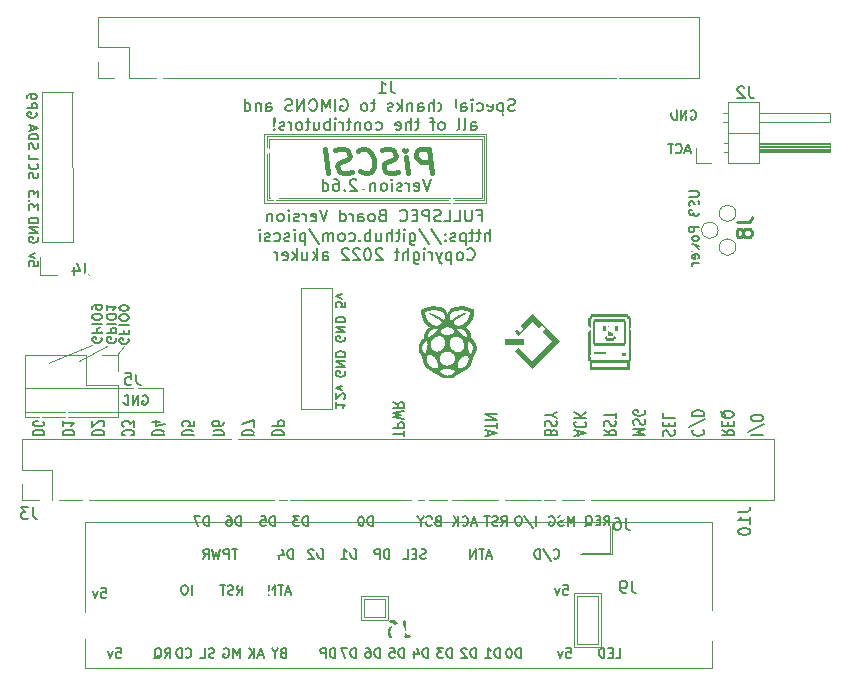
<source format=gbr>
%TF.GenerationSoftware,KiCad,Pcbnew,(6.0.5-0)*%
%TF.CreationDate,2023-01-20T21:15:53-06:00*%
%TF.ProjectId,rascsi_2p6,72617363-7369-45f3-9270-362e6b696361,rev?*%
%TF.SameCoordinates,PX59d60c0PY325aa00*%
%TF.FileFunction,Legend,Bot*%
%TF.FilePolarity,Positive*%
%FSLAX46Y46*%
G04 Gerber Fmt 4.6, Leading zero omitted, Abs format (unit mm)*
G04 Created by KiCad (PCBNEW (6.0.5-0)) date 2023-01-20 21:15:53*
%MOMM*%
%LPD*%
G01*
G04 APERTURE LIST*
%ADD10C,0.120000*%
%ADD11C,0.150000*%
%ADD12C,0.230000*%
%ADD13C,0.400000*%
%ADD14C,0.254000*%
%ADD15C,0.010000*%
%ADD16C,0.100000*%
%ADD17C,0.800000*%
%ADD18C,5.400000*%
%ADD19R,1.700000X1.700000*%
%ADD20O,1.700000X1.700000*%
%ADD21C,2.000000*%
%ADD22R,1.350000X1.350000*%
%ADD23O,1.350000X1.350000*%
%ADD24C,1.545000*%
%ADD25C,4.845000*%
%ADD26C,1.000000*%
%ADD27C,0.500000*%
G04 APERTURE END LIST*
D10*
X81123500Y-24098500D02*
X81123500Y-23971500D01*
X144560000Y-31528000D02*
X83473000Y-31528000D01*
X130844000Y-36100000D02*
X130844000Y-33560000D01*
X128177000Y-36100000D02*
X130844000Y-36100000D01*
X130717000Y-35973000D02*
X130717000Y-33687000D01*
X128304000Y-35973000D02*
X130717000Y-35973000D01*
X88997500Y-20606000D02*
X88997500Y-19272500D01*
X127882000Y-39672000D02*
X129660000Y-39672000D01*
X129660000Y-39672000D02*
X129660000Y-43736000D01*
X129660000Y-43736000D02*
X127882000Y-43736000D01*
X127882000Y-43736000D02*
X127882000Y-39672000D01*
X81123500Y-23971500D02*
X81123500Y-22066500D01*
X109737000Y-5154000D02*
X109864000Y-5154000D01*
X81187000Y-19272500D02*
X86330500Y-19272500D01*
X101420000Y-6340000D02*
X120220000Y-6340000D01*
X120220000Y-6340000D02*
X120220000Y-540000D01*
X120220000Y-540000D02*
X101420000Y-540000D01*
X101420000Y-540000D02*
X101420000Y-6340000D01*
X88997500Y-21812500D02*
X88997500Y-24479500D01*
X80933000Y-28988000D02*
X80933000Y-26321000D01*
X80933000Y-30131000D02*
X80933000Y-31528000D01*
X109848000Y-39926000D02*
X111626000Y-39926000D01*
X111626000Y-39926000D02*
X111626000Y-41450000D01*
X111626000Y-41450000D02*
X109848000Y-41450000D01*
X109848000Y-41450000D02*
X109848000Y-39926000D01*
X89505500Y-18510500D02*
X88934000Y-19272500D01*
X86330500Y-19272500D02*
X86330500Y-21812500D01*
X82584000Y-9684000D02*
X85187500Y-9684000D01*
X144560000Y-26321000D02*
X144560000Y-31528000D01*
X109594000Y-39672000D02*
X111880000Y-39672000D01*
X111880000Y-39672000D02*
X111880000Y-41704000D01*
X111880000Y-41704000D02*
X109594000Y-41704000D01*
X109594000Y-41704000D02*
X109594000Y-39672000D01*
X127628000Y-39418000D02*
X129914000Y-39418000D01*
X129914000Y-39418000D02*
X129914000Y-43990000D01*
X129914000Y-43990000D02*
X127628000Y-43990000D01*
X127628000Y-43990000D02*
X127628000Y-39418000D01*
X80933000Y-31528000D02*
X82330000Y-31528000D01*
X83473000Y-31528000D02*
X83473000Y-28988000D01*
X85187500Y-9684000D02*
X85170000Y3020000D01*
X85187500Y3020000D02*
X82584000Y3020000D01*
X80933000Y-26321000D02*
X144560000Y-26321000D01*
X88997500Y-24479500D02*
X81187000Y-24479500D01*
X92807500Y-22066500D02*
X92807500Y-24098500D01*
X101620000Y-6140000D02*
X120020000Y-6140000D01*
X120020000Y-6140000D02*
X120020000Y-740000D01*
X120020000Y-740000D02*
X101620000Y-740000D01*
X101620000Y-740000D02*
X101620000Y-6140000D01*
X83473000Y-28988000D02*
X80933000Y-28988000D01*
X101820000Y-5940000D02*
X119820000Y-5940000D01*
X119820000Y-5940000D02*
X119820000Y-940000D01*
X119820000Y-940000D02*
X101820000Y-940000D01*
X101820000Y-940000D02*
X101820000Y-5940000D01*
X92807500Y-24098500D02*
X81123500Y-24098500D01*
X104560000Y-13530000D02*
X107140000Y-13530000D01*
X107140000Y-13530000D02*
X107140000Y-23840000D01*
X107140000Y-23840000D02*
X104560000Y-23840000D01*
X104560000Y-23840000D02*
X104560000Y-13530000D01*
X81187000Y-24479500D02*
X81187000Y-19272500D01*
X82457000Y-10954000D02*
X82457000Y-12478000D01*
X82457000Y-12478000D02*
X83854000Y-12478000D01*
X88997500Y-19272500D02*
X87664000Y-19272500D01*
X82584000Y3020000D02*
X82584000Y-9684000D01*
X86838500Y-18383500D02*
X83092000Y-19907500D01*
X81123500Y-22066500D02*
X92807500Y-22066500D01*
X86330500Y-21812500D02*
X88997500Y-21812500D01*
X88108500Y-18447000D02*
X85759000Y-19780500D01*
D11*
X82120000Y1288572D02*
X82158095Y1212381D01*
X82158095Y1098096D01*
X82120000Y983810D01*
X82043809Y907620D01*
X81967619Y869524D01*
X81815238Y831429D01*
X81700952Y831429D01*
X81548571Y869524D01*
X81472380Y907620D01*
X81396190Y983810D01*
X81358095Y1098096D01*
X81358095Y1174286D01*
X81396190Y1288572D01*
X81434285Y1326667D01*
X81700952Y1326667D01*
X81700952Y1174286D01*
X81358095Y1669524D02*
X82158095Y1669524D01*
X82158095Y1974286D01*
X82120000Y2050477D01*
X82081904Y2088572D01*
X82005714Y2126667D01*
X81891428Y2126667D01*
X81815238Y2088572D01*
X81777142Y2050477D01*
X81739047Y1974286D01*
X81739047Y1669524D01*
X81358095Y2507620D02*
X81358095Y2660000D01*
X81396190Y2736191D01*
X81434285Y2774286D01*
X81548571Y2850477D01*
X81700952Y2888572D01*
X82005714Y2888572D01*
X82081904Y2850477D01*
X82120000Y2812381D01*
X82158095Y2736191D01*
X82158095Y2583810D01*
X82120000Y2507620D01*
X82081904Y2469524D01*
X82005714Y2431429D01*
X81815238Y2431429D01*
X81739047Y2469524D01*
X81700952Y2507620D01*
X81662857Y2583810D01*
X81662857Y2736191D01*
X81700952Y2812381D01*
X81739047Y2850477D01*
X81815238Y2888572D01*
X81498190Y-1765428D02*
X81460095Y-1651142D01*
X81460095Y-1460666D01*
X81498190Y-1384476D01*
X81536285Y-1346380D01*
X81612476Y-1308285D01*
X81688666Y-1308285D01*
X81764857Y-1346380D01*
X81802952Y-1384476D01*
X81841047Y-1460666D01*
X81879142Y-1613047D01*
X81917238Y-1689238D01*
X81955333Y-1727333D01*
X82031523Y-1765428D01*
X82107714Y-1765428D01*
X82183904Y-1727333D01*
X82222000Y-1689238D01*
X82260095Y-1613047D01*
X82260095Y-1422571D01*
X82222000Y-1308285D01*
X81460095Y-965428D02*
X82260095Y-965428D01*
X82260095Y-774952D01*
X82222000Y-660666D01*
X82145809Y-584476D01*
X82069619Y-546380D01*
X81917238Y-508285D01*
X81802952Y-508285D01*
X81650571Y-546380D01*
X81574380Y-584476D01*
X81498190Y-660666D01*
X81460095Y-774952D01*
X81460095Y-965428D01*
X81688666Y-203523D02*
X81688666Y177429D01*
X81460095Y-279714D02*
X82260095Y-13047D01*
X81460095Y253620D01*
X81498190Y-4286380D02*
X81460095Y-4172095D01*
X81460095Y-3981619D01*
X81498190Y-3905428D01*
X81536285Y-3867333D01*
X81612476Y-3829238D01*
X81688666Y-3829238D01*
X81764857Y-3867333D01*
X81802952Y-3905428D01*
X81841047Y-3981619D01*
X81879142Y-4134000D01*
X81917238Y-4210190D01*
X81955333Y-4248285D01*
X82031523Y-4286380D01*
X82107714Y-4286380D01*
X82183904Y-4248285D01*
X82222000Y-4210190D01*
X82260095Y-4134000D01*
X82260095Y-3943523D01*
X82222000Y-3829238D01*
X81536285Y-3029238D02*
X81498190Y-3067333D01*
X81460095Y-3181619D01*
X81460095Y-3257809D01*
X81498190Y-3372095D01*
X81574380Y-3448285D01*
X81650571Y-3486380D01*
X81802952Y-3524476D01*
X81917238Y-3524476D01*
X82069619Y-3486380D01*
X82145809Y-3448285D01*
X82222000Y-3372095D01*
X82260095Y-3257809D01*
X82260095Y-3181619D01*
X82222000Y-3067333D01*
X82183904Y-3029238D01*
X81460095Y-2305428D02*
X81460095Y-2686380D01*
X82260095Y-2686380D01*
X82260095Y-6966095D02*
X82260095Y-6470857D01*
X81955333Y-6737523D01*
X81955333Y-6623238D01*
X81917238Y-6547047D01*
X81879142Y-6508952D01*
X81802952Y-6470857D01*
X81612476Y-6470857D01*
X81536285Y-6508952D01*
X81498190Y-6547047D01*
X81460095Y-6623238D01*
X81460095Y-6851809D01*
X81498190Y-6928000D01*
X81536285Y-6966095D01*
X81536285Y-6128000D02*
X81498190Y-6089904D01*
X81460095Y-6128000D01*
X81498190Y-6166095D01*
X81536285Y-6128000D01*
X81460095Y-6128000D01*
X82260095Y-5823238D02*
X82260095Y-5328000D01*
X81955333Y-5594666D01*
X81955333Y-5480380D01*
X81917238Y-5404190D01*
X81879142Y-5366095D01*
X81802952Y-5328000D01*
X81612476Y-5328000D01*
X81536285Y-5366095D01*
X81498190Y-5404190D01*
X81460095Y-5480380D01*
X81460095Y-5708952D01*
X81498190Y-5785142D01*
X81536285Y-5823238D01*
X82222000Y-9277523D02*
X82260095Y-9353714D01*
X82260095Y-9468000D01*
X82222000Y-9582285D01*
X82145809Y-9658476D01*
X82069619Y-9696571D01*
X81917238Y-9734666D01*
X81802952Y-9734666D01*
X81650571Y-9696571D01*
X81574380Y-9658476D01*
X81498190Y-9582285D01*
X81460095Y-9468000D01*
X81460095Y-9391809D01*
X81498190Y-9277523D01*
X81536285Y-9239428D01*
X81802952Y-9239428D01*
X81802952Y-9391809D01*
X81460095Y-8896571D02*
X82260095Y-8896571D01*
X81460095Y-8439428D01*
X82260095Y-8439428D01*
X81460095Y-8058476D02*
X82260095Y-8058476D01*
X82260095Y-7868000D01*
X82222000Y-7753714D01*
X82145809Y-7677523D01*
X82069619Y-7639428D01*
X81917238Y-7601333D01*
X81802952Y-7601333D01*
X81650571Y-7639428D01*
X81574380Y-7677523D01*
X81498190Y-7753714D01*
X81460095Y-7868000D01*
X81460095Y-8058476D01*
X82260095Y-11322285D02*
X82260095Y-11703238D01*
X81879142Y-11741333D01*
X81917238Y-11703238D01*
X81955333Y-11627047D01*
X81955333Y-11436571D01*
X81917238Y-11360380D01*
X81879142Y-11322285D01*
X81802952Y-11284190D01*
X81612476Y-11284190D01*
X81536285Y-11322285D01*
X81498190Y-11360380D01*
X81460095Y-11436571D01*
X81460095Y-11627047D01*
X81498190Y-11703238D01*
X81536285Y-11741333D01*
X81993428Y-11017523D02*
X81460095Y-10827047D01*
X81993428Y-10636571D01*
X87619500Y-17786452D02*
X87657595Y-17862642D01*
X87657595Y-17976928D01*
X87619500Y-18091214D01*
X87543309Y-18167404D01*
X87467119Y-18205500D01*
X87314738Y-18243595D01*
X87200452Y-18243595D01*
X87048071Y-18205500D01*
X86971880Y-18167404D01*
X86895690Y-18091214D01*
X86857595Y-17976928D01*
X86857595Y-17900738D01*
X86895690Y-17786452D01*
X86933785Y-17748357D01*
X87200452Y-17748357D01*
X87200452Y-17900738D01*
X86857595Y-17405500D02*
X87657595Y-17405500D01*
X87657595Y-17100738D01*
X87619500Y-17024547D01*
X87581404Y-16986452D01*
X87505214Y-16948357D01*
X87390928Y-16948357D01*
X87314738Y-16986452D01*
X87276642Y-17024547D01*
X87238547Y-17100738D01*
X87238547Y-17405500D01*
X86857595Y-16605500D02*
X87657595Y-16605500D01*
X87657595Y-16072166D02*
X87657595Y-15919785D01*
X87619500Y-15843595D01*
X87543309Y-15767404D01*
X87390928Y-15729309D01*
X87124261Y-15729309D01*
X86971880Y-15767404D01*
X86895690Y-15843595D01*
X86857595Y-15919785D01*
X86857595Y-16072166D01*
X86895690Y-16148357D01*
X86971880Y-16224547D01*
X87124261Y-16262642D01*
X87390928Y-16262642D01*
X87543309Y-16224547D01*
X87619500Y-16148357D01*
X87657595Y-16072166D01*
X86857595Y-15348357D02*
X86857595Y-15195976D01*
X86895690Y-15119785D01*
X86933785Y-15081690D01*
X87048071Y-15005500D01*
X87200452Y-14967404D01*
X87505214Y-14967404D01*
X87581404Y-15005500D01*
X87619500Y-15043595D01*
X87657595Y-15119785D01*
X87657595Y-15272166D01*
X87619500Y-15348357D01*
X87581404Y-15386452D01*
X87505214Y-15424547D01*
X87314738Y-15424547D01*
X87238547Y-15386452D01*
X87200452Y-15348357D01*
X87162357Y-15272166D01*
X87162357Y-15119785D01*
X87200452Y-15043595D01*
X87238547Y-15005500D01*
X87314738Y-14967404D01*
X91131023Y-22682500D02*
X91207214Y-22644404D01*
X91321500Y-22644404D01*
X91435785Y-22682500D01*
X91511976Y-22758690D01*
X91550071Y-22834880D01*
X91588166Y-22987261D01*
X91588166Y-23101547D01*
X91550071Y-23253928D01*
X91511976Y-23330119D01*
X91435785Y-23406309D01*
X91321500Y-23444404D01*
X91245309Y-23444404D01*
X91131023Y-23406309D01*
X91092928Y-23368214D01*
X91092928Y-23101547D01*
X91245309Y-23101547D01*
X90750071Y-23444404D02*
X90750071Y-22644404D01*
X90292928Y-23444404D01*
X90292928Y-22644404D01*
X89911976Y-23444404D02*
X89911976Y-22644404D01*
X89721500Y-22644404D01*
X89607214Y-22682500D01*
X89531023Y-22758690D01*
X89492928Y-22834880D01*
X89454833Y-22987261D01*
X89454833Y-23101547D01*
X89492928Y-23253928D01*
X89531023Y-23330119D01*
X89607214Y-23406309D01*
X89721500Y-23444404D01*
X89911976Y-23444404D01*
X137454238Y-1943333D02*
X137073285Y-1943333D01*
X137530428Y-2171904D02*
X137263761Y-1371904D01*
X136997095Y-2171904D01*
X136273285Y-2095714D02*
X136311380Y-2133809D01*
X136425666Y-2171904D01*
X136501857Y-2171904D01*
X136616142Y-2133809D01*
X136692333Y-2057619D01*
X136730428Y-1981428D01*
X136768523Y-1829047D01*
X136768523Y-1714761D01*
X136730428Y-1562380D01*
X136692333Y-1486190D01*
X136616142Y-1410000D01*
X136501857Y-1371904D01*
X136425666Y-1371904D01*
X136311380Y-1410000D01*
X136273285Y-1448095D01*
X136044714Y-1371904D02*
X135587571Y-1371904D01*
X135816142Y-2171904D02*
X135816142Y-1371904D01*
X137391904Y-5394285D02*
X138039523Y-5394285D01*
X138115714Y-5432380D01*
X138153809Y-5470476D01*
X138191904Y-5546666D01*
X138191904Y-5699047D01*
X138153809Y-5775238D01*
X138115714Y-5813333D01*
X138039523Y-5851428D01*
X137391904Y-5851428D01*
X138153809Y-6194285D02*
X138191904Y-6308571D01*
X138191904Y-6499047D01*
X138153809Y-6575238D01*
X138115714Y-6613333D01*
X138039523Y-6651428D01*
X137963333Y-6651428D01*
X137887142Y-6613333D01*
X137849047Y-6575238D01*
X137810952Y-6499047D01*
X137772857Y-6346666D01*
X137734761Y-6270476D01*
X137696666Y-6232380D01*
X137620476Y-6194285D01*
X137544285Y-6194285D01*
X137468095Y-6232380D01*
X137430000Y-6270476D01*
X137391904Y-6346666D01*
X137391904Y-6537142D01*
X137430000Y-6651428D01*
X137772857Y-7260952D02*
X137810952Y-7375238D01*
X137849047Y-7413333D01*
X137925238Y-7451428D01*
X138039523Y-7451428D01*
X138115714Y-7413333D01*
X138153809Y-7375238D01*
X138191904Y-7299047D01*
X138191904Y-6994285D01*
X137391904Y-6994285D01*
X137391904Y-7260952D01*
X137430000Y-7337142D01*
X137468095Y-7375238D01*
X137544285Y-7413333D01*
X137620476Y-7413333D01*
X137696666Y-7375238D01*
X137734761Y-7337142D01*
X137772857Y-7260952D01*
X137772857Y-6994285D01*
X138191904Y-8403809D02*
X137391904Y-8403809D01*
X137391904Y-8708571D01*
X137430000Y-8784761D01*
X137468095Y-8822857D01*
X137544285Y-8860952D01*
X137658571Y-8860952D01*
X137734761Y-8822857D01*
X137772857Y-8784761D01*
X137810952Y-8708571D01*
X137810952Y-8403809D01*
X138191904Y-9318095D02*
X138153809Y-9241904D01*
X138115714Y-9203809D01*
X138039523Y-9165714D01*
X137810952Y-9165714D01*
X137734761Y-9203809D01*
X137696666Y-9241904D01*
X137658571Y-9318095D01*
X137658571Y-9432380D01*
X137696666Y-9508571D01*
X137734761Y-9546666D01*
X137810952Y-9584761D01*
X138039523Y-9584761D01*
X138115714Y-9546666D01*
X138153809Y-9508571D01*
X138191904Y-9432380D01*
X138191904Y-9318095D01*
X137658571Y-9851428D02*
X138191904Y-10003809D01*
X137810952Y-10156190D01*
X138191904Y-10308571D01*
X137658571Y-10460952D01*
X138153809Y-11070476D02*
X138191904Y-10994285D01*
X138191904Y-10841904D01*
X138153809Y-10765714D01*
X138077619Y-10727619D01*
X137772857Y-10727619D01*
X137696666Y-10765714D01*
X137658571Y-10841904D01*
X137658571Y-10994285D01*
X137696666Y-11070476D01*
X137772857Y-11108571D01*
X137849047Y-11108571D01*
X137925238Y-10727619D01*
X138191904Y-11451428D02*
X137658571Y-11451428D01*
X137810952Y-11451428D02*
X137734761Y-11489523D01*
X137696666Y-11527619D01*
X137658571Y-11603809D01*
X137658571Y-11680000D01*
X137549523Y1447500D02*
X137625714Y1485596D01*
X137740000Y1485596D01*
X137854285Y1447500D01*
X137930476Y1371310D01*
X137968571Y1295120D01*
X138006666Y1142739D01*
X138006666Y1028453D01*
X137968571Y876072D01*
X137930476Y799881D01*
X137854285Y723691D01*
X137740000Y685596D01*
X137663809Y685596D01*
X137549523Y723691D01*
X137511428Y761786D01*
X137511428Y1028453D01*
X137663809Y1028453D01*
X137168571Y685596D02*
X137168571Y1485596D01*
X136711428Y685596D01*
X136711428Y1485596D01*
X136330476Y685596D02*
X136330476Y1485596D01*
X136140000Y1485596D01*
X136025714Y1447500D01*
X135949523Y1371310D01*
X135911428Y1295120D01*
X135873333Y1142739D01*
X135873333Y1028453D01*
X135911428Y876072D01*
X135949523Y799881D01*
X136025714Y723691D01*
X136140000Y685596D01*
X136330476Y685596D01*
X142647119Y-26022476D02*
X143647119Y-26022476D01*
X143694738Y-25070095D02*
X142409023Y-25755809D01*
X143647119Y-24651047D02*
X143647119Y-24498666D01*
X143599500Y-24422476D01*
X143504261Y-24346285D01*
X143313785Y-24308190D01*
X142980452Y-24308190D01*
X142789976Y-24346285D01*
X142694738Y-24422476D01*
X142647119Y-24498666D01*
X142647119Y-24651047D01*
X142694738Y-24727238D01*
X142789976Y-24803428D01*
X142980452Y-24841523D01*
X143313785Y-24841523D01*
X143504261Y-24803428D01*
X143599500Y-24727238D01*
X143647119Y-24651047D01*
X130173903Y-25565333D02*
X130650093Y-25831999D01*
X130173903Y-26022476D02*
X131173903Y-26022476D01*
X131173903Y-25717714D01*
X131126284Y-25641523D01*
X131078664Y-25603428D01*
X130983426Y-25565333D01*
X130840569Y-25565333D01*
X130745331Y-25603428D01*
X130697712Y-25641523D01*
X130650093Y-25717714D01*
X130650093Y-26022476D01*
X130221522Y-25260571D02*
X130173903Y-25146285D01*
X130173903Y-24955809D01*
X130221522Y-24879618D01*
X130269141Y-24841523D01*
X130364379Y-24803428D01*
X130459617Y-24803428D01*
X130554855Y-24841523D01*
X130602474Y-24879618D01*
X130650093Y-24955809D01*
X130697712Y-25108190D01*
X130745331Y-25184380D01*
X130792950Y-25222476D01*
X130888188Y-25260571D01*
X130983426Y-25260571D01*
X131078664Y-25222476D01*
X131126284Y-25184380D01*
X131173903Y-25108190D01*
X131173903Y-24917714D01*
X131126284Y-24803428D01*
X131173903Y-24574857D02*
X131173903Y-24117714D01*
X130173903Y-24346285D02*
X131173903Y-24346285D01*
X135210806Y-26060571D02*
X135163187Y-25946286D01*
X135163187Y-25755809D01*
X135210806Y-25679619D01*
X135258425Y-25641524D01*
X135353663Y-25603428D01*
X135448901Y-25603428D01*
X135544139Y-25641524D01*
X135591758Y-25679619D01*
X135639377Y-25755809D01*
X135686996Y-25908190D01*
X135734615Y-25984381D01*
X135782234Y-26022476D01*
X135877472Y-26060571D01*
X135972710Y-26060571D01*
X136067948Y-26022476D01*
X136115568Y-25984381D01*
X136163187Y-25908190D01*
X136163187Y-25717714D01*
X136115568Y-25603428D01*
X135686996Y-25260571D02*
X135686996Y-24993905D01*
X135163187Y-24879619D02*
X135163187Y-25260571D01*
X136163187Y-25260571D01*
X136163187Y-24879619D01*
X135163187Y-24155809D02*
X135163187Y-24536762D01*
X136163187Y-24536762D01*
X81814119Y-26022476D02*
X82814119Y-26022476D01*
X82814119Y-25832000D01*
X82766500Y-25717714D01*
X82671261Y-25641523D01*
X82576023Y-25603428D01*
X82385547Y-25565333D01*
X82242690Y-25565333D01*
X82052214Y-25603428D01*
X81956976Y-25641523D01*
X81861738Y-25717714D01*
X81814119Y-25832000D01*
X81814119Y-26022476D01*
X82814119Y-25070095D02*
X82814119Y-24993904D01*
X82766500Y-24917714D01*
X82718880Y-24879619D01*
X82623642Y-24841523D01*
X82433166Y-24803428D01*
X82195071Y-24803428D01*
X82004595Y-24841523D01*
X81909357Y-24879619D01*
X81861738Y-24917714D01*
X81814119Y-24993904D01*
X81814119Y-25070095D01*
X81861738Y-25146285D01*
X81909357Y-25184380D01*
X82004595Y-25222476D01*
X82195071Y-25260571D01*
X82433166Y-25260571D01*
X82623642Y-25222476D01*
X82718880Y-25184380D01*
X82766500Y-25146285D01*
X82814119Y-25070095D01*
X94474429Y-26022476D02*
X95474429Y-26022476D01*
X95474429Y-25832000D01*
X95426810Y-25717714D01*
X95331571Y-25641523D01*
X95236333Y-25603428D01*
X95045857Y-25565333D01*
X94903000Y-25565333D01*
X94712524Y-25603428D01*
X94617286Y-25641523D01*
X94522048Y-25717714D01*
X94474429Y-25832000D01*
X94474429Y-26022476D01*
X95474429Y-24841523D02*
X95474429Y-25222476D01*
X94998238Y-25260571D01*
X95045857Y-25222476D01*
X95093476Y-25146285D01*
X95093476Y-24955809D01*
X95045857Y-24879619D01*
X94998238Y-24841523D01*
X94903000Y-24803428D01*
X94664905Y-24803428D01*
X94569667Y-24841523D01*
X94522048Y-24879619D01*
X94474429Y-24955809D01*
X94474429Y-25146285D01*
X94522048Y-25222476D01*
X94569667Y-25260571D01*
X125708428Y-25755809D02*
X125660809Y-25641523D01*
X125613190Y-25603428D01*
X125517952Y-25565333D01*
X125375095Y-25565333D01*
X125279857Y-25603428D01*
X125232238Y-25641523D01*
X125184619Y-25717714D01*
X125184619Y-26022476D01*
X126184619Y-26022476D01*
X126184619Y-25755809D01*
X126137000Y-25679619D01*
X126089380Y-25641523D01*
X125994142Y-25603428D01*
X125898904Y-25603428D01*
X125803666Y-25641523D01*
X125756047Y-25679619D01*
X125708428Y-25755809D01*
X125708428Y-26022476D01*
X125232238Y-25260571D02*
X125184619Y-25146285D01*
X125184619Y-24955809D01*
X125232238Y-24879619D01*
X125279857Y-24841523D01*
X125375095Y-24803428D01*
X125470333Y-24803428D01*
X125565571Y-24841523D01*
X125613190Y-24879619D01*
X125660809Y-24955809D01*
X125708428Y-25108190D01*
X125756047Y-25184381D01*
X125803666Y-25222476D01*
X125898904Y-25260571D01*
X125994142Y-25260571D01*
X126089380Y-25222476D01*
X126137000Y-25184381D01*
X126184619Y-25108190D01*
X126184619Y-24917714D01*
X126137000Y-24803428D01*
X125660809Y-24308190D02*
X125184619Y-24308190D01*
X126184619Y-24574857D02*
X125660809Y-24308190D01*
X126184619Y-24041523D01*
X97006491Y-26022476D02*
X98006491Y-26022476D01*
X98006491Y-25832000D01*
X97958872Y-25717714D01*
X97863633Y-25641523D01*
X97768395Y-25603428D01*
X97577919Y-25565333D01*
X97435062Y-25565333D01*
X97244586Y-25603428D01*
X97149348Y-25641523D01*
X97054110Y-25717714D01*
X97006491Y-25832000D01*
X97006491Y-26022476D01*
X98006491Y-24879619D02*
X98006491Y-25032000D01*
X97958872Y-25108190D01*
X97911252Y-25146285D01*
X97768395Y-25222476D01*
X97577919Y-25260571D01*
X97196967Y-25260571D01*
X97101729Y-25222476D01*
X97054110Y-25184380D01*
X97006491Y-25108190D01*
X97006491Y-24955809D01*
X97054110Y-24879619D01*
X97101729Y-24841523D01*
X97196967Y-24803428D01*
X97435062Y-24803428D01*
X97530300Y-24841523D01*
X97577919Y-24879619D01*
X97625538Y-24955809D01*
X97625538Y-25108190D01*
X97577919Y-25184380D01*
X97530300Y-25222476D01*
X97435062Y-25260571D01*
X84346181Y-26022476D02*
X85346181Y-26022476D01*
X85346181Y-25832000D01*
X85298562Y-25717714D01*
X85203323Y-25641523D01*
X85108085Y-25603428D01*
X84917609Y-25565333D01*
X84774752Y-25565333D01*
X84584276Y-25603428D01*
X84489038Y-25641523D01*
X84393800Y-25717714D01*
X84346181Y-25832000D01*
X84346181Y-26022476D01*
X84346181Y-24803428D02*
X84346181Y-25260571D01*
X84346181Y-25032000D02*
X85346181Y-25032000D01*
X85203323Y-25108190D01*
X85108085Y-25184380D01*
X85060466Y-25260571D01*
X91942367Y-26022476D02*
X92942367Y-26022476D01*
X92942367Y-25832000D01*
X92894748Y-25717714D01*
X92799509Y-25641523D01*
X92704271Y-25603428D01*
X92513795Y-25565333D01*
X92370938Y-25565333D01*
X92180462Y-25603428D01*
X92085224Y-25641523D01*
X91989986Y-25717714D01*
X91942367Y-25832000D01*
X91942367Y-26022476D01*
X92609033Y-24879619D02*
X91942367Y-24879619D01*
X92989986Y-25070095D02*
X92275700Y-25260571D01*
X92275700Y-24765333D01*
X86878243Y-26022476D02*
X87878243Y-26022476D01*
X87878243Y-25832000D01*
X87830624Y-25717714D01*
X87735385Y-25641523D01*
X87640147Y-25603428D01*
X87449671Y-25565333D01*
X87306814Y-25565333D01*
X87116338Y-25603428D01*
X87021100Y-25641523D01*
X86925862Y-25717714D01*
X86878243Y-25832000D01*
X86878243Y-26022476D01*
X87783004Y-25260571D02*
X87830624Y-25222476D01*
X87878243Y-25146285D01*
X87878243Y-24955809D01*
X87830624Y-24879619D01*
X87783004Y-24841523D01*
X87687766Y-24803428D01*
X87592528Y-24803428D01*
X87449671Y-24841523D01*
X86878243Y-25298666D01*
X86878243Y-24803428D01*
X132668545Y-26022477D02*
X133668545Y-26022477D01*
X132954259Y-25755810D01*
X133668545Y-25489143D01*
X132668545Y-25489143D01*
X132716164Y-25146286D02*
X132668545Y-25032000D01*
X132668545Y-24841524D01*
X132716164Y-24765334D01*
X132763783Y-24727238D01*
X132859021Y-24689143D01*
X132954259Y-24689143D01*
X133049497Y-24727238D01*
X133097116Y-24765334D01*
X133144735Y-24841524D01*
X133192354Y-24993905D01*
X133239973Y-25070096D01*
X133287592Y-25108191D01*
X133382830Y-25146286D01*
X133478068Y-25146286D01*
X133573306Y-25108191D01*
X133620926Y-25070096D01*
X133668545Y-24993905D01*
X133668545Y-24803429D01*
X133620926Y-24689143D01*
X133620926Y-23927238D02*
X133668545Y-24003429D01*
X133668545Y-24117715D01*
X133620926Y-24232000D01*
X133525687Y-24308191D01*
X133430449Y-24346286D01*
X133239973Y-24384381D01*
X133097116Y-24384381D01*
X132906640Y-24346286D01*
X132811402Y-24308191D01*
X132716164Y-24232000D01*
X132668545Y-24117715D01*
X132668545Y-24041524D01*
X132716164Y-23927238D01*
X132763783Y-23889143D01*
X133097116Y-23889143D01*
X133097116Y-24041524D01*
X113294119Y-26136762D02*
X113294119Y-25679619D01*
X112294119Y-25908190D02*
X113294119Y-25908190D01*
X112294119Y-25412952D02*
X113294119Y-25412952D01*
X113294119Y-25108190D01*
X113246500Y-25032000D01*
X113198880Y-24993905D01*
X113103642Y-24955809D01*
X112960785Y-24955809D01*
X112865547Y-24993905D01*
X112817928Y-25032000D01*
X112770309Y-25108190D01*
X112770309Y-25412952D01*
X113294119Y-24689143D02*
X112294119Y-24498667D01*
X113008404Y-24346286D01*
X112294119Y-24193905D01*
X113294119Y-24003428D01*
X112294119Y-23241524D02*
X112770309Y-23508190D01*
X112294119Y-23698667D02*
X113294119Y-23698667D01*
X113294119Y-23393905D01*
X113246500Y-23317714D01*
X113198880Y-23279619D01*
X113103642Y-23241524D01*
X112960785Y-23241524D01*
X112865547Y-23279619D01*
X112817928Y-23317714D01*
X112770309Y-23393905D01*
X112770309Y-23698667D01*
X89410305Y-26022476D02*
X90410305Y-26022476D01*
X90410305Y-25832000D01*
X90362686Y-25717714D01*
X90267447Y-25641523D01*
X90172209Y-25603428D01*
X89981733Y-25565333D01*
X89838876Y-25565333D01*
X89648400Y-25603428D01*
X89553162Y-25641523D01*
X89457924Y-25717714D01*
X89410305Y-25832000D01*
X89410305Y-26022476D01*
X90410305Y-25298666D02*
X90410305Y-24803428D01*
X90029352Y-25070095D01*
X90029352Y-24955809D01*
X89981733Y-24879619D01*
X89934114Y-24841523D01*
X89838876Y-24803428D01*
X89600781Y-24803428D01*
X89505543Y-24841523D01*
X89457924Y-24879619D01*
X89410305Y-24955809D01*
X89410305Y-25184380D01*
X89457924Y-25260571D01*
X89505543Y-25298666D01*
X137753067Y-25565333D02*
X137705448Y-25603428D01*
X137657829Y-25717714D01*
X137657829Y-25793905D01*
X137705448Y-25908190D01*
X137800686Y-25984381D01*
X137895924Y-26022476D01*
X138086400Y-26060571D01*
X138229257Y-26060571D01*
X138419733Y-26022476D01*
X138514971Y-25984381D01*
X138610210Y-25908190D01*
X138657829Y-25793905D01*
X138657829Y-25717714D01*
X138610210Y-25603428D01*
X138562590Y-25565333D01*
X138705448Y-24651047D02*
X137419733Y-25336762D01*
X137657829Y-24384381D02*
X138657829Y-24384381D01*
X138657829Y-24193905D01*
X138610210Y-24079619D01*
X138514971Y-24003428D01*
X138419733Y-23965333D01*
X138229257Y-23927238D01*
X138086400Y-23927238D01*
X137895924Y-23965333D01*
X137800686Y-24003428D01*
X137705448Y-24079619D01*
X137657829Y-24193905D01*
X137657829Y-24384381D01*
X127964975Y-26060572D02*
X127964975Y-25679619D01*
X127679261Y-26136762D02*
X128679261Y-25870096D01*
X127679261Y-25603429D01*
X127774499Y-24879619D02*
X127726880Y-24917715D01*
X127679261Y-25032000D01*
X127679261Y-25108191D01*
X127726880Y-25222476D01*
X127822118Y-25298667D01*
X127917356Y-25336762D01*
X128107832Y-25374857D01*
X128250689Y-25374857D01*
X128441165Y-25336762D01*
X128536403Y-25298667D01*
X128631642Y-25222476D01*
X128679261Y-25108191D01*
X128679261Y-25032000D01*
X128631642Y-24917715D01*
X128584022Y-24879619D01*
X127679261Y-24536762D02*
X128679261Y-24536762D01*
X127679261Y-24079619D02*
X128250689Y-24422476D01*
X128679261Y-24079619D02*
X128107832Y-24536762D01*
X120390333Y-26060571D02*
X120390333Y-25679619D01*
X120104619Y-26136762D02*
X121104619Y-25870095D01*
X120104619Y-25603428D01*
X121104619Y-25451047D02*
X121104619Y-24993905D01*
X120104619Y-25222476D02*
X121104619Y-25222476D01*
X120104619Y-24727238D02*
X121104619Y-24727238D01*
X120104619Y-24270095D01*
X121104619Y-24270095D01*
X102070619Y-26041523D02*
X103070619Y-26041523D01*
X103070619Y-25851047D01*
X103023000Y-25736761D01*
X102927761Y-25660571D01*
X102832523Y-25622476D01*
X102642047Y-25584380D01*
X102499190Y-25584380D01*
X102308714Y-25622476D01*
X102213476Y-25660571D01*
X102118238Y-25736761D01*
X102070619Y-25851047D01*
X102070619Y-26041523D01*
X102070619Y-25241523D02*
X103070619Y-25241523D01*
X103070619Y-24936761D01*
X103023000Y-24860571D01*
X102975380Y-24822476D01*
X102880142Y-24784380D01*
X102737285Y-24784380D01*
X102642047Y-24822476D01*
X102594428Y-24860571D01*
X102546809Y-24936761D01*
X102546809Y-25241523D01*
X99538553Y-26022476D02*
X100538553Y-26022476D01*
X100538553Y-25832000D01*
X100490934Y-25717714D01*
X100395695Y-25641523D01*
X100300457Y-25603428D01*
X100109981Y-25565333D01*
X99967124Y-25565333D01*
X99776648Y-25603428D01*
X99681410Y-25641523D01*
X99586172Y-25717714D01*
X99538553Y-25832000D01*
X99538553Y-26022476D01*
X100538553Y-25298666D02*
X100538553Y-24765333D01*
X99538553Y-25108190D01*
X140152471Y-25565333D02*
X140628661Y-25832000D01*
X140152471Y-26022476D02*
X141152471Y-26022476D01*
X141152471Y-25717714D01*
X141104852Y-25641523D01*
X141057232Y-25603428D01*
X140961994Y-25565333D01*
X140819137Y-25565333D01*
X140723899Y-25603428D01*
X140676280Y-25641523D01*
X140628661Y-25717714D01*
X140628661Y-26022476D01*
X140676280Y-25222476D02*
X140676280Y-24955809D01*
X140152471Y-24841523D02*
X140152471Y-25222476D01*
X141152471Y-25222476D01*
X141152471Y-24841523D01*
X140057232Y-23965333D02*
X140104852Y-24041523D01*
X140200090Y-24117714D01*
X140342947Y-24232000D01*
X140390566Y-24308190D01*
X140390566Y-24384380D01*
X140152471Y-24346285D02*
X140200090Y-24422476D01*
X140295328Y-24498666D01*
X140485804Y-24536761D01*
X140819137Y-24536761D01*
X141009613Y-24498666D01*
X141104852Y-24422476D01*
X141152471Y-24346285D01*
X141152471Y-24193904D01*
X141104852Y-24117714D01*
X141009613Y-24041523D01*
X140819137Y-24003428D01*
X140485804Y-24003428D01*
X140295328Y-24041523D01*
X140200090Y-24117714D01*
X140152471Y-24193904D01*
X140152471Y-24346285D01*
X130193333Y-33648904D02*
X130460000Y-33267952D01*
X130650476Y-33648904D02*
X130650476Y-32848904D01*
X130345714Y-32848904D01*
X130269523Y-32887000D01*
X130231428Y-32925095D01*
X130193333Y-33001285D01*
X130193333Y-33115571D01*
X130231428Y-33191761D01*
X130269523Y-33229857D01*
X130345714Y-33267952D01*
X130650476Y-33267952D01*
X129850476Y-33229857D02*
X129583809Y-33229857D01*
X129469523Y-33648904D02*
X129850476Y-33648904D01*
X129850476Y-32848904D01*
X129469523Y-32848904D01*
X128593333Y-33725095D02*
X128669523Y-33687000D01*
X128745714Y-33610809D01*
X128860000Y-33496523D01*
X128936190Y-33458428D01*
X129012380Y-33458428D01*
X128974285Y-33648904D02*
X129050476Y-33610809D01*
X129126666Y-33534619D01*
X129164761Y-33382238D01*
X129164761Y-33115571D01*
X129126666Y-32963190D01*
X129050476Y-32887000D01*
X128974285Y-32848904D01*
X128821904Y-32848904D01*
X128745714Y-32887000D01*
X128669523Y-32963190D01*
X128631428Y-33115571D01*
X128631428Y-33382238D01*
X128669523Y-33534619D01*
X128745714Y-33610809D01*
X128821904Y-33648904D01*
X128974285Y-33648904D01*
X96722476Y-33683904D02*
X96722476Y-32883904D01*
X96532000Y-32883904D01*
X96417714Y-32922000D01*
X96341523Y-32998190D01*
X96303428Y-33074380D01*
X96265333Y-33226761D01*
X96265333Y-33341047D01*
X96303428Y-33493428D01*
X96341523Y-33569619D01*
X96417714Y-33645809D01*
X96532000Y-33683904D01*
X96722476Y-33683904D01*
X95998666Y-32883904D02*
X95465333Y-32883904D01*
X95808190Y-33683904D01*
X111981523Y-36477904D02*
X111981523Y-35677904D01*
X111791047Y-35677904D01*
X111676761Y-35716000D01*
X111600571Y-35792190D01*
X111562476Y-35868380D01*
X111524380Y-36020761D01*
X111524380Y-36135047D01*
X111562476Y-36287428D01*
X111600571Y-36363619D01*
X111676761Y-36439809D01*
X111791047Y-36477904D01*
X111981523Y-36477904D01*
X111181523Y-36477904D02*
X111181523Y-35677904D01*
X110876761Y-35677904D01*
X110800571Y-35716000D01*
X110762476Y-35754095D01*
X110724380Y-35830285D01*
X110724380Y-35944571D01*
X110762476Y-36020761D01*
X110800571Y-36058857D01*
X110876761Y-36096952D01*
X111181523Y-36096952D01*
X120668285Y-36249333D02*
X120287333Y-36249333D01*
X120744476Y-36477904D02*
X120477809Y-35677904D01*
X120211142Y-36477904D01*
X120058761Y-35677904D02*
X119601619Y-35677904D01*
X119830190Y-36477904D02*
X119830190Y-35677904D01*
X119334952Y-36477904D02*
X119334952Y-35677904D01*
X118877809Y-36477904D01*
X118877809Y-35677904D01*
X119388476Y-33458429D02*
X119007523Y-33458429D01*
X119464666Y-33687000D02*
X119198000Y-32887000D01*
X118931333Y-33687000D01*
X118207523Y-33610810D02*
X118245619Y-33648905D01*
X118359904Y-33687000D01*
X118436095Y-33687000D01*
X118550380Y-33648905D01*
X118626571Y-33572715D01*
X118664666Y-33496524D01*
X118702761Y-33344143D01*
X118702761Y-33229857D01*
X118664666Y-33077476D01*
X118626571Y-33001286D01*
X118550380Y-32925096D01*
X118436095Y-32887000D01*
X118359904Y-32887000D01*
X118245619Y-32925096D01*
X118207523Y-32963191D01*
X117864666Y-33687000D02*
X117864666Y-32887000D01*
X117407523Y-33687000D02*
X117750380Y-33229857D01*
X117407523Y-32887000D02*
X117864666Y-33344143D01*
X125913428Y-36401714D02*
X125951523Y-36439809D01*
X126065809Y-36477904D01*
X126142000Y-36477904D01*
X126256285Y-36439809D01*
X126332476Y-36363619D01*
X126370571Y-36287428D01*
X126408666Y-36135047D01*
X126408666Y-36020761D01*
X126370571Y-35868380D01*
X126332476Y-35792190D01*
X126256285Y-35716000D01*
X126142000Y-35677904D01*
X126065809Y-35677904D01*
X125951523Y-35716000D01*
X125913428Y-35754095D01*
X124999142Y-35639809D02*
X125684857Y-36668380D01*
X124732476Y-36477904D02*
X124732476Y-35677904D01*
X124542000Y-35677904D01*
X124427714Y-35716000D01*
X124351523Y-35792190D01*
X124313428Y-35868380D01*
X124275333Y-36020761D01*
X124275333Y-36135047D01*
X124313428Y-36287428D01*
X124351523Y-36363619D01*
X124427714Y-36439809D01*
X124542000Y-36477904D01*
X124732476Y-36477904D01*
X105104476Y-33683904D02*
X105104476Y-32883904D01*
X104914000Y-32883904D01*
X104799714Y-32922000D01*
X104723523Y-32998190D01*
X104685428Y-33074380D01*
X104647333Y-33226761D01*
X104647333Y-33341047D01*
X104685428Y-33493428D01*
X104723523Y-33569619D01*
X104799714Y-33645809D01*
X104914000Y-33683904D01*
X105104476Y-33683904D01*
X104380666Y-32883904D02*
X103885428Y-32883904D01*
X104152095Y-33188666D01*
X104037809Y-33188666D01*
X103961619Y-33226761D01*
X103923523Y-33264857D01*
X103885428Y-33341047D01*
X103885428Y-33531523D01*
X103923523Y-33607714D01*
X103961619Y-33645809D01*
X104037809Y-33683904D01*
X104266380Y-33683904D01*
X104342571Y-33645809D01*
X104380666Y-33607714D01*
X99141714Y-35677904D02*
X98684571Y-35677904D01*
X98913142Y-36477904D02*
X98913142Y-35677904D01*
X98417904Y-36477904D02*
X98417904Y-35677904D01*
X98113142Y-35677904D01*
X98036952Y-35716000D01*
X97998857Y-35754095D01*
X97960761Y-35830285D01*
X97960761Y-35944571D01*
X97998857Y-36020761D01*
X98036952Y-36058857D01*
X98113142Y-36096952D01*
X98417904Y-36096952D01*
X97694095Y-35677904D02*
X97503619Y-36477904D01*
X97351238Y-35906476D01*
X97198857Y-36477904D01*
X97008380Y-35677904D01*
X96246476Y-36477904D02*
X96513142Y-36096952D01*
X96703619Y-36477904D02*
X96703619Y-35677904D01*
X96398857Y-35677904D01*
X96322666Y-35716000D01*
X96284571Y-35754095D01*
X96246476Y-35830285D01*
X96246476Y-35944571D01*
X96284571Y-36020761D01*
X96322666Y-36058857D01*
X96398857Y-36096952D01*
X96703619Y-36096952D01*
X127659619Y-33683904D02*
X127659619Y-32883904D01*
X127392952Y-33455333D01*
X127126285Y-32883904D01*
X127126285Y-33683904D01*
X126783428Y-33645809D02*
X126669142Y-33683904D01*
X126478666Y-33683904D01*
X126402476Y-33645809D01*
X126364380Y-33607714D01*
X126326285Y-33531523D01*
X126326285Y-33455333D01*
X126364380Y-33379142D01*
X126402476Y-33341047D01*
X126478666Y-33302952D01*
X126631047Y-33264857D01*
X126707238Y-33226761D01*
X126745333Y-33188666D01*
X126783428Y-33112476D01*
X126783428Y-33036285D01*
X126745333Y-32960095D01*
X126707238Y-32922000D01*
X126631047Y-32883904D01*
X126440571Y-32883904D01*
X126326285Y-32922000D01*
X125564380Y-32922000D02*
X125640571Y-32883904D01*
X125754857Y-32883904D01*
X125869142Y-32922000D01*
X125945333Y-32998190D01*
X125983428Y-33074380D01*
X126021523Y-33226761D01*
X126021523Y-33341047D01*
X125983428Y-33493428D01*
X125945333Y-33569619D01*
X125869142Y-33645809D01*
X125754857Y-33683904D01*
X125678666Y-33683904D01*
X125564380Y-33645809D01*
X125526285Y-33607714D01*
X125526285Y-33341047D01*
X125678666Y-33341047D01*
X106374476Y-36477904D02*
X106374476Y-35677904D01*
X106184000Y-35677904D01*
X106069714Y-35716000D01*
X105993523Y-35792190D01*
X105955428Y-35868380D01*
X105917333Y-36020761D01*
X105917333Y-36135047D01*
X105955428Y-36287428D01*
X105993523Y-36363619D01*
X106069714Y-36439809D01*
X106184000Y-36477904D01*
X106374476Y-36477904D01*
X105612571Y-35754095D02*
X105574476Y-35716000D01*
X105498285Y-35677904D01*
X105307809Y-35677904D01*
X105231619Y-35716000D01*
X105193523Y-35754095D01*
X105155428Y-35830285D01*
X105155428Y-35906476D01*
X105193523Y-36020761D01*
X105650666Y-36477904D01*
X105155428Y-36477904D01*
X103834476Y-36477904D02*
X103834476Y-35677904D01*
X103644000Y-35677904D01*
X103529714Y-35716000D01*
X103453523Y-35792190D01*
X103415428Y-35868380D01*
X103377333Y-36020761D01*
X103377333Y-36135047D01*
X103415428Y-36287428D01*
X103453523Y-36363619D01*
X103529714Y-36439809D01*
X103644000Y-36477904D01*
X103834476Y-36477904D01*
X102691619Y-35944571D02*
X102691619Y-36477904D01*
X102882095Y-35639809D02*
X103072571Y-36211238D01*
X102577333Y-36211238D01*
X109168476Y-36477904D02*
X109168476Y-35677904D01*
X108978000Y-35677904D01*
X108863714Y-35716000D01*
X108787523Y-35792190D01*
X108749428Y-35868380D01*
X108711333Y-36020761D01*
X108711333Y-36135047D01*
X108749428Y-36287428D01*
X108787523Y-36363619D01*
X108863714Y-36439809D01*
X108978000Y-36477904D01*
X109168476Y-36477904D01*
X107949428Y-36477904D02*
X108406571Y-36477904D01*
X108178000Y-36477904D02*
X108178000Y-35677904D01*
X108254190Y-35792190D01*
X108330380Y-35868380D01*
X108406571Y-35906476D01*
X99430476Y-33683904D02*
X99430476Y-32883904D01*
X99240000Y-32883904D01*
X99125714Y-32922000D01*
X99049523Y-32998190D01*
X99011428Y-33074380D01*
X98973333Y-33226761D01*
X98973333Y-33341047D01*
X99011428Y-33493428D01*
X99049523Y-33569619D01*
X99125714Y-33645809D01*
X99240000Y-33683904D01*
X99430476Y-33683904D01*
X98287619Y-32883904D02*
X98440000Y-32883904D01*
X98516190Y-32922000D01*
X98554285Y-32960095D01*
X98630476Y-33074380D01*
X98668571Y-33226761D01*
X98668571Y-33531523D01*
X98630476Y-33607714D01*
X98592380Y-33645809D01*
X98516190Y-33683904D01*
X98363809Y-33683904D01*
X98287619Y-33645809D01*
X98249523Y-33607714D01*
X98211428Y-33531523D01*
X98211428Y-33341047D01*
X98249523Y-33264857D01*
X98287619Y-33226761D01*
X98363809Y-33188666D01*
X98516190Y-33188666D01*
X98592380Y-33226761D01*
X98630476Y-33264857D01*
X98668571Y-33341047D01*
X116102666Y-33264857D02*
X115988380Y-33302952D01*
X115950285Y-33341047D01*
X115912190Y-33417238D01*
X115912190Y-33531523D01*
X115950285Y-33607714D01*
X115988380Y-33645809D01*
X116064571Y-33683904D01*
X116369333Y-33683904D01*
X116369333Y-32883904D01*
X116102666Y-32883904D01*
X116026476Y-32922000D01*
X115988380Y-32960095D01*
X115950285Y-33036285D01*
X115950285Y-33112476D01*
X115988380Y-33188666D01*
X116026476Y-33226761D01*
X116102666Y-33264857D01*
X116369333Y-33264857D01*
X115607428Y-33645809D02*
X115493142Y-33683904D01*
X115302666Y-33683904D01*
X115226476Y-33645809D01*
X115188380Y-33607714D01*
X115150285Y-33531523D01*
X115150285Y-33455333D01*
X115188380Y-33379142D01*
X115226476Y-33341047D01*
X115302666Y-33302952D01*
X115455047Y-33264857D01*
X115531238Y-33226761D01*
X115569333Y-33188666D01*
X115607428Y-33112476D01*
X115607428Y-33036285D01*
X115569333Y-32960095D01*
X115531238Y-32922000D01*
X115455047Y-32883904D01*
X115264571Y-32883904D01*
X115150285Y-32922000D01*
X114655047Y-33302952D02*
X114655047Y-33683904D01*
X114921714Y-32883904D02*
X114655047Y-33302952D01*
X114388380Y-32883904D01*
X102310476Y-33683904D02*
X102310476Y-32883904D01*
X102120000Y-32883904D01*
X102005714Y-32922000D01*
X101929523Y-32998190D01*
X101891428Y-33074380D01*
X101853333Y-33226761D01*
X101853333Y-33341047D01*
X101891428Y-33493428D01*
X101929523Y-33569619D01*
X102005714Y-33645809D01*
X102120000Y-33683904D01*
X102310476Y-33683904D01*
X101129523Y-32883904D02*
X101510476Y-32883904D01*
X101548571Y-33264857D01*
X101510476Y-33226761D01*
X101434285Y-33188666D01*
X101243809Y-33188666D01*
X101167619Y-33226761D01*
X101129523Y-33264857D01*
X101091428Y-33341047D01*
X101091428Y-33531523D01*
X101129523Y-33607714D01*
X101167619Y-33645809D01*
X101243809Y-33683904D01*
X101434285Y-33683904D01*
X101510476Y-33645809D01*
X101548571Y-33607714D01*
X110606476Y-33683904D02*
X110606476Y-32883904D01*
X110416000Y-32883904D01*
X110301714Y-32922000D01*
X110225523Y-32998190D01*
X110187428Y-33074380D01*
X110149333Y-33226761D01*
X110149333Y-33341047D01*
X110187428Y-33493428D01*
X110225523Y-33569619D01*
X110301714Y-33645809D01*
X110416000Y-33683904D01*
X110606476Y-33683904D01*
X109654095Y-32883904D02*
X109577904Y-32883904D01*
X109501714Y-32922000D01*
X109463619Y-32960095D01*
X109425523Y-33036285D01*
X109387428Y-33188666D01*
X109387428Y-33379142D01*
X109425523Y-33531523D01*
X109463619Y-33607714D01*
X109501714Y-33645809D01*
X109577904Y-33683904D01*
X109654095Y-33683904D01*
X109730285Y-33645809D01*
X109768380Y-33607714D01*
X109806476Y-33531523D01*
X109844571Y-33379142D01*
X109844571Y-33188666D01*
X109806476Y-33036285D01*
X109768380Y-32960095D01*
X109730285Y-32922000D01*
X109654095Y-32883904D01*
X115080285Y-36439809D02*
X114966000Y-36477904D01*
X114775523Y-36477904D01*
X114699333Y-36439809D01*
X114661238Y-36401714D01*
X114623142Y-36325523D01*
X114623142Y-36249333D01*
X114661238Y-36173142D01*
X114699333Y-36135047D01*
X114775523Y-36096952D01*
X114927904Y-36058857D01*
X115004095Y-36020761D01*
X115042190Y-35982666D01*
X115080285Y-35906476D01*
X115080285Y-35830285D01*
X115042190Y-35754095D01*
X115004095Y-35716000D01*
X114927904Y-35677904D01*
X114737428Y-35677904D01*
X114623142Y-35716000D01*
X114280285Y-36058857D02*
X114013619Y-36058857D01*
X113899333Y-36477904D02*
X114280285Y-36477904D01*
X114280285Y-35677904D01*
X113899333Y-35677904D01*
X113175523Y-36477904D02*
X113556476Y-36477904D01*
X113556476Y-35677904D01*
X121503095Y-33683904D02*
X121769761Y-33302952D01*
X121960238Y-33683904D02*
X121960238Y-32883904D01*
X121655476Y-32883904D01*
X121579285Y-32922000D01*
X121541190Y-32960095D01*
X121503095Y-33036285D01*
X121503095Y-33150571D01*
X121541190Y-33226761D01*
X121579285Y-33264857D01*
X121655476Y-33302952D01*
X121960238Y-33302952D01*
X121198333Y-33645809D02*
X121084047Y-33683904D01*
X120893571Y-33683904D01*
X120817380Y-33645809D01*
X120779285Y-33607714D01*
X120741190Y-33531523D01*
X120741190Y-33455333D01*
X120779285Y-33379142D01*
X120817380Y-33341047D01*
X120893571Y-33302952D01*
X121045952Y-33264857D01*
X121122142Y-33226761D01*
X121160238Y-33188666D01*
X121198333Y-33112476D01*
X121198333Y-33036285D01*
X121160238Y-32960095D01*
X121122142Y-32922000D01*
X121045952Y-32883904D01*
X120855476Y-32883904D01*
X120741190Y-32922000D01*
X120512619Y-32883904D02*
X120055476Y-32883904D01*
X120284047Y-33683904D02*
X120284047Y-32883904D01*
X124402095Y-33683904D02*
X124402095Y-32883904D01*
X123449714Y-32845809D02*
X124135428Y-33874380D01*
X123030666Y-32883904D02*
X122878285Y-32883904D01*
X122802095Y-32922000D01*
X122725904Y-32998190D01*
X122687809Y-33150571D01*
X122687809Y-33417238D01*
X122725904Y-33569619D01*
X122802095Y-33645809D01*
X122878285Y-33683904D01*
X123030666Y-33683904D01*
X123106857Y-33645809D01*
X123183047Y-33569619D01*
X123221142Y-33417238D01*
X123221142Y-33150571D01*
X123183047Y-32998190D01*
X123106857Y-32922000D01*
X123030666Y-32883904D01*
X132025333Y-33028380D02*
X132025333Y-33742666D01*
X132072952Y-33885523D01*
X132168190Y-33980761D01*
X132311047Y-34028380D01*
X132406285Y-34028380D01*
X131120571Y-33028380D02*
X131311047Y-33028380D01*
X131406285Y-33076000D01*
X131453904Y-33123619D01*
X131549142Y-33266476D01*
X131596761Y-33456952D01*
X131596761Y-33837904D01*
X131549142Y-33933142D01*
X131501523Y-33980761D01*
X131406285Y-34028380D01*
X131215809Y-34028380D01*
X131120571Y-33980761D01*
X131072952Y-33933142D01*
X131025333Y-33837904D01*
X131025333Y-33599809D01*
X131072952Y-33504571D01*
X131120571Y-33456952D01*
X131215809Y-33409333D01*
X131406285Y-33409333D01*
X131501523Y-33456952D01*
X131549142Y-33504571D01*
X131596761Y-33599809D01*
X101294476Y-44631333D02*
X100913523Y-44631333D01*
X101370666Y-44859904D02*
X101104000Y-44059904D01*
X100837333Y-44859904D01*
X100570666Y-44859904D02*
X100570666Y-44059904D01*
X100113523Y-44859904D02*
X100456380Y-44402761D01*
X100113523Y-44059904D02*
X100570666Y-44517047D01*
X88880285Y-44059904D02*
X89261238Y-44059904D01*
X89299333Y-44440857D01*
X89261238Y-44402761D01*
X89185047Y-44364666D01*
X88994571Y-44364666D01*
X88918380Y-44402761D01*
X88880285Y-44440857D01*
X88842190Y-44517047D01*
X88842190Y-44707523D01*
X88880285Y-44783714D01*
X88918380Y-44821809D01*
X88994571Y-44859904D01*
X89185047Y-44859904D01*
X89261238Y-44821809D01*
X89299333Y-44783714D01*
X88575523Y-44326571D02*
X88385047Y-44859904D01*
X88194571Y-44326571D01*
X131190285Y-44859904D02*
X131571238Y-44859904D01*
X131571238Y-44059904D01*
X130923619Y-44440857D02*
X130656952Y-44440857D01*
X130542666Y-44859904D02*
X130923619Y-44859904D01*
X130923619Y-44059904D01*
X130542666Y-44059904D01*
X130199809Y-44859904D02*
X130199809Y-44059904D01*
X130009333Y-44059904D01*
X129895047Y-44098000D01*
X129818857Y-44174190D01*
X129780761Y-44250380D01*
X129742666Y-44402761D01*
X129742666Y-44517047D01*
X129780761Y-44669428D01*
X129818857Y-44745619D01*
X129895047Y-44821809D01*
X130009333Y-44859904D01*
X130199809Y-44859904D01*
X103650285Y-39297333D02*
X103269333Y-39297333D01*
X103726476Y-39525904D02*
X103459809Y-38725904D01*
X103193142Y-39525904D01*
X103040761Y-38725904D02*
X102583619Y-38725904D01*
X102812190Y-39525904D02*
X102812190Y-38725904D01*
X102316952Y-39525904D02*
X102316952Y-38725904D01*
X101859809Y-39525904D01*
X101859809Y-38725904D01*
X141558380Y-32512476D02*
X142272666Y-32512476D01*
X142415523Y-32464857D01*
X142510761Y-32369619D01*
X142558380Y-32226761D01*
X142558380Y-32131523D01*
X142558380Y-33512476D02*
X142558380Y-32941047D01*
X142558380Y-33226761D02*
X141558380Y-33226761D01*
X141701238Y-33131523D01*
X141796476Y-33036285D01*
X141844095Y-32941047D01*
X141558380Y-34131523D02*
X141558380Y-34226761D01*
X141606000Y-34322000D01*
X141653619Y-34369619D01*
X141748857Y-34417238D01*
X141939333Y-34464857D01*
X142177428Y-34464857D01*
X142367904Y-34417238D01*
X142463142Y-34369619D01*
X142510761Y-34322000D01*
X142558380Y-34226761D01*
X142558380Y-34131523D01*
X142510761Y-34036285D01*
X142463142Y-33988666D01*
X142367904Y-33941047D01*
X142177428Y-33893428D01*
X141939333Y-33893428D01*
X141748857Y-33941047D01*
X141653619Y-33988666D01*
X141606000Y-34036285D01*
X141558380Y-34131523D01*
X99338666Y-44859904D02*
X99338666Y-44059904D01*
X99072000Y-44631333D01*
X98805333Y-44059904D01*
X98805333Y-44859904D01*
X98005333Y-44098000D02*
X98081523Y-44059904D01*
X98195809Y-44059904D01*
X98310095Y-44098000D01*
X98386285Y-44174190D01*
X98424380Y-44250380D01*
X98462476Y-44402761D01*
X98462476Y-44517047D01*
X98424380Y-44669428D01*
X98386285Y-44745619D01*
X98310095Y-44821809D01*
X98195809Y-44859904D01*
X98119619Y-44859904D01*
X98005333Y-44821809D01*
X97967238Y-44783714D01*
X97967238Y-44517047D01*
X98119619Y-44517047D01*
X111200476Y-44859904D02*
X111200476Y-44059904D01*
X111010000Y-44059904D01*
X110895714Y-44098000D01*
X110819523Y-44174190D01*
X110781428Y-44250380D01*
X110743333Y-44402761D01*
X110743333Y-44517047D01*
X110781428Y-44669428D01*
X110819523Y-44745619D01*
X110895714Y-44821809D01*
X111010000Y-44859904D01*
X111200476Y-44859904D01*
X110057619Y-44059904D02*
X110210000Y-44059904D01*
X110286190Y-44098000D01*
X110324285Y-44136095D01*
X110400476Y-44250380D01*
X110438571Y-44402761D01*
X110438571Y-44707523D01*
X110400476Y-44783714D01*
X110362380Y-44821809D01*
X110286190Y-44859904D01*
X110133809Y-44859904D01*
X110057619Y-44821809D01*
X110019523Y-44783714D01*
X109981428Y-44707523D01*
X109981428Y-44517047D01*
X110019523Y-44440857D01*
X110057619Y-44402761D01*
X110133809Y-44364666D01*
X110286190Y-44364666D01*
X110362380Y-44402761D01*
X110400476Y-44440857D01*
X110438571Y-44517047D01*
X87610285Y-38979904D02*
X87991238Y-38979904D01*
X88029333Y-39360857D01*
X87991238Y-39322761D01*
X87915047Y-39284666D01*
X87724571Y-39284666D01*
X87648380Y-39322761D01*
X87610285Y-39360857D01*
X87572190Y-39437047D01*
X87572190Y-39627523D01*
X87610285Y-39703714D01*
X87648380Y-39741809D01*
X87724571Y-39779904D01*
X87915047Y-39779904D01*
X87991238Y-39741809D01*
X88029333Y-39703714D01*
X87305523Y-39246571D02*
X87115047Y-39779904D01*
X86924571Y-39246571D01*
X121360476Y-44859904D02*
X121360476Y-44059904D01*
X121170000Y-44059904D01*
X121055714Y-44098000D01*
X120979523Y-44174190D01*
X120941428Y-44250380D01*
X120903333Y-44402761D01*
X120903333Y-44517047D01*
X120941428Y-44669428D01*
X120979523Y-44745619D01*
X121055714Y-44821809D01*
X121170000Y-44859904D01*
X121360476Y-44859904D01*
X120141428Y-44859904D02*
X120598571Y-44859904D01*
X120370000Y-44859904D02*
X120370000Y-44059904D01*
X120446190Y-44174190D01*
X120522380Y-44250380D01*
X120598571Y-44288476D01*
X113232476Y-44859904D02*
X113232476Y-44059904D01*
X113042000Y-44059904D01*
X112927714Y-44098000D01*
X112851523Y-44174190D01*
X112813428Y-44250380D01*
X112775333Y-44402761D01*
X112775333Y-44517047D01*
X112813428Y-44669428D01*
X112851523Y-44745619D01*
X112927714Y-44821809D01*
X113042000Y-44859904D01*
X113232476Y-44859904D01*
X112051523Y-44059904D02*
X112432476Y-44059904D01*
X112470571Y-44440857D01*
X112432476Y-44402761D01*
X112356285Y-44364666D01*
X112165809Y-44364666D01*
X112089619Y-44402761D01*
X112051523Y-44440857D01*
X112013428Y-44517047D01*
X112013428Y-44707523D01*
X112051523Y-44783714D01*
X112089619Y-44821809D01*
X112165809Y-44859904D01*
X112356285Y-44859904D01*
X112432476Y-44821809D01*
X112470571Y-44783714D01*
X95281047Y-39525904D02*
X95281047Y-38725904D01*
X94747714Y-38725904D02*
X94595333Y-38725904D01*
X94519142Y-38764000D01*
X94442952Y-38840190D01*
X94404857Y-38992571D01*
X94404857Y-39259238D01*
X94442952Y-39411619D01*
X94519142Y-39487809D01*
X94595333Y-39525904D01*
X94747714Y-39525904D01*
X94823904Y-39487809D01*
X94900095Y-39411619D01*
X94938190Y-39259238D01*
X94938190Y-38992571D01*
X94900095Y-38840190D01*
X94823904Y-38764000D01*
X94747714Y-38725904D01*
X115264476Y-44859904D02*
X115264476Y-44059904D01*
X115074000Y-44059904D01*
X114959714Y-44098000D01*
X114883523Y-44174190D01*
X114845428Y-44250380D01*
X114807333Y-44402761D01*
X114807333Y-44517047D01*
X114845428Y-44669428D01*
X114883523Y-44745619D01*
X114959714Y-44821809D01*
X115074000Y-44859904D01*
X115264476Y-44859904D01*
X114121619Y-44326571D02*
X114121619Y-44859904D01*
X114312095Y-44021809D02*
X114502571Y-44593238D01*
X114007333Y-44593238D01*
X90600833Y-20756880D02*
X90600833Y-21471166D01*
X90648452Y-21614023D01*
X90743690Y-21709261D01*
X90886547Y-21756880D01*
X90981785Y-21756880D01*
X89648452Y-20756880D02*
X90124642Y-20756880D01*
X90172261Y-21233071D01*
X90124642Y-21185452D01*
X90029404Y-21137833D01*
X89791309Y-21137833D01*
X89696071Y-21185452D01*
X89648452Y-21233071D01*
X89600833Y-21328309D01*
X89600833Y-21566404D01*
X89648452Y-21661642D01*
X89696071Y-21709261D01*
X89791309Y-21756880D01*
X90029404Y-21756880D01*
X90124642Y-21709261D01*
X90172261Y-21661642D01*
X126726285Y-38725904D02*
X127107238Y-38725904D01*
X127145333Y-39106857D01*
X127107238Y-39068761D01*
X127031047Y-39030666D01*
X126840571Y-39030666D01*
X126764380Y-39068761D01*
X126726285Y-39106857D01*
X126688190Y-39183047D01*
X126688190Y-39373523D01*
X126726285Y-39449714D01*
X126764380Y-39487809D01*
X126840571Y-39525904D01*
X127031047Y-39525904D01*
X127107238Y-39487809D01*
X127145333Y-39449714D01*
X126421523Y-38992571D02*
X126231047Y-39525904D01*
X126040571Y-38992571D01*
X132533333Y-38362380D02*
X132533333Y-39076666D01*
X132580952Y-39219523D01*
X132676190Y-39314761D01*
X132819047Y-39362380D01*
X132914285Y-39362380D01*
X132009523Y-39362380D02*
X131819047Y-39362380D01*
X131723809Y-39314761D01*
X131676190Y-39267142D01*
X131580952Y-39124285D01*
X131533333Y-38933809D01*
X131533333Y-38552857D01*
X131580952Y-38457619D01*
X131628571Y-38410000D01*
X131723809Y-38362380D01*
X131914285Y-38362380D01*
X132009523Y-38410000D01*
X132057142Y-38457619D01*
X132104761Y-38552857D01*
X132104761Y-38790952D01*
X132057142Y-38886190D01*
X132009523Y-38933809D01*
X131914285Y-38981428D01*
X131723809Y-38981428D01*
X131628571Y-38933809D01*
X131580952Y-38886190D01*
X131533333Y-38790952D01*
X89905500Y-17849952D02*
X89943595Y-17926142D01*
X89943595Y-18040428D01*
X89905500Y-18154714D01*
X89829309Y-18230904D01*
X89753119Y-18269000D01*
X89600738Y-18307095D01*
X89486452Y-18307095D01*
X89334071Y-18269000D01*
X89257880Y-18230904D01*
X89181690Y-18154714D01*
X89143595Y-18040428D01*
X89143595Y-17964238D01*
X89181690Y-17849952D01*
X89219785Y-17811857D01*
X89486452Y-17811857D01*
X89486452Y-17964238D01*
X89143595Y-17469000D02*
X89943595Y-17469000D01*
X89943595Y-17164238D01*
X89905500Y-17088047D01*
X89867404Y-17049952D01*
X89791214Y-17011857D01*
X89676928Y-17011857D01*
X89600738Y-17049952D01*
X89562642Y-17088047D01*
X89524547Y-17164238D01*
X89524547Y-17469000D01*
X89143595Y-16669000D02*
X89943595Y-16669000D01*
X89943595Y-16135666D02*
X89943595Y-15983285D01*
X89905500Y-15907095D01*
X89829309Y-15830904D01*
X89676928Y-15792809D01*
X89410261Y-15792809D01*
X89257880Y-15830904D01*
X89181690Y-15907095D01*
X89143595Y-15983285D01*
X89143595Y-16135666D01*
X89181690Y-16211857D01*
X89257880Y-16288047D01*
X89410261Y-16326142D01*
X89676928Y-16326142D01*
X89829309Y-16288047D01*
X89905500Y-16211857D01*
X89943595Y-16135666D01*
X89943595Y-15297571D02*
X89943595Y-15221380D01*
X89905500Y-15145190D01*
X89867404Y-15107095D01*
X89791214Y-15069000D01*
X89638833Y-15030904D01*
X89448357Y-15030904D01*
X89295976Y-15069000D01*
X89219785Y-15107095D01*
X89181690Y-15145190D01*
X89143595Y-15221380D01*
X89143595Y-15297571D01*
X89181690Y-15373761D01*
X89219785Y-15411857D01*
X89295976Y-15449952D01*
X89448357Y-15488047D01*
X89638833Y-15488047D01*
X89791214Y-15449952D01*
X89867404Y-15411857D01*
X89905500Y-15373761D01*
X89943595Y-15297571D01*
X119328476Y-44859904D02*
X119328476Y-44059904D01*
X119138000Y-44059904D01*
X119023714Y-44098000D01*
X118947523Y-44174190D01*
X118909428Y-44250380D01*
X118871333Y-44402761D01*
X118871333Y-44517047D01*
X118909428Y-44669428D01*
X118947523Y-44745619D01*
X119023714Y-44821809D01*
X119138000Y-44859904D01*
X119328476Y-44859904D01*
X118566571Y-44136095D02*
X118528476Y-44098000D01*
X118452285Y-44059904D01*
X118261809Y-44059904D01*
X118185619Y-44098000D01*
X118147523Y-44136095D01*
X118109428Y-44212285D01*
X118109428Y-44288476D01*
X118147523Y-44402761D01*
X118604666Y-44859904D01*
X118109428Y-44859904D01*
X108240000Y-17678096D02*
X108278095Y-17754287D01*
X108278095Y-17868573D01*
X108240000Y-17982858D01*
X108163809Y-18059049D01*
X108087619Y-18097144D01*
X107935238Y-18135239D01*
X107820952Y-18135239D01*
X107668571Y-18097144D01*
X107592380Y-18059049D01*
X107516190Y-17982858D01*
X107478095Y-17868573D01*
X107478095Y-17792382D01*
X107516190Y-17678096D01*
X107554285Y-17640001D01*
X107820952Y-17640001D01*
X107820952Y-17792382D01*
X107478095Y-17297144D02*
X108278095Y-17297144D01*
X107478095Y-16840001D01*
X108278095Y-16840001D01*
X107478095Y-16459049D02*
X108278095Y-16459049D01*
X108278095Y-16268573D01*
X108240000Y-16154287D01*
X108163809Y-16078096D01*
X108087619Y-16040001D01*
X107935238Y-16001906D01*
X107820952Y-16001906D01*
X107668571Y-16040001D01*
X107592380Y-16078096D01*
X107516190Y-16154287D01*
X107478095Y-16268573D01*
X107478095Y-16459049D01*
X81837833Y-32123380D02*
X81837833Y-32837666D01*
X81885452Y-32980523D01*
X81980690Y-33075761D01*
X82123547Y-33123380D01*
X82218785Y-33123380D01*
X81456880Y-32123380D02*
X80837833Y-32123380D01*
X81171166Y-32504333D01*
X81028309Y-32504333D01*
X80933071Y-32551952D01*
X80885452Y-32599571D01*
X80837833Y-32694809D01*
X80837833Y-32932904D01*
X80885452Y-33028142D01*
X80933071Y-33075761D01*
X81028309Y-33123380D01*
X81314023Y-33123380D01*
X81409261Y-33075761D01*
X81456880Y-33028142D01*
X126980285Y-44059904D02*
X127361238Y-44059904D01*
X127399333Y-44440857D01*
X127361238Y-44402761D01*
X127285047Y-44364666D01*
X127094571Y-44364666D01*
X127018380Y-44402761D01*
X126980285Y-44440857D01*
X126942190Y-44517047D01*
X126942190Y-44707523D01*
X126980285Y-44783714D01*
X127018380Y-44821809D01*
X127094571Y-44859904D01*
X127285047Y-44859904D01*
X127361238Y-44821809D01*
X127399333Y-44783714D01*
X126675523Y-44326571D02*
X126485047Y-44859904D01*
X126294571Y-44326571D01*
X122633333Y1460239D02*
X122490476Y1412620D01*
X122252380Y1412620D01*
X122157142Y1460239D01*
X122109523Y1507858D01*
X122061904Y1603096D01*
X122061904Y1698334D01*
X122109523Y1793572D01*
X122157142Y1841191D01*
X122252380Y1888810D01*
X122442857Y1936429D01*
X122538095Y1984048D01*
X122585714Y2031667D01*
X122633333Y2126905D01*
X122633333Y2222143D01*
X122585714Y2317381D01*
X122538095Y2365000D01*
X122442857Y2412620D01*
X122204761Y2412620D01*
X122061904Y2365000D01*
X121633333Y2079286D02*
X121633333Y1079286D01*
X121633333Y2031667D02*
X121538095Y2079286D01*
X121347619Y2079286D01*
X121252380Y2031667D01*
X121204761Y1984048D01*
X121157142Y1888810D01*
X121157142Y1603096D01*
X121204761Y1507858D01*
X121252380Y1460239D01*
X121347619Y1412620D01*
X121538095Y1412620D01*
X121633333Y1460239D01*
X120347619Y1460239D02*
X120442857Y1412620D01*
X120633333Y1412620D01*
X120728571Y1460239D01*
X120776190Y1555477D01*
X120776190Y1936429D01*
X120728571Y2031667D01*
X120633333Y2079286D01*
X120442857Y2079286D01*
X120347619Y2031667D01*
X120300000Y1936429D01*
X120300000Y1841191D01*
X120776190Y1745953D01*
X119442857Y1460239D02*
X119538095Y1412620D01*
X119728571Y1412620D01*
X119823809Y1460239D01*
X119871428Y1507858D01*
X119919047Y1603096D01*
X119919047Y1888810D01*
X119871428Y1984048D01*
X119823809Y2031667D01*
X119728571Y2079286D01*
X119538095Y2079286D01*
X119442857Y2031667D01*
X119014285Y1412620D02*
X119014285Y2079286D01*
X119014285Y2412620D02*
X119061904Y2365000D01*
X119014285Y2317381D01*
X118966666Y2365000D01*
X119014285Y2412620D01*
X119014285Y2317381D01*
X118109523Y1412620D02*
X118109523Y1936429D01*
X118157142Y2031667D01*
X118252380Y2079286D01*
X118442857Y2079286D01*
X118538095Y2031667D01*
X118109523Y1460239D02*
X118204761Y1412620D01*
X118442857Y1412620D01*
X118538095Y1460239D01*
X118585714Y1555477D01*
X118585714Y1650715D01*
X118538095Y1745953D01*
X118442857Y1793572D01*
X118204761Y1793572D01*
X118109523Y1841191D01*
X117490476Y1412620D02*
X117585714Y1460239D01*
X117633333Y1555477D01*
X117633333Y2412620D01*
X116490476Y2079286D02*
X116109523Y2079286D01*
X116347619Y2412620D02*
X116347619Y1555477D01*
X116300000Y1460239D01*
X116204761Y1412620D01*
X116109523Y1412620D01*
X115776190Y1412620D02*
X115776190Y2412620D01*
X115347619Y1412620D02*
X115347619Y1936429D01*
X115395238Y2031667D01*
X115490476Y2079286D01*
X115633333Y2079286D01*
X115728571Y2031667D01*
X115776190Y1984048D01*
X114442857Y1412620D02*
X114442857Y1936429D01*
X114490476Y2031667D01*
X114585714Y2079286D01*
X114776190Y2079286D01*
X114871428Y2031667D01*
X114442857Y1460239D02*
X114538095Y1412620D01*
X114776190Y1412620D01*
X114871428Y1460239D01*
X114919047Y1555477D01*
X114919047Y1650715D01*
X114871428Y1745953D01*
X114776190Y1793572D01*
X114538095Y1793572D01*
X114442857Y1841191D01*
X113966666Y2079286D02*
X113966666Y1412620D01*
X113966666Y1984048D02*
X113919047Y2031667D01*
X113823809Y2079286D01*
X113680952Y2079286D01*
X113585714Y2031667D01*
X113538095Y1936429D01*
X113538095Y1412620D01*
X113061904Y1412620D02*
X113061904Y2412620D01*
X112966666Y1793572D02*
X112680952Y1412620D01*
X112680952Y2079286D02*
X113061904Y1698334D01*
X112300000Y1460239D02*
X112204761Y1412620D01*
X112014285Y1412620D01*
X111919047Y1460239D01*
X111871428Y1555477D01*
X111871428Y1603096D01*
X111919047Y1698334D01*
X112014285Y1745953D01*
X112157142Y1745953D01*
X112252380Y1793572D01*
X112300000Y1888810D01*
X112300000Y1936429D01*
X112252380Y2031667D01*
X112157142Y2079286D01*
X112014285Y2079286D01*
X111919047Y2031667D01*
X110823809Y2079286D02*
X110442857Y2079286D01*
X110680952Y2412620D02*
X110680952Y1555477D01*
X110633333Y1460239D01*
X110538095Y1412620D01*
X110442857Y1412620D01*
X109966666Y1412620D02*
X110061904Y1460239D01*
X110109523Y1507858D01*
X110157142Y1603096D01*
X110157142Y1888810D01*
X110109523Y1984048D01*
X110061904Y2031667D01*
X109966666Y2079286D01*
X109823809Y2079286D01*
X109728571Y2031667D01*
X109680952Y1984048D01*
X109633333Y1888810D01*
X109633333Y1603096D01*
X109680952Y1507858D01*
X109728571Y1460239D01*
X109823809Y1412620D01*
X109966666Y1412620D01*
X107919047Y2365000D02*
X108014285Y2412620D01*
X108157142Y2412620D01*
X108300000Y2365000D01*
X108395238Y2269762D01*
X108442857Y2174524D01*
X108490476Y1984048D01*
X108490476Y1841191D01*
X108442857Y1650715D01*
X108395238Y1555477D01*
X108300000Y1460239D01*
X108157142Y1412620D01*
X108061904Y1412620D01*
X107919047Y1460239D01*
X107871428Y1507858D01*
X107871428Y1841191D01*
X108061904Y1841191D01*
X107442857Y1412620D02*
X107442857Y2412620D01*
X106966666Y1412620D02*
X106966666Y2412620D01*
X106633333Y1698334D01*
X106300000Y2412620D01*
X106300000Y1412620D01*
X105633333Y2412620D02*
X105442857Y2412620D01*
X105347619Y2365000D01*
X105252380Y2269762D01*
X105204761Y2079286D01*
X105204761Y1745953D01*
X105252380Y1555477D01*
X105347619Y1460239D01*
X105442857Y1412620D01*
X105633333Y1412620D01*
X105728571Y1460239D01*
X105823809Y1555477D01*
X105871428Y1745953D01*
X105871428Y2079286D01*
X105823809Y2269762D01*
X105728571Y2365000D01*
X105633333Y2412620D01*
X104776190Y1412620D02*
X104776190Y2412620D01*
X104204761Y1412620D01*
X104204761Y2412620D01*
X103776190Y1460239D02*
X103633333Y1412620D01*
X103395238Y1412620D01*
X103300000Y1460239D01*
X103252380Y1507858D01*
X103204761Y1603096D01*
X103204761Y1698334D01*
X103252380Y1793572D01*
X103300000Y1841191D01*
X103395238Y1888810D01*
X103585714Y1936429D01*
X103680952Y1984048D01*
X103728571Y2031667D01*
X103776190Y2126905D01*
X103776190Y2222143D01*
X103728571Y2317381D01*
X103680952Y2365000D01*
X103585714Y2412620D01*
X103347619Y2412620D01*
X103204761Y2365000D01*
X101585714Y1412620D02*
X101585714Y1936429D01*
X101633333Y2031667D01*
X101728571Y2079286D01*
X101919047Y2079286D01*
X102014285Y2031667D01*
X101585714Y1460239D02*
X101680952Y1412620D01*
X101919047Y1412620D01*
X102014285Y1460239D01*
X102061904Y1555477D01*
X102061904Y1650715D01*
X102014285Y1745953D01*
X101919047Y1793572D01*
X101680952Y1793572D01*
X101585714Y1841191D01*
X101109523Y2079286D02*
X101109523Y1412620D01*
X101109523Y1984048D02*
X101061904Y2031667D01*
X100966666Y2079286D01*
X100823809Y2079286D01*
X100728571Y2031667D01*
X100680952Y1936429D01*
X100680952Y1412620D01*
X99776190Y1412620D02*
X99776190Y2412620D01*
X99776190Y1460239D02*
X99871428Y1412620D01*
X100061904Y1412620D01*
X100157142Y1460239D01*
X100204761Y1507858D01*
X100252380Y1603096D01*
X100252380Y1888810D01*
X100204761Y1984048D01*
X100157142Y2031667D01*
X100061904Y2079286D01*
X99871428Y2079286D01*
X99776190Y2031667D01*
X118919047Y-197380D02*
X118919047Y326429D01*
X118966666Y421667D01*
X119061904Y469286D01*
X119252380Y469286D01*
X119347619Y421667D01*
X118919047Y-149761D02*
X119014285Y-197380D01*
X119252380Y-197380D01*
X119347619Y-149761D01*
X119395238Y-54523D01*
X119395238Y40715D01*
X119347619Y135953D01*
X119252380Y183572D01*
X119014285Y183572D01*
X118919047Y231191D01*
X118300000Y-197380D02*
X118395238Y-149761D01*
X118442857Y-54523D01*
X118442857Y802620D01*
X117776190Y-197380D02*
X117871428Y-149761D01*
X117919047Y-54523D01*
X117919047Y802620D01*
X116490476Y-197380D02*
X116585714Y-149761D01*
X116633333Y-102142D01*
X116680952Y-6904D01*
X116680952Y278810D01*
X116633333Y374048D01*
X116585714Y421667D01*
X116490476Y469286D01*
X116347619Y469286D01*
X116252380Y421667D01*
X116204761Y374048D01*
X116157142Y278810D01*
X116157142Y-6904D01*
X116204761Y-102142D01*
X116252380Y-149761D01*
X116347619Y-197380D01*
X116490476Y-197380D01*
X115871428Y469286D02*
X115490476Y469286D01*
X115728571Y-197380D02*
X115728571Y659762D01*
X115680952Y755000D01*
X115585714Y802620D01*
X115490476Y802620D01*
X114538095Y469286D02*
X114157142Y469286D01*
X114395238Y802620D02*
X114395238Y-54523D01*
X114347619Y-149761D01*
X114252380Y-197380D01*
X114157142Y-197380D01*
X113823809Y-197380D02*
X113823809Y802620D01*
X113395238Y-197380D02*
X113395238Y326429D01*
X113442857Y421667D01*
X113538095Y469286D01*
X113680952Y469286D01*
X113776190Y421667D01*
X113823809Y374048D01*
X112538095Y-149761D02*
X112633333Y-197380D01*
X112823809Y-197380D01*
X112919047Y-149761D01*
X112966666Y-54523D01*
X112966666Y326429D01*
X112919047Y421667D01*
X112823809Y469286D01*
X112633333Y469286D01*
X112538095Y421667D01*
X112490476Y326429D01*
X112490476Y231191D01*
X112966666Y135953D01*
X110871428Y-149761D02*
X110966666Y-197380D01*
X111157142Y-197380D01*
X111252380Y-149761D01*
X111300000Y-102142D01*
X111347619Y-6904D01*
X111347619Y278810D01*
X111300000Y374048D01*
X111252380Y421667D01*
X111157142Y469286D01*
X110966666Y469286D01*
X110871428Y421667D01*
X110300000Y-197380D02*
X110395238Y-149761D01*
X110442857Y-102142D01*
X110490476Y-6904D01*
X110490476Y278810D01*
X110442857Y374048D01*
X110395238Y421667D01*
X110300000Y469286D01*
X110157142Y469286D01*
X110061904Y421667D01*
X110014285Y374048D01*
X109966666Y278810D01*
X109966666Y-6904D01*
X110014285Y-102142D01*
X110061904Y-149761D01*
X110157142Y-197380D01*
X110300000Y-197380D01*
X109538095Y469286D02*
X109538095Y-197380D01*
X109538095Y374048D02*
X109490476Y421667D01*
X109395238Y469286D01*
X109252380Y469286D01*
X109157142Y421667D01*
X109109523Y326429D01*
X109109523Y-197380D01*
X108776190Y469286D02*
X108395238Y469286D01*
X108633333Y802620D02*
X108633333Y-54523D01*
X108585714Y-149761D01*
X108490476Y-197380D01*
X108395238Y-197380D01*
X108061904Y-197380D02*
X108061904Y469286D01*
X108061904Y278810D02*
X108014285Y374048D01*
X107966666Y421667D01*
X107871428Y469286D01*
X107776190Y469286D01*
X107442857Y-197380D02*
X107442857Y469286D01*
X107442857Y802620D02*
X107490476Y755000D01*
X107442857Y707381D01*
X107395238Y755000D01*
X107442857Y802620D01*
X107442857Y707381D01*
X106966666Y-197380D02*
X106966666Y802620D01*
X106966666Y421667D02*
X106871428Y469286D01*
X106680952Y469286D01*
X106585714Y421667D01*
X106538095Y374048D01*
X106490476Y278810D01*
X106490476Y-6904D01*
X106538095Y-102142D01*
X106585714Y-149761D01*
X106680952Y-197380D01*
X106871428Y-197380D01*
X106966666Y-149761D01*
X105633333Y469286D02*
X105633333Y-197380D01*
X106061904Y469286D02*
X106061904Y-54523D01*
X106014285Y-149761D01*
X105919047Y-197380D01*
X105776190Y-197380D01*
X105680952Y-149761D01*
X105633333Y-102142D01*
X105300000Y469286D02*
X104919047Y469286D01*
X105157142Y802620D02*
X105157142Y-54523D01*
X105109523Y-149761D01*
X105014285Y-197380D01*
X104919047Y-197380D01*
X104442857Y-197380D02*
X104538095Y-149761D01*
X104585714Y-102142D01*
X104633333Y-6904D01*
X104633333Y278810D01*
X104585714Y374048D01*
X104538095Y421667D01*
X104442857Y469286D01*
X104300000Y469286D01*
X104204761Y421667D01*
X104157142Y374048D01*
X104109523Y278810D01*
X104109523Y-6904D01*
X104157142Y-102142D01*
X104204761Y-149761D01*
X104300000Y-197380D01*
X104442857Y-197380D01*
X103680952Y-197380D02*
X103680952Y469286D01*
X103680952Y278810D02*
X103633333Y374048D01*
X103585714Y421667D01*
X103490476Y469286D01*
X103395238Y469286D01*
X103109523Y-149761D02*
X103014285Y-197380D01*
X102823809Y-197380D01*
X102728571Y-149761D01*
X102680952Y-54523D01*
X102680952Y-6904D01*
X102728571Y88334D01*
X102823809Y135953D01*
X102966666Y135953D01*
X103061904Y183572D01*
X103109523Y278810D01*
X103109523Y326429D01*
X103061904Y421667D01*
X102966666Y469286D01*
X102823809Y469286D01*
X102728571Y421667D01*
X102252380Y-102142D02*
X102204761Y-149761D01*
X102252380Y-197380D01*
X102300000Y-149761D01*
X102252380Y-102142D01*
X102252380Y-197380D01*
X102252380Y183572D02*
X102300000Y755000D01*
X102252380Y802620D01*
X102204761Y755000D01*
X102252380Y183572D01*
X102252380Y802620D01*
X107478095Y-23257142D02*
X107478095Y-23714285D01*
X107478095Y-23485714D02*
X108278095Y-23485714D01*
X108163809Y-23561904D01*
X108087619Y-23638095D01*
X108049523Y-23714285D01*
X108201904Y-22952380D02*
X108240000Y-22914285D01*
X108278095Y-22838095D01*
X108278095Y-22647619D01*
X108240000Y-22571428D01*
X108201904Y-22533333D01*
X108125714Y-22495238D01*
X108049523Y-22495238D01*
X107935238Y-22533333D01*
X107478095Y-22990476D01*
X107478095Y-22495238D01*
X108011428Y-22228571D02*
X107478095Y-22038095D01*
X108011428Y-21847619D01*
X112127333Y3944620D02*
X112127333Y3230334D01*
X112174952Y3087477D01*
X112270190Y2992239D01*
X112413047Y2944620D01*
X112508285Y2944620D01*
X111127333Y2944620D02*
X111698761Y2944620D01*
X111413047Y2944620D02*
X111413047Y3944620D01*
X111508285Y3801762D01*
X111603523Y3706524D01*
X111698761Y3658905D01*
X103021714Y-44440857D02*
X102907428Y-44478952D01*
X102869333Y-44517047D01*
X102831238Y-44593238D01*
X102831238Y-44707523D01*
X102869333Y-44783714D01*
X102907428Y-44821809D01*
X102983619Y-44859904D01*
X103288380Y-44859904D01*
X103288380Y-44059904D01*
X103021714Y-44059904D01*
X102945523Y-44098000D01*
X102907428Y-44136095D01*
X102869333Y-44212285D01*
X102869333Y-44288476D01*
X102907428Y-44364666D01*
X102945523Y-44402761D01*
X103021714Y-44440857D01*
X103288380Y-44440857D01*
X102336000Y-44478952D02*
X102336000Y-44859904D01*
X102602666Y-44059904D02*
X102336000Y-44478952D01*
X102069333Y-44059904D01*
X97192380Y-44821809D02*
X97078095Y-44859904D01*
X96887619Y-44859904D01*
X96811428Y-44821809D01*
X96773333Y-44783714D01*
X96735238Y-44707523D01*
X96735238Y-44631333D01*
X96773333Y-44555142D01*
X96811428Y-44517047D01*
X96887619Y-44478952D01*
X97040000Y-44440857D01*
X97116190Y-44402761D01*
X97154285Y-44364666D01*
X97192380Y-44288476D01*
X97192380Y-44212285D01*
X97154285Y-44136095D01*
X97116190Y-44098000D01*
X97040000Y-44059904D01*
X96849523Y-44059904D01*
X96735238Y-44098000D01*
X96011428Y-44859904D02*
X96392380Y-44859904D01*
X96392380Y-44059904D01*
X99110095Y-39525904D02*
X99376761Y-39144952D01*
X99567238Y-39525904D02*
X99567238Y-38725904D01*
X99262476Y-38725904D01*
X99186285Y-38764000D01*
X99148190Y-38802095D01*
X99110095Y-38878285D01*
X99110095Y-38992571D01*
X99148190Y-39068761D01*
X99186285Y-39106857D01*
X99262476Y-39144952D01*
X99567238Y-39144952D01*
X98805333Y-39487809D02*
X98691047Y-39525904D01*
X98500571Y-39525904D01*
X98424380Y-39487809D01*
X98386285Y-39449714D01*
X98348190Y-39373523D01*
X98348190Y-39297333D01*
X98386285Y-39221142D01*
X98424380Y-39183047D01*
X98500571Y-39144952D01*
X98652952Y-39106857D01*
X98729142Y-39068761D01*
X98767238Y-39030666D01*
X98805333Y-38954476D01*
X98805333Y-38878285D01*
X98767238Y-38802095D01*
X98729142Y-38764000D01*
X98652952Y-38725904D01*
X98462476Y-38725904D01*
X98348190Y-38764000D01*
X98119619Y-38725904D02*
X97662476Y-38725904D01*
X97891047Y-39525904D02*
X97891047Y-38725904D01*
X123138476Y-44859904D02*
X123138476Y-44059904D01*
X122948000Y-44059904D01*
X122833714Y-44098000D01*
X122757523Y-44174190D01*
X122719428Y-44250380D01*
X122681333Y-44402761D01*
X122681333Y-44517047D01*
X122719428Y-44669428D01*
X122757523Y-44745619D01*
X122833714Y-44821809D01*
X122948000Y-44859904D01*
X123138476Y-44859904D01*
X122186095Y-44059904D02*
X122109904Y-44059904D01*
X122033714Y-44098000D01*
X121995619Y-44136095D01*
X121957523Y-44212285D01*
X121919428Y-44364666D01*
X121919428Y-44555142D01*
X121957523Y-44707523D01*
X121995619Y-44783714D01*
X122033714Y-44821809D01*
X122109904Y-44859904D01*
X122186095Y-44859904D01*
X122262285Y-44821809D01*
X122300380Y-44783714D01*
X122338476Y-44707523D01*
X122376571Y-44555142D01*
X122376571Y-44364666D01*
X122338476Y-44212285D01*
X122300380Y-44136095D01*
X122262285Y-44098000D01*
X122186095Y-44059904D01*
X109168476Y-44859904D02*
X109168476Y-44059904D01*
X108978000Y-44059904D01*
X108863714Y-44098000D01*
X108787523Y-44174190D01*
X108749428Y-44250380D01*
X108711333Y-44402761D01*
X108711333Y-44517047D01*
X108749428Y-44669428D01*
X108787523Y-44745619D01*
X108863714Y-44821809D01*
X108978000Y-44859904D01*
X109168476Y-44859904D01*
X108444666Y-44059904D02*
X107911333Y-44059904D01*
X108254190Y-44859904D01*
X88826000Y-17786452D02*
X88864095Y-17862642D01*
X88864095Y-17976928D01*
X88826000Y-18091214D01*
X88749809Y-18167404D01*
X88673619Y-18205500D01*
X88521238Y-18243595D01*
X88406952Y-18243595D01*
X88254571Y-18205500D01*
X88178380Y-18167404D01*
X88102190Y-18091214D01*
X88064095Y-17976928D01*
X88064095Y-17900738D01*
X88102190Y-17786452D01*
X88140285Y-17748357D01*
X88406952Y-17748357D01*
X88406952Y-17900738D01*
X88064095Y-17405500D02*
X88864095Y-17405500D01*
X88864095Y-17100738D01*
X88826000Y-17024547D01*
X88787904Y-16986452D01*
X88711714Y-16948357D01*
X88597428Y-16948357D01*
X88521238Y-16986452D01*
X88483142Y-17024547D01*
X88445047Y-17100738D01*
X88445047Y-17405500D01*
X88064095Y-16605500D02*
X88864095Y-16605500D01*
X88864095Y-16072166D02*
X88864095Y-15919785D01*
X88826000Y-15843595D01*
X88749809Y-15767404D01*
X88597428Y-15729309D01*
X88330761Y-15729309D01*
X88178380Y-15767404D01*
X88102190Y-15843595D01*
X88064095Y-15919785D01*
X88064095Y-16072166D01*
X88102190Y-16148357D01*
X88178380Y-16224547D01*
X88330761Y-16262642D01*
X88597428Y-16262642D01*
X88749809Y-16224547D01*
X88826000Y-16148357D01*
X88864095Y-16072166D01*
X88064095Y-14967404D02*
X88064095Y-15424547D01*
X88064095Y-15195976D02*
X88864095Y-15195976D01*
X88749809Y-15272166D01*
X88673619Y-15348357D01*
X88635523Y-15424547D01*
D12*
X141410523Y-8006666D02*
X142317666Y-8006666D01*
X142499095Y-7946190D01*
X142620047Y-7825238D01*
X142680523Y-7643809D01*
X142680523Y-7522857D01*
X141954809Y-8792857D02*
X141894333Y-8671904D01*
X141833857Y-8611428D01*
X141712904Y-8550952D01*
X141652428Y-8550952D01*
X141531476Y-8611428D01*
X141471000Y-8671904D01*
X141410523Y-8792857D01*
X141410523Y-9034761D01*
X141471000Y-9155714D01*
X141531476Y-9216190D01*
X141652428Y-9276666D01*
X141712904Y-9276666D01*
X141833857Y-9216190D01*
X141894333Y-9155714D01*
X141954809Y-9034761D01*
X141954809Y-8792857D01*
X142015285Y-8671904D01*
X142075761Y-8611428D01*
X142196714Y-8550952D01*
X142438619Y-8550952D01*
X142559571Y-8611428D01*
X142620047Y-8671904D01*
X142680523Y-8792857D01*
X142680523Y-9034761D01*
X142620047Y-9155714D01*
X142559571Y-9216190D01*
X142438619Y-9276666D01*
X142196714Y-9276666D01*
X142075761Y-9216190D01*
X142015285Y-9155714D01*
X141954809Y-9034761D01*
D11*
X108240000Y-20620000D02*
X108278095Y-20696191D01*
X108278095Y-20810477D01*
X108240000Y-20924762D01*
X108163809Y-21000953D01*
X108087619Y-21039048D01*
X107935238Y-21077143D01*
X107820952Y-21077143D01*
X107668571Y-21039048D01*
X107592380Y-21000953D01*
X107516190Y-20924762D01*
X107478095Y-20810477D01*
X107478095Y-20734286D01*
X107516190Y-20620000D01*
X107554285Y-20581905D01*
X107820952Y-20581905D01*
X107820952Y-20734286D01*
X107478095Y-20239048D02*
X108278095Y-20239048D01*
X107478095Y-19781905D01*
X108278095Y-19781905D01*
X107478095Y-19400953D02*
X108278095Y-19400953D01*
X108278095Y-19210477D01*
X108240000Y-19096191D01*
X108163809Y-19020000D01*
X108087619Y-18981905D01*
X107935238Y-18943810D01*
X107820952Y-18943810D01*
X107668571Y-18981905D01*
X107592380Y-19020000D01*
X107516190Y-19096191D01*
X107478095Y-19210477D01*
X107478095Y-19400953D01*
X93001428Y-44859904D02*
X93268095Y-44478952D01*
X93458571Y-44859904D02*
X93458571Y-44059904D01*
X93153809Y-44059904D01*
X93077619Y-44098000D01*
X93039523Y-44136095D01*
X93001428Y-44212285D01*
X93001428Y-44326571D01*
X93039523Y-44402761D01*
X93077619Y-44440857D01*
X93153809Y-44478952D01*
X93458571Y-44478952D01*
X92125238Y-44936095D02*
X92201428Y-44898000D01*
X92277619Y-44821809D01*
X92391904Y-44707523D01*
X92468095Y-44669428D01*
X92544285Y-44669428D01*
X92506190Y-44859904D02*
X92582380Y-44821809D01*
X92658571Y-44745619D01*
X92696666Y-44593238D01*
X92696666Y-44326571D01*
X92658571Y-44174190D01*
X92582380Y-44098000D01*
X92506190Y-44059904D01*
X92353809Y-44059904D01*
X92277619Y-44098000D01*
X92201428Y-44174190D01*
X92163333Y-44326571D01*
X92163333Y-44593238D01*
X92201428Y-44745619D01*
X92277619Y-44821809D01*
X92353809Y-44859904D01*
X92506190Y-44859904D01*
X94760380Y-44783714D02*
X94798476Y-44821809D01*
X94912761Y-44859904D01*
X94988952Y-44859904D01*
X95103238Y-44821809D01*
X95179428Y-44745619D01*
X95217523Y-44669428D01*
X95255619Y-44517047D01*
X95255619Y-44402761D01*
X95217523Y-44250380D01*
X95179428Y-44174190D01*
X95103238Y-44098000D01*
X94988952Y-44059904D01*
X94912761Y-44059904D01*
X94798476Y-44098000D01*
X94760380Y-44136095D01*
X94417523Y-44859904D02*
X94417523Y-44059904D01*
X94227047Y-44059904D01*
X94112761Y-44098000D01*
X94036571Y-44174190D01*
X93998476Y-44250380D01*
X93960380Y-44402761D01*
X93960380Y-44517047D01*
X93998476Y-44669428D01*
X94036571Y-44745619D01*
X94112761Y-44821809D01*
X94227047Y-44859904D01*
X94417523Y-44859904D01*
X115502857Y-4352380D02*
X115169523Y-5352380D01*
X114836190Y-4352380D01*
X114121904Y-5304761D02*
X114217142Y-5352380D01*
X114407619Y-5352380D01*
X114502857Y-5304761D01*
X114550476Y-5209523D01*
X114550476Y-4828571D01*
X114502857Y-4733333D01*
X114407619Y-4685714D01*
X114217142Y-4685714D01*
X114121904Y-4733333D01*
X114074285Y-4828571D01*
X114074285Y-4923809D01*
X114550476Y-5019047D01*
X113645714Y-5352380D02*
X113645714Y-4685714D01*
X113645714Y-4876190D02*
X113598095Y-4780952D01*
X113550476Y-4733333D01*
X113455238Y-4685714D01*
X113360000Y-4685714D01*
X113074285Y-5304761D02*
X112979047Y-5352380D01*
X112788571Y-5352380D01*
X112693333Y-5304761D01*
X112645714Y-5209523D01*
X112645714Y-5161904D01*
X112693333Y-5066666D01*
X112788571Y-5019047D01*
X112931428Y-5019047D01*
X113026666Y-4971428D01*
X113074285Y-4876190D01*
X113074285Y-4828571D01*
X113026666Y-4733333D01*
X112931428Y-4685714D01*
X112788571Y-4685714D01*
X112693333Y-4733333D01*
X112217142Y-5352380D02*
X112217142Y-4685714D01*
X112217142Y-4352380D02*
X112264761Y-4400000D01*
X112217142Y-4447619D01*
X112169523Y-4400000D01*
X112217142Y-4352380D01*
X112217142Y-4447619D01*
X111598095Y-5352380D02*
X111693333Y-5304761D01*
X111740952Y-5257142D01*
X111788571Y-5161904D01*
X111788571Y-4876190D01*
X111740952Y-4780952D01*
X111693333Y-4733333D01*
X111598095Y-4685714D01*
X111455238Y-4685714D01*
X111360000Y-4733333D01*
X111312380Y-4780952D01*
X111264761Y-4876190D01*
X111264761Y-5161904D01*
X111312380Y-5257142D01*
X111360000Y-5304761D01*
X111455238Y-5352380D01*
X111598095Y-5352380D01*
X110836190Y-4685714D02*
X110836190Y-5352380D01*
X110836190Y-4780952D02*
X110788571Y-4733333D01*
X110693333Y-4685714D01*
X110550476Y-4685714D01*
X110455238Y-4733333D01*
X110407619Y-4828571D01*
X110407619Y-5352380D01*
X109217142Y-4447619D02*
X109169523Y-4400000D01*
X109074285Y-4352380D01*
X108836190Y-4352380D01*
X108740952Y-4400000D01*
X108693333Y-4447619D01*
X108645714Y-4542857D01*
X108645714Y-4638095D01*
X108693333Y-4780952D01*
X109264761Y-5352380D01*
X108645714Y-5352380D01*
X108217142Y-5257142D02*
X108169523Y-5304761D01*
X108217142Y-5352380D01*
X108264761Y-5304761D01*
X108217142Y-5257142D01*
X108217142Y-5352380D01*
X107312380Y-4352380D02*
X107502857Y-4352380D01*
X107598095Y-4400000D01*
X107645714Y-4447619D01*
X107740952Y-4590476D01*
X107788571Y-4780952D01*
X107788571Y-5161904D01*
X107740952Y-5257142D01*
X107693333Y-5304761D01*
X107598095Y-5352380D01*
X107407619Y-5352380D01*
X107312380Y-5304761D01*
X107264761Y-5257142D01*
X107217142Y-5161904D01*
X107217142Y-4923809D01*
X107264761Y-4828571D01*
X107312380Y-4780952D01*
X107407619Y-4733333D01*
X107598095Y-4733333D01*
X107693333Y-4780952D01*
X107740952Y-4828571D01*
X107788571Y-4923809D01*
X106360000Y-5352380D02*
X106360000Y-4352380D01*
X106360000Y-5304761D02*
X106455238Y-5352380D01*
X106645714Y-5352380D01*
X106740952Y-5304761D01*
X106788571Y-5257142D01*
X106836190Y-5161904D01*
X106836190Y-4876190D01*
X106788571Y-4780952D01*
X106740952Y-4733333D01*
X106645714Y-4685714D01*
X106455238Y-4685714D01*
X106360000Y-4733333D01*
X107409523Y-44859904D02*
X107409523Y-44059904D01*
X107219047Y-44059904D01*
X107104761Y-44098000D01*
X107028571Y-44174190D01*
X106990476Y-44250380D01*
X106952380Y-44402761D01*
X106952380Y-44517047D01*
X106990476Y-44669428D01*
X107028571Y-44745619D01*
X107104761Y-44821809D01*
X107219047Y-44859904D01*
X107409523Y-44859904D01*
X106609523Y-44859904D02*
X106609523Y-44059904D01*
X106304761Y-44059904D01*
X106228571Y-44098000D01*
X106190476Y-44136095D01*
X106152380Y-44212285D01*
X106152380Y-44326571D01*
X106190476Y-44402761D01*
X106228571Y-44440857D01*
X106304761Y-44478952D01*
X106609523Y-44478952D01*
X120508095Y-9597380D02*
X120508095Y-8597380D01*
X120079523Y-9597380D02*
X120079523Y-9073571D01*
X120127142Y-8978333D01*
X120222380Y-8930714D01*
X120365238Y-8930714D01*
X120460476Y-8978333D01*
X120508095Y-9025952D01*
X119746190Y-8930714D02*
X119365238Y-8930714D01*
X119603333Y-8597380D02*
X119603333Y-9454523D01*
X119555714Y-9549761D01*
X119460476Y-9597380D01*
X119365238Y-9597380D01*
X119174761Y-8930714D02*
X118793809Y-8930714D01*
X119031904Y-8597380D02*
X119031904Y-9454523D01*
X118984285Y-9549761D01*
X118889047Y-9597380D01*
X118793809Y-9597380D01*
X118460476Y-8930714D02*
X118460476Y-9930714D01*
X118460476Y-8978333D02*
X118365238Y-8930714D01*
X118174761Y-8930714D01*
X118079523Y-8978333D01*
X118031904Y-9025952D01*
X117984285Y-9121190D01*
X117984285Y-9406904D01*
X118031904Y-9502142D01*
X118079523Y-9549761D01*
X118174761Y-9597380D01*
X118365238Y-9597380D01*
X118460476Y-9549761D01*
X117603333Y-9549761D02*
X117508095Y-9597380D01*
X117317619Y-9597380D01*
X117222380Y-9549761D01*
X117174761Y-9454523D01*
X117174761Y-9406904D01*
X117222380Y-9311666D01*
X117317619Y-9264047D01*
X117460476Y-9264047D01*
X117555714Y-9216428D01*
X117603333Y-9121190D01*
X117603333Y-9073571D01*
X117555714Y-8978333D01*
X117460476Y-8930714D01*
X117317619Y-8930714D01*
X117222380Y-8978333D01*
X116746190Y-9502142D02*
X116698571Y-9549761D01*
X116746190Y-9597380D01*
X116793809Y-9549761D01*
X116746190Y-9502142D01*
X116746190Y-9597380D01*
X116746190Y-8978333D02*
X116698571Y-9025952D01*
X116746190Y-9073571D01*
X116793809Y-9025952D01*
X116746190Y-8978333D01*
X116746190Y-9073571D01*
X115555714Y-8549761D02*
X116412857Y-9835476D01*
X114508095Y-8549761D02*
X115365238Y-9835476D01*
X113746190Y-8930714D02*
X113746190Y-9740238D01*
X113793809Y-9835476D01*
X113841428Y-9883095D01*
X113936666Y-9930714D01*
X114079523Y-9930714D01*
X114174761Y-9883095D01*
X113746190Y-9549761D02*
X113841428Y-9597380D01*
X114031904Y-9597380D01*
X114127142Y-9549761D01*
X114174761Y-9502142D01*
X114222380Y-9406904D01*
X114222380Y-9121190D01*
X114174761Y-9025952D01*
X114127142Y-8978333D01*
X114031904Y-8930714D01*
X113841428Y-8930714D01*
X113746190Y-8978333D01*
X113270000Y-9597380D02*
X113270000Y-8930714D01*
X113270000Y-8597380D02*
X113317619Y-8645000D01*
X113270000Y-8692619D01*
X113222380Y-8645000D01*
X113270000Y-8597380D01*
X113270000Y-8692619D01*
X112936666Y-8930714D02*
X112555714Y-8930714D01*
X112793809Y-8597380D02*
X112793809Y-9454523D01*
X112746190Y-9549761D01*
X112650952Y-9597380D01*
X112555714Y-9597380D01*
X112222380Y-9597380D02*
X112222380Y-8597380D01*
X111793809Y-9597380D02*
X111793809Y-9073571D01*
X111841428Y-8978333D01*
X111936666Y-8930714D01*
X112079523Y-8930714D01*
X112174761Y-8978333D01*
X112222380Y-9025952D01*
X110889047Y-8930714D02*
X110889047Y-9597380D01*
X111317619Y-8930714D02*
X111317619Y-9454523D01*
X111270000Y-9549761D01*
X111174761Y-9597380D01*
X111031904Y-9597380D01*
X110936666Y-9549761D01*
X110889047Y-9502142D01*
X110412857Y-9597380D02*
X110412857Y-8597380D01*
X110412857Y-8978333D02*
X110317619Y-8930714D01*
X110127142Y-8930714D01*
X110031904Y-8978333D01*
X109984285Y-9025952D01*
X109936666Y-9121190D01*
X109936666Y-9406904D01*
X109984285Y-9502142D01*
X110031904Y-9549761D01*
X110127142Y-9597380D01*
X110317619Y-9597380D01*
X110412857Y-9549761D01*
X109508095Y-9502142D02*
X109460476Y-9549761D01*
X109508095Y-9597380D01*
X109555714Y-9549761D01*
X109508095Y-9502142D01*
X109508095Y-9597380D01*
X108603333Y-9549761D02*
X108698571Y-9597380D01*
X108889047Y-9597380D01*
X108984285Y-9549761D01*
X109031904Y-9502142D01*
X109079523Y-9406904D01*
X109079523Y-9121190D01*
X109031904Y-9025952D01*
X108984285Y-8978333D01*
X108889047Y-8930714D01*
X108698571Y-8930714D01*
X108603333Y-8978333D01*
X108031904Y-9597380D02*
X108127142Y-9549761D01*
X108174761Y-9502142D01*
X108222380Y-9406904D01*
X108222380Y-9121190D01*
X108174761Y-9025952D01*
X108127142Y-8978333D01*
X108031904Y-8930714D01*
X107889047Y-8930714D01*
X107793809Y-8978333D01*
X107746190Y-9025952D01*
X107698571Y-9121190D01*
X107698571Y-9406904D01*
X107746190Y-9502142D01*
X107793809Y-9549761D01*
X107889047Y-9597380D01*
X108031904Y-9597380D01*
X107270000Y-9597380D02*
X107270000Y-8930714D01*
X107270000Y-9025952D02*
X107222380Y-8978333D01*
X107127142Y-8930714D01*
X106984285Y-8930714D01*
X106889047Y-8978333D01*
X106841428Y-9073571D01*
X106841428Y-9597380D01*
X106841428Y-9073571D02*
X106793809Y-8978333D01*
X106698571Y-8930714D01*
X106555714Y-8930714D01*
X106460476Y-8978333D01*
X106412857Y-9073571D01*
X106412857Y-9597380D01*
X105222380Y-8549761D02*
X106079523Y-9835476D01*
X104889047Y-8930714D02*
X104889047Y-9930714D01*
X104889047Y-8978333D02*
X104793809Y-8930714D01*
X104603333Y-8930714D01*
X104508095Y-8978333D01*
X104460476Y-9025952D01*
X104412857Y-9121190D01*
X104412857Y-9406904D01*
X104460476Y-9502142D01*
X104508095Y-9549761D01*
X104603333Y-9597380D01*
X104793809Y-9597380D01*
X104889047Y-9549761D01*
X103984285Y-9597380D02*
X103984285Y-8930714D01*
X103984285Y-8597380D02*
X104031904Y-8645000D01*
X103984285Y-8692619D01*
X103936666Y-8645000D01*
X103984285Y-8597380D01*
X103984285Y-8692619D01*
X103555714Y-9549761D02*
X103460476Y-9597380D01*
X103270000Y-9597380D01*
X103174761Y-9549761D01*
X103127142Y-9454523D01*
X103127142Y-9406904D01*
X103174761Y-9311666D01*
X103270000Y-9264047D01*
X103412857Y-9264047D01*
X103508095Y-9216428D01*
X103555714Y-9121190D01*
X103555714Y-9073571D01*
X103508095Y-8978333D01*
X103412857Y-8930714D01*
X103270000Y-8930714D01*
X103174761Y-8978333D01*
X102270000Y-9549761D02*
X102365238Y-9597380D01*
X102555714Y-9597380D01*
X102650952Y-9549761D01*
X102698571Y-9502142D01*
X102746190Y-9406904D01*
X102746190Y-9121190D01*
X102698571Y-9025952D01*
X102650952Y-8978333D01*
X102555714Y-8930714D01*
X102365238Y-8930714D01*
X102270000Y-8978333D01*
X101889047Y-9549761D02*
X101793809Y-9597380D01*
X101603333Y-9597380D01*
X101508095Y-9549761D01*
X101460476Y-9454523D01*
X101460476Y-9406904D01*
X101508095Y-9311666D01*
X101603333Y-9264047D01*
X101746190Y-9264047D01*
X101841428Y-9216428D01*
X101889047Y-9121190D01*
X101889047Y-9073571D01*
X101841428Y-8978333D01*
X101746190Y-8930714D01*
X101603333Y-8930714D01*
X101508095Y-8978333D01*
X101031904Y-9597380D02*
X101031904Y-8930714D01*
X101031904Y-8597380D02*
X101079523Y-8645000D01*
X101031904Y-8692619D01*
X100984285Y-8645000D01*
X101031904Y-8597380D01*
X101031904Y-8692619D01*
X118603333Y-11112142D02*
X118650952Y-11159761D01*
X118793809Y-11207380D01*
X118889047Y-11207380D01*
X119031904Y-11159761D01*
X119127142Y-11064523D01*
X119174761Y-10969285D01*
X119222380Y-10778809D01*
X119222380Y-10635952D01*
X119174761Y-10445476D01*
X119127142Y-10350238D01*
X119031904Y-10255000D01*
X118889047Y-10207380D01*
X118793809Y-10207380D01*
X118650952Y-10255000D01*
X118603333Y-10302619D01*
X118031904Y-11207380D02*
X118127142Y-11159761D01*
X118174761Y-11112142D01*
X118222380Y-11016904D01*
X118222380Y-10731190D01*
X118174761Y-10635952D01*
X118127142Y-10588333D01*
X118031904Y-10540714D01*
X117889047Y-10540714D01*
X117793809Y-10588333D01*
X117746190Y-10635952D01*
X117698571Y-10731190D01*
X117698571Y-11016904D01*
X117746190Y-11112142D01*
X117793809Y-11159761D01*
X117889047Y-11207380D01*
X118031904Y-11207380D01*
X117270000Y-10540714D02*
X117270000Y-11540714D01*
X117270000Y-10588333D02*
X117174761Y-10540714D01*
X116984285Y-10540714D01*
X116889047Y-10588333D01*
X116841428Y-10635952D01*
X116793809Y-10731190D01*
X116793809Y-11016904D01*
X116841428Y-11112142D01*
X116889047Y-11159761D01*
X116984285Y-11207380D01*
X117174761Y-11207380D01*
X117270000Y-11159761D01*
X116460476Y-10540714D02*
X116222380Y-11207380D01*
X115984285Y-10540714D02*
X116222380Y-11207380D01*
X116317619Y-11445476D01*
X116365238Y-11493095D01*
X116460476Y-11540714D01*
X115603333Y-11207380D02*
X115603333Y-10540714D01*
X115603333Y-10731190D02*
X115555714Y-10635952D01*
X115508095Y-10588333D01*
X115412857Y-10540714D01*
X115317619Y-10540714D01*
X114984285Y-11207380D02*
X114984285Y-10540714D01*
X114984285Y-10207380D02*
X115031904Y-10255000D01*
X114984285Y-10302619D01*
X114936666Y-10255000D01*
X114984285Y-10207380D01*
X114984285Y-10302619D01*
X114079523Y-10540714D02*
X114079523Y-11350238D01*
X114127142Y-11445476D01*
X114174761Y-11493095D01*
X114270000Y-11540714D01*
X114412857Y-11540714D01*
X114508095Y-11493095D01*
X114079523Y-11159761D02*
X114174761Y-11207380D01*
X114365238Y-11207380D01*
X114460476Y-11159761D01*
X114508095Y-11112142D01*
X114555714Y-11016904D01*
X114555714Y-10731190D01*
X114508095Y-10635952D01*
X114460476Y-10588333D01*
X114365238Y-10540714D01*
X114174761Y-10540714D01*
X114079523Y-10588333D01*
X113603333Y-11207380D02*
X113603333Y-10207380D01*
X113174761Y-11207380D02*
X113174761Y-10683571D01*
X113222380Y-10588333D01*
X113317619Y-10540714D01*
X113460476Y-10540714D01*
X113555714Y-10588333D01*
X113603333Y-10635952D01*
X112841428Y-10540714D02*
X112460476Y-10540714D01*
X112698571Y-10207380D02*
X112698571Y-11064523D01*
X112650952Y-11159761D01*
X112555714Y-11207380D01*
X112460476Y-11207380D01*
X111412857Y-10302619D02*
X111365238Y-10255000D01*
X111270000Y-10207380D01*
X111031904Y-10207380D01*
X110936666Y-10255000D01*
X110889047Y-10302619D01*
X110841428Y-10397857D01*
X110841428Y-10493095D01*
X110889047Y-10635952D01*
X111460476Y-11207380D01*
X110841428Y-11207380D01*
X110222380Y-10207380D02*
X110127142Y-10207380D01*
X110031904Y-10255000D01*
X109984285Y-10302619D01*
X109936666Y-10397857D01*
X109889047Y-10588333D01*
X109889047Y-10826428D01*
X109936666Y-11016904D01*
X109984285Y-11112142D01*
X110031904Y-11159761D01*
X110127142Y-11207380D01*
X110222380Y-11207380D01*
X110317619Y-11159761D01*
X110365238Y-11112142D01*
X110412857Y-11016904D01*
X110460476Y-10826428D01*
X110460476Y-10588333D01*
X110412857Y-10397857D01*
X110365238Y-10302619D01*
X110317619Y-10255000D01*
X110222380Y-10207380D01*
X109508095Y-10302619D02*
X109460476Y-10255000D01*
X109365238Y-10207380D01*
X109127142Y-10207380D01*
X109031904Y-10255000D01*
X108984285Y-10302619D01*
X108936666Y-10397857D01*
X108936666Y-10493095D01*
X108984285Y-10635952D01*
X109555714Y-11207380D01*
X108936666Y-11207380D01*
X108555714Y-10302619D02*
X108508095Y-10255000D01*
X108412857Y-10207380D01*
X108174761Y-10207380D01*
X108079523Y-10255000D01*
X108031904Y-10302619D01*
X107984285Y-10397857D01*
X107984285Y-10493095D01*
X108031904Y-10635952D01*
X108603333Y-11207380D01*
X107984285Y-11207380D01*
X106365238Y-11207380D02*
X106365238Y-10683571D01*
X106412857Y-10588333D01*
X106508095Y-10540714D01*
X106698571Y-10540714D01*
X106793809Y-10588333D01*
X106365238Y-11159761D02*
X106460476Y-11207380D01*
X106698571Y-11207380D01*
X106793809Y-11159761D01*
X106841428Y-11064523D01*
X106841428Y-10969285D01*
X106793809Y-10874047D01*
X106698571Y-10826428D01*
X106460476Y-10826428D01*
X106365238Y-10778809D01*
X105889047Y-11207380D02*
X105889047Y-10207380D01*
X105793809Y-10826428D02*
X105508095Y-11207380D01*
X105508095Y-10540714D02*
X105889047Y-10921666D01*
X104650952Y-10540714D02*
X104650952Y-11207380D01*
X105079523Y-10540714D02*
X105079523Y-11064523D01*
X105031904Y-11159761D01*
X104936666Y-11207380D01*
X104793809Y-11207380D01*
X104698571Y-11159761D01*
X104650952Y-11112142D01*
X104174761Y-11207380D02*
X104174761Y-10207380D01*
X104079523Y-10826428D02*
X103793809Y-11207380D01*
X103793809Y-10540714D02*
X104174761Y-10921666D01*
X102984285Y-11159761D02*
X103079523Y-11207380D01*
X103270000Y-11207380D01*
X103365238Y-11159761D01*
X103412857Y-11064523D01*
X103412857Y-10683571D01*
X103365238Y-10588333D01*
X103270000Y-10540714D01*
X103079523Y-10540714D01*
X102984285Y-10588333D01*
X102936666Y-10683571D01*
X102936666Y-10778809D01*
X103412857Y-10874047D01*
X102508095Y-11207380D02*
X102508095Y-10540714D01*
X102508095Y-10731190D02*
X102460476Y-10635952D01*
X102412857Y-10588333D01*
X102317619Y-10540714D01*
X102222380Y-10540714D01*
X108278095Y-14774285D02*
X108278095Y-15155238D01*
X107897142Y-15193333D01*
X107935238Y-15155238D01*
X107973333Y-15079047D01*
X107973333Y-14888571D01*
X107935238Y-14812380D01*
X107897142Y-14774285D01*
X107820952Y-14736190D01*
X107630476Y-14736190D01*
X107554285Y-14774285D01*
X107516190Y-14812380D01*
X107478095Y-14888571D01*
X107478095Y-15079047D01*
X107516190Y-15155238D01*
X107554285Y-15193333D01*
X108011428Y-14469523D02*
X107478095Y-14279047D01*
X108011428Y-14088571D01*
X119531904Y-7408571D02*
X119865238Y-7408571D01*
X119865238Y-7932380D02*
X119865238Y-6932380D01*
X119389047Y-6932380D01*
X119008095Y-6932380D02*
X119008095Y-7741904D01*
X118960476Y-7837142D01*
X118912857Y-7884761D01*
X118817619Y-7932380D01*
X118627142Y-7932380D01*
X118531904Y-7884761D01*
X118484285Y-7837142D01*
X118436666Y-7741904D01*
X118436666Y-6932380D01*
X117484285Y-7932380D02*
X117960476Y-7932380D01*
X117960476Y-6932380D01*
X116674761Y-7932380D02*
X117150952Y-7932380D01*
X117150952Y-6932380D01*
X116389047Y-7884761D02*
X116246190Y-7932380D01*
X116008095Y-7932380D01*
X115912857Y-7884761D01*
X115865238Y-7837142D01*
X115817619Y-7741904D01*
X115817619Y-7646666D01*
X115865238Y-7551428D01*
X115912857Y-7503809D01*
X116008095Y-7456190D01*
X116198571Y-7408571D01*
X116293809Y-7360952D01*
X116341428Y-7313333D01*
X116389047Y-7218095D01*
X116389047Y-7122857D01*
X116341428Y-7027619D01*
X116293809Y-6980000D01*
X116198571Y-6932380D01*
X115960476Y-6932380D01*
X115817619Y-6980000D01*
X115389047Y-7932380D02*
X115389047Y-6932380D01*
X115008095Y-6932380D01*
X114912857Y-6980000D01*
X114865238Y-7027619D01*
X114817619Y-7122857D01*
X114817619Y-7265714D01*
X114865238Y-7360952D01*
X114912857Y-7408571D01*
X115008095Y-7456190D01*
X115389047Y-7456190D01*
X114389047Y-7408571D02*
X114055714Y-7408571D01*
X113912857Y-7932380D02*
X114389047Y-7932380D01*
X114389047Y-6932380D01*
X113912857Y-6932380D01*
X112912857Y-7837142D02*
X112960476Y-7884761D01*
X113103333Y-7932380D01*
X113198571Y-7932380D01*
X113341428Y-7884761D01*
X113436666Y-7789523D01*
X113484285Y-7694285D01*
X113531904Y-7503809D01*
X113531904Y-7360952D01*
X113484285Y-7170476D01*
X113436666Y-7075238D01*
X113341428Y-6980000D01*
X113198571Y-6932380D01*
X113103333Y-6932380D01*
X112960476Y-6980000D01*
X112912857Y-7027619D01*
X111389047Y-7408571D02*
X111246190Y-7456190D01*
X111198571Y-7503809D01*
X111150952Y-7599047D01*
X111150952Y-7741904D01*
X111198571Y-7837142D01*
X111246190Y-7884761D01*
X111341428Y-7932380D01*
X111722380Y-7932380D01*
X111722380Y-6932380D01*
X111389047Y-6932380D01*
X111293809Y-6980000D01*
X111246190Y-7027619D01*
X111198571Y-7122857D01*
X111198571Y-7218095D01*
X111246190Y-7313333D01*
X111293809Y-7360952D01*
X111389047Y-7408571D01*
X111722380Y-7408571D01*
X110579523Y-7932380D02*
X110674761Y-7884761D01*
X110722380Y-7837142D01*
X110770000Y-7741904D01*
X110770000Y-7456190D01*
X110722380Y-7360952D01*
X110674761Y-7313333D01*
X110579523Y-7265714D01*
X110436666Y-7265714D01*
X110341428Y-7313333D01*
X110293809Y-7360952D01*
X110246190Y-7456190D01*
X110246190Y-7741904D01*
X110293809Y-7837142D01*
X110341428Y-7884761D01*
X110436666Y-7932380D01*
X110579523Y-7932380D01*
X109389047Y-7932380D02*
X109389047Y-7408571D01*
X109436666Y-7313333D01*
X109531904Y-7265714D01*
X109722380Y-7265714D01*
X109817619Y-7313333D01*
X109389047Y-7884761D02*
X109484285Y-7932380D01*
X109722380Y-7932380D01*
X109817619Y-7884761D01*
X109865238Y-7789523D01*
X109865238Y-7694285D01*
X109817619Y-7599047D01*
X109722380Y-7551428D01*
X109484285Y-7551428D01*
X109389047Y-7503809D01*
X108912857Y-7932380D02*
X108912857Y-7265714D01*
X108912857Y-7456190D02*
X108865238Y-7360952D01*
X108817619Y-7313333D01*
X108722380Y-7265714D01*
X108627142Y-7265714D01*
X107865238Y-7932380D02*
X107865238Y-6932380D01*
X107865238Y-7884761D02*
X107960476Y-7932380D01*
X108150952Y-7932380D01*
X108246190Y-7884761D01*
X108293809Y-7837142D01*
X108341428Y-7741904D01*
X108341428Y-7456190D01*
X108293809Y-7360952D01*
X108246190Y-7313333D01*
X108150952Y-7265714D01*
X107960476Y-7265714D01*
X107865238Y-7313333D01*
X106770000Y-6932380D02*
X106436666Y-7932380D01*
X106103333Y-6932380D01*
X105389047Y-7884761D02*
X105484285Y-7932380D01*
X105674761Y-7932380D01*
X105770000Y-7884761D01*
X105817619Y-7789523D01*
X105817619Y-7408571D01*
X105770000Y-7313333D01*
X105674761Y-7265714D01*
X105484285Y-7265714D01*
X105389047Y-7313333D01*
X105341428Y-7408571D01*
X105341428Y-7503809D01*
X105817619Y-7599047D01*
X104912857Y-7932380D02*
X104912857Y-7265714D01*
X104912857Y-7456190D02*
X104865238Y-7360952D01*
X104817619Y-7313333D01*
X104722380Y-7265714D01*
X104627142Y-7265714D01*
X104341428Y-7884761D02*
X104246190Y-7932380D01*
X104055714Y-7932380D01*
X103960476Y-7884761D01*
X103912857Y-7789523D01*
X103912857Y-7741904D01*
X103960476Y-7646666D01*
X104055714Y-7599047D01*
X104198571Y-7599047D01*
X104293809Y-7551428D01*
X104341428Y-7456190D01*
X104341428Y-7408571D01*
X104293809Y-7313333D01*
X104198571Y-7265714D01*
X104055714Y-7265714D01*
X103960476Y-7313333D01*
X103484285Y-7932380D02*
X103484285Y-7265714D01*
X103484285Y-6932380D02*
X103531904Y-6980000D01*
X103484285Y-7027619D01*
X103436666Y-6980000D01*
X103484285Y-6932380D01*
X103484285Y-7027619D01*
X102865238Y-7932380D02*
X102960476Y-7884761D01*
X103008095Y-7837142D01*
X103055714Y-7741904D01*
X103055714Y-7456190D01*
X103008095Y-7360952D01*
X102960476Y-7313333D01*
X102865238Y-7265714D01*
X102722380Y-7265714D01*
X102627142Y-7313333D01*
X102579523Y-7360952D01*
X102531904Y-7456190D01*
X102531904Y-7741904D01*
X102579523Y-7837142D01*
X102627142Y-7884761D01*
X102722380Y-7932380D01*
X102865238Y-7932380D01*
X102103333Y-7265714D02*
X102103333Y-7932380D01*
X102103333Y-7360952D02*
X102055714Y-7313333D01*
X101960476Y-7265714D01*
X101817619Y-7265714D01*
X101722380Y-7313333D01*
X101674761Y-7408571D01*
X101674761Y-7932380D01*
D13*
X115590297Y-3814761D02*
X115340297Y-1814761D01*
X114578392Y-1814761D01*
X114399821Y-1910000D01*
X114316488Y-2005238D01*
X114245059Y-2195714D01*
X114280773Y-2481428D01*
X114399821Y-2671904D01*
X114506964Y-2767142D01*
X114709345Y-2862380D01*
X115471250Y-2862380D01*
X113590297Y-3814761D02*
X113423630Y-2481428D01*
X113340297Y-1814761D02*
X113447440Y-1910000D01*
X113364107Y-2005238D01*
X113256964Y-1910000D01*
X113340297Y-1814761D01*
X113364107Y-2005238D01*
X112721250Y-3719523D02*
X112447440Y-3814761D01*
X111971250Y-3814761D01*
X111768869Y-3719523D01*
X111661726Y-3624285D01*
X111542678Y-3433809D01*
X111518869Y-3243333D01*
X111590297Y-3052857D01*
X111673630Y-2957619D01*
X111852202Y-2862380D01*
X112221250Y-2767142D01*
X112399821Y-2671904D01*
X112483154Y-2576666D01*
X112554583Y-2386190D01*
X112530773Y-2195714D01*
X112411726Y-2005238D01*
X112304583Y-1910000D01*
X112102202Y-1814761D01*
X111626011Y-1814761D01*
X111352202Y-1910000D01*
X109566488Y-3624285D02*
X109673630Y-3719523D01*
X109971250Y-3814761D01*
X110161726Y-3814761D01*
X110435535Y-3719523D01*
X110602202Y-3529047D01*
X110673630Y-3338571D01*
X110721250Y-2957619D01*
X110685535Y-2671904D01*
X110542678Y-2290952D01*
X110423630Y-2100476D01*
X110209345Y-1910000D01*
X109911726Y-1814761D01*
X109721250Y-1814761D01*
X109447440Y-1910000D01*
X109364107Y-2005238D01*
X108816488Y-3719523D02*
X108542678Y-3814761D01*
X108066488Y-3814761D01*
X107864107Y-3719523D01*
X107756964Y-3624285D01*
X107637916Y-3433809D01*
X107614107Y-3243333D01*
X107685535Y-3052857D01*
X107768869Y-2957619D01*
X107947440Y-2862380D01*
X108316488Y-2767142D01*
X108495059Y-2671904D01*
X108578392Y-2576666D01*
X108649821Y-2386190D01*
X108626011Y-2195714D01*
X108506964Y-2005238D01*
X108399821Y-1910000D01*
X108197440Y-1814761D01*
X107721250Y-1814761D01*
X107447440Y-1910000D01*
X106828392Y-3814761D02*
X106578392Y-1814761D01*
D11*
X117296476Y-44859904D02*
X117296476Y-44059904D01*
X117106000Y-44059904D01*
X116991714Y-44098000D01*
X116915523Y-44174190D01*
X116877428Y-44250380D01*
X116839333Y-44402761D01*
X116839333Y-44517047D01*
X116877428Y-44669428D01*
X116915523Y-44745619D01*
X116991714Y-44821809D01*
X117106000Y-44859904D01*
X117296476Y-44859904D01*
X116572666Y-44059904D02*
X116077428Y-44059904D01*
X116344095Y-44364666D01*
X116229809Y-44364666D01*
X116153619Y-44402761D01*
X116115523Y-44440857D01*
X116077428Y-44517047D01*
X116077428Y-44707523D01*
X116115523Y-44783714D01*
X116153619Y-44821809D01*
X116229809Y-44859904D01*
X116458380Y-44859904D01*
X116534571Y-44821809D01*
X116572666Y-44783714D01*
X86219333Y-11485880D02*
X86219333Y-12200166D01*
X86266952Y-12343023D01*
X86362190Y-12438261D01*
X86505047Y-12485880D01*
X86600285Y-12485880D01*
X85314571Y-11819214D02*
X85314571Y-12485880D01*
X85552666Y-11438261D02*
X85790761Y-12152547D01*
X85171714Y-12152547D01*
%TO.C,J1*%
X85352380Y7133334D02*
X86066666Y7133334D01*
X86209523Y7180953D01*
X86304761Y7276191D01*
X86352380Y7419048D01*
X86352380Y7514286D01*
X86352380Y6133334D02*
X86352380Y6704762D01*
X86352380Y6419048D02*
X85352380Y6419048D01*
X85495238Y6514286D01*
X85590476Y6609524D01*
X85638095Y6704762D01*
D14*
%TO.C,J6*%
X113224933Y-41804523D02*
X113224933Y-42711666D01*
X113285409Y-42893095D01*
X113406361Y-43014047D01*
X113587790Y-43074523D01*
X113708742Y-43074523D01*
X112075885Y-41804523D02*
X112317790Y-41804523D01*
X112438742Y-41865000D01*
X112499219Y-41925476D01*
X112620171Y-42106904D01*
X112680647Y-42348809D01*
X112680647Y-42832619D01*
X112620171Y-42953571D01*
X112559695Y-43014047D01*
X112438742Y-43074523D01*
X112196838Y-43074523D01*
X112075885Y-43014047D01*
X112015409Y-42953571D01*
X111954933Y-42832619D01*
X111954933Y-42530238D01*
X112015409Y-42409285D01*
X112075885Y-42348809D01*
X112196838Y-42288333D01*
X112438742Y-42288333D01*
X112559695Y-42348809D01*
X112620171Y-42409285D01*
X112680647Y-42530238D01*
D11*
%TO.C,J2*%
X142480333Y3500120D02*
X142480333Y2785834D01*
X142527952Y2642977D01*
X142623190Y2547739D01*
X142766047Y2500120D01*
X142861285Y2500120D01*
X142051761Y3404881D02*
X142004142Y3452500D01*
X141908904Y3500120D01*
X141670809Y3500120D01*
X141575571Y3452500D01*
X141527952Y3404881D01*
X141480333Y3309643D01*
X141480333Y3214405D01*
X141527952Y3071548D01*
X142099380Y2500120D01*
X141480333Y2500120D01*
D10*
%TO.C,J1*%
X87340000Y4200000D02*
X88670000Y4200000D01*
X89940000Y6800000D02*
X89940000Y4200000D01*
X87340000Y9400000D02*
X138260000Y9400000D01*
X89940000Y4200000D02*
X138260000Y4200000D01*
X87340000Y9400000D02*
X87340000Y6800000D01*
X87340000Y5530000D02*
X87340000Y4200000D01*
X138260000Y9400000D02*
X138260000Y4200000D01*
X87340000Y6800000D02*
X89940000Y6800000D01*
%TO.C,X7*%
G36*
X118861015Y-17750107D02*
G01*
X118863919Y-17773213D01*
X118866571Y-17789739D01*
X118866749Y-17790495D01*
X118870101Y-17799198D01*
X118876337Y-17812317D01*
X118884267Y-17827321D01*
X118885141Y-17828890D01*
X118892804Y-17841659D01*
X118900645Y-17852019D01*
X118910399Y-17861719D01*
X118923801Y-17872509D01*
X118942584Y-17886138D01*
X118969572Y-17906272D01*
X119027404Y-17956646D01*
X119081781Y-18014258D01*
X119132290Y-18078603D01*
X119178518Y-18149174D01*
X119220050Y-18225467D01*
X119239614Y-18267082D01*
X119264537Y-18328992D01*
X119284225Y-18391275D01*
X119299746Y-18457038D01*
X119301595Y-18465977D01*
X119306210Y-18486353D01*
X119310537Y-18502958D01*
X119314158Y-18514276D01*
X119316659Y-18518786D01*
X119316726Y-18518815D01*
X119318305Y-18523709D01*
X119319593Y-18535718D01*
X119320596Y-18553544D01*
X119321316Y-18575891D01*
X119321759Y-18601463D01*
X119321772Y-18603537D01*
X119321930Y-18628961D01*
X119321831Y-18657090D01*
X119321467Y-18684552D01*
X119320844Y-18710051D01*
X119319964Y-18732289D01*
X119318834Y-18749970D01*
X119317455Y-18761797D01*
X119315834Y-18766473D01*
X119315814Y-18766480D01*
X119312256Y-18771807D01*
X119308661Y-18784092D01*
X119305464Y-18801850D01*
X119303636Y-18813409D01*
X119293480Y-18859287D01*
X119278486Y-18908992D01*
X119259385Y-18960661D01*
X119236912Y-19012429D01*
X119211798Y-19062435D01*
X119184775Y-19108814D01*
X119183999Y-19110038D01*
X119171631Y-19128656D01*
X119155455Y-19151826D01*
X119136854Y-19177649D01*
X119117215Y-19204226D01*
X119097919Y-19229660D01*
X119080353Y-19252050D01*
X119076861Y-19258282D01*
X119071367Y-19273205D01*
X119065213Y-19294747D01*
X119058712Y-19321900D01*
X119056807Y-19330169D01*
X119048801Y-19361176D01*
X119038225Y-19398079D01*
X119025556Y-19439396D01*
X119011268Y-19483644D01*
X118995836Y-19529342D01*
X118993234Y-19536721D01*
X118979734Y-19575007D01*
X118963438Y-19619158D01*
X118958537Y-19632367D01*
X118947290Y-19665818D01*
X118939374Y-19695411D01*
X118934076Y-19723688D01*
X118925129Y-19772097D01*
X118905929Y-19843738D01*
X118879893Y-19916101D01*
X118847652Y-19987823D01*
X118809840Y-20057539D01*
X118767087Y-20123886D01*
X118720026Y-20185500D01*
X118711614Y-20195483D01*
X118653391Y-20259113D01*
X118591945Y-20317299D01*
X118528058Y-20369442D01*
X118462516Y-20414944D01*
X118396102Y-20453205D01*
X118329600Y-20483627D01*
X118326555Y-20484835D01*
X118314606Y-20489651D01*
X118304584Y-20494020D01*
X118295231Y-20498708D01*
X118285287Y-20504483D01*
X118273492Y-20512112D01*
X118258587Y-20522363D01*
X118239312Y-20536002D01*
X118214409Y-20553797D01*
X118202173Y-20562506D01*
X118135335Y-20607943D01*
X118110983Y-20624498D01*
X118021746Y-20679789D01*
X117932978Y-20729210D01*
X117843191Y-20773596D01*
X117750901Y-20813781D01*
X117736235Y-20819795D01*
X117716771Y-20827863D01*
X117700158Y-20834846D01*
X117688893Y-20839699D01*
X117686563Y-20840875D01*
X117675506Y-20848077D01*
X117660497Y-20859411D01*
X117643208Y-20873572D01*
X117625313Y-20889256D01*
X117582459Y-20927039D01*
X117538057Y-20963333D01*
X117494910Y-20995265D01*
X117451153Y-21024207D01*
X117404927Y-21051530D01*
X117367784Y-21072364D01*
X116902049Y-21072374D01*
X116436315Y-21072384D01*
X116393608Y-21047710D01*
X116384709Y-21042514D01*
X116332286Y-21009533D01*
X116280556Y-20972703D01*
X116227926Y-20930833D01*
X116172806Y-20882735D01*
X116164004Y-20874767D01*
X116148081Y-20860675D01*
X116135426Y-20850465D01*
X116123991Y-20842867D01*
X116111729Y-20836612D01*
X116096591Y-20830431D01*
X116076531Y-20823054D01*
X116063627Y-20818175D01*
X116035306Y-20806548D01*
X116002397Y-20792139D01*
X115966716Y-20775804D01*
X115930085Y-20758399D01*
X115894322Y-20740780D01*
X115861245Y-20723803D01*
X115832675Y-20708323D01*
X115804514Y-20692057D01*
X115766468Y-20669067D01*
X115725401Y-20643354D01*
X115683049Y-20616054D01*
X115641151Y-20588306D01*
X115613524Y-20569480D01*
X116211225Y-20569480D01*
X116213312Y-20581072D01*
X116218228Y-20597611D01*
X116228829Y-20624231D01*
X116245004Y-20652776D01*
X116266995Y-20682592D01*
X116295657Y-20714980D01*
X116332293Y-20751134D01*
X116393527Y-20802386D01*
X116460283Y-20848432D01*
X116531459Y-20888672D01*
X116605956Y-20922505D01*
X116682671Y-20949331D01*
X116760505Y-20968549D01*
X116763284Y-20969088D01*
X116784200Y-20972894D01*
X116802773Y-20975613D01*
X116821163Y-20977410D01*
X116841533Y-20978447D01*
X116866042Y-20978891D01*
X116896853Y-20978904D01*
X116922408Y-20978545D01*
X116978035Y-20975582D01*
X117029216Y-20969265D01*
X117078469Y-20959120D01*
X117128312Y-20944673D01*
X117181261Y-20925453D01*
X117181873Y-20925212D01*
X117234240Y-20902415D01*
X117286017Y-20875783D01*
X117336248Y-20846045D01*
X117383978Y-20813929D01*
X117428253Y-20780162D01*
X117468118Y-20745472D01*
X117502618Y-20710586D01*
X117530798Y-20676233D01*
X117551702Y-20643140D01*
X117558552Y-20628431D01*
X117563798Y-20607943D01*
X117562457Y-20588188D01*
X117554632Y-20566500D01*
X117551597Y-20560562D01*
X117534074Y-20536343D01*
X117508762Y-20512487D01*
X117476207Y-20489281D01*
X117436953Y-20467010D01*
X117391546Y-20445960D01*
X117340529Y-20426417D01*
X117284449Y-20408667D01*
X117223850Y-20392995D01*
X117207856Y-20389262D01*
X117186971Y-20384307D01*
X117170066Y-20380201D01*
X117158567Y-20377291D01*
X117153896Y-20375924D01*
X117150240Y-20375074D01*
X117139388Y-20373116D01*
X117122756Y-20370329D01*
X117101730Y-20366948D01*
X117077696Y-20363202D01*
X117069955Y-20362026D01*
X117046533Y-20358705D01*
X117024715Y-20356094D01*
X117002824Y-20354077D01*
X116979181Y-20352538D01*
X116952106Y-20351363D01*
X116919922Y-20350434D01*
X116880950Y-20349637D01*
X116877228Y-20349571D01*
X116816050Y-20349030D01*
X116761626Y-20349738D01*
X116712402Y-20351852D01*
X116666822Y-20355530D01*
X116623332Y-20360926D01*
X116580377Y-20368198D01*
X116536402Y-20377502D01*
X116489854Y-20388995D01*
X116459727Y-20397270D01*
X116402468Y-20415572D01*
X116352169Y-20435366D01*
X116309075Y-20456508D01*
X116273436Y-20478852D01*
X116245497Y-20502251D01*
X116225508Y-20526561D01*
X116213715Y-20551634D01*
X116211681Y-20559909D01*
X116211225Y-20569480D01*
X115613524Y-20569480D01*
X115601444Y-20561248D01*
X115565667Y-20536019D01*
X115535557Y-20513755D01*
X115523271Y-20505995D01*
X115506538Y-20497484D01*
X115488991Y-20490071D01*
X115459932Y-20478114D01*
X115417799Y-20457710D01*
X115373371Y-20433193D01*
X115328641Y-20405740D01*
X115285603Y-20376528D01*
X115246248Y-20346734D01*
X115235614Y-20337918D01*
X115210272Y-20315493D01*
X115182414Y-20289314D01*
X115153860Y-20261195D01*
X115126433Y-20232950D01*
X115101953Y-20206393D01*
X115082241Y-20183339D01*
X115050906Y-20142627D01*
X114999522Y-20065632D01*
X114955808Y-19985478D01*
X114919908Y-19902480D01*
X114891967Y-19816953D01*
X114872132Y-19729209D01*
X114870692Y-19721498D01*
X114864748Y-19695181D01*
X114856519Y-19665777D01*
X114845555Y-19631765D01*
X114831407Y-19591625D01*
X114830177Y-19588238D01*
X115080816Y-19588238D01*
X115084530Y-19652079D01*
X115092488Y-19713268D01*
X115104568Y-19769401D01*
X115117415Y-19813386D01*
X115134919Y-19862269D01*
X115155423Y-19908150D01*
X115179657Y-19952220D01*
X115208354Y-19995669D01*
X115242244Y-20039687D01*
X115282056Y-20085465D01*
X115328524Y-20134193D01*
X115366674Y-20171338D01*
X115416680Y-20215141D01*
X115466304Y-20252488D01*
X115516971Y-20284250D01*
X115570102Y-20311296D01*
X115627122Y-20334495D01*
X115689453Y-20354717D01*
X115706443Y-20359405D01*
X115730682Y-20365420D01*
X115753422Y-20370389D01*
X115771378Y-20373554D01*
X115787560Y-20375262D01*
X115814426Y-20376779D01*
X115844638Y-20377416D01*
X115875295Y-20377165D01*
X115903495Y-20376019D01*
X115926334Y-20373969D01*
X115958723Y-20367736D01*
X115993070Y-20357140D01*
X116025329Y-20343340D01*
X116053377Y-20327252D01*
X116075093Y-20309791D01*
X116081164Y-20303169D01*
X116098109Y-20277755D01*
X116112789Y-20244342D01*
X116125246Y-20202840D01*
X116127401Y-20193928D01*
X116130146Y-20180767D01*
X116132004Y-20167896D01*
X116133090Y-20153564D01*
X116133514Y-20136022D01*
X116133388Y-20113520D01*
X116132824Y-20084307D01*
X116132023Y-20054915D01*
X116130903Y-20030016D01*
X116129291Y-20009495D01*
X116126972Y-19991246D01*
X116123729Y-19973167D01*
X116119346Y-19953152D01*
X116106160Y-19901689D01*
X116079830Y-19819324D01*
X116047848Y-19739158D01*
X116010794Y-19662353D01*
X115969247Y-19590070D01*
X115923787Y-19523471D01*
X115917824Y-19516168D01*
X116193588Y-19516168D01*
X116194982Y-19559245D01*
X116199700Y-19599207D01*
X116208202Y-19639312D01*
X116220945Y-19682816D01*
X116242787Y-19740732D01*
X116275237Y-19805227D01*
X116314684Y-19864986D01*
X116361043Y-19919899D01*
X116414233Y-19969859D01*
X116474170Y-20014756D01*
X116505768Y-20034606D01*
X116564210Y-20065612D01*
X116625760Y-20091750D01*
X116688622Y-20112383D01*
X116751001Y-20126871D01*
X116811100Y-20134576D01*
X116814192Y-20134793D01*
X116831898Y-20136022D01*
X116834332Y-20136191D01*
X116853616Y-20137509D01*
X116868250Y-20138487D01*
X116886722Y-20138965D01*
X116914527Y-20138179D01*
X116946022Y-20136103D01*
X116978687Y-20132951D01*
X117010004Y-20128932D01*
X117037455Y-20124260D01*
X117062644Y-20118711D01*
X117700947Y-20118711D01*
X117702001Y-20136401D01*
X117704396Y-20154169D01*
X117708311Y-20174917D01*
X117715012Y-20202495D01*
X117727613Y-20239177D01*
X117743064Y-20270858D01*
X117760640Y-20295864D01*
X117769438Y-20304694D01*
X117792770Y-20321545D01*
X117822363Y-20336446D01*
X117856764Y-20348601D01*
X117870555Y-20352168D01*
X117886241Y-20355036D01*
X117904421Y-20357009D01*
X117927083Y-20358298D01*
X117956217Y-20359111D01*
X117982890Y-20359584D01*
X118003942Y-20359721D01*
X118020447Y-20359360D01*
X118034393Y-20358357D01*
X118047768Y-20356568D01*
X118062559Y-20353847D01*
X118080755Y-20350050D01*
X118107794Y-20343691D01*
X118179640Y-20321034D01*
X118250960Y-20290215D01*
X118321281Y-20251455D01*
X118390134Y-20204974D01*
X118396113Y-20200400D01*
X118416207Y-20183562D01*
X118439763Y-20162169D01*
X118465330Y-20137662D01*
X118491459Y-20111484D01*
X118516700Y-20085075D01*
X118539603Y-20059878D01*
X118558719Y-20037334D01*
X118561116Y-20034327D01*
X118585710Y-19999151D01*
X118609944Y-19957075D01*
X118633254Y-19909521D01*
X118655077Y-19857913D01*
X118674848Y-19803674D01*
X118692006Y-19748226D01*
X118705987Y-19692994D01*
X118716226Y-19639400D01*
X118718010Y-19627698D01*
X118721110Y-19604434D01*
X118723058Y-19583275D01*
X118723996Y-19561584D01*
X118724066Y-19536721D01*
X118723411Y-19506050D01*
X118723003Y-19493305D01*
X118721079Y-19457513D01*
X118717839Y-19427386D01*
X118712814Y-19400817D01*
X118705534Y-19375695D01*
X118695531Y-19349911D01*
X118682336Y-19321357D01*
X118674154Y-19305467D01*
X118657079Y-19278466D01*
X118638085Y-19257542D01*
X118615547Y-19241395D01*
X118587839Y-19228728D01*
X118553335Y-19218239D01*
X118530017Y-19213394D01*
X118481992Y-19209634D01*
X118431079Y-19213258D01*
X118377714Y-19224066D01*
X118322336Y-19241858D01*
X118265380Y-19266434D01*
X118207286Y-19297593D01*
X118148490Y-19335136D01*
X118089429Y-19378863D01*
X118030542Y-19428572D01*
X117972265Y-19484065D01*
X117953793Y-19503934D01*
X117922454Y-19537645D01*
X117875508Y-19596532D01*
X117834918Y-19657779D01*
X117799607Y-19723027D01*
X117768496Y-19793917D01*
X117765830Y-19800695D01*
X117748764Y-19846525D01*
X117735602Y-19886989D01*
X117725858Y-19923699D01*
X117719048Y-19958267D01*
X117717831Y-19965540D01*
X117714522Y-19983346D01*
X117711350Y-19998011D01*
X117708866Y-20006915D01*
X117708613Y-20007672D01*
X117706870Y-20016924D01*
X117705060Y-20032369D01*
X117703383Y-20052044D01*
X117702038Y-20073988D01*
X117701053Y-20098199D01*
X117700947Y-20118711D01*
X117062644Y-20118711D01*
X117066330Y-20117899D01*
X117137885Y-20096791D01*
X117205808Y-20069059D01*
X117269612Y-20035135D01*
X117328810Y-19995452D01*
X117382916Y-19950440D01*
X117431443Y-19900531D01*
X117473905Y-19846158D01*
X117509815Y-19787751D01*
X117538686Y-19725744D01*
X117560032Y-19660567D01*
X117567447Y-19631283D01*
X117573440Y-19604459D01*
X117577497Y-19580849D01*
X117579965Y-19557917D01*
X117581193Y-19533124D01*
X117581530Y-19503934D01*
X117578417Y-19443375D01*
X117567393Y-19375906D01*
X117548764Y-19310850D01*
X117522908Y-19248627D01*
X117490199Y-19189657D01*
X117451015Y-19134359D01*
X117405731Y-19083152D01*
X117354724Y-19036457D01*
X117298369Y-18994693D01*
X117237043Y-18958280D01*
X117171123Y-18927637D01*
X117100983Y-18903183D01*
X117027000Y-18885339D01*
X117001026Y-18880864D01*
X116923617Y-18872908D01*
X116846716Y-18872868D01*
X116770948Y-18880559D01*
X116696936Y-18895795D01*
X116625306Y-18918392D01*
X116556680Y-18948164D01*
X116491685Y-18984926D01*
X116430943Y-19028493D01*
X116375080Y-19078680D01*
X116345479Y-19110135D01*
X116300608Y-19166444D01*
X116263745Y-19225308D01*
X116234773Y-19286996D01*
X116213573Y-19351777D01*
X116200027Y-19419921D01*
X116194017Y-19491695D01*
X116193588Y-19516168D01*
X115917824Y-19516168D01*
X115874995Y-19463717D01*
X115845629Y-19431613D01*
X115777986Y-19362198D01*
X115711895Y-19300825D01*
X115647425Y-19247552D01*
X115584642Y-19202434D01*
X115523611Y-19165529D01*
X115510018Y-19158477D01*
X115475449Y-19143184D01*
X115439136Y-19130327D01*
X115402842Y-19120350D01*
X115368330Y-19113697D01*
X115337364Y-19110812D01*
X115311706Y-19112140D01*
X115280897Y-19118335D01*
X115245587Y-19129917D01*
X115216142Y-19145840D01*
X115191436Y-19166751D01*
X115170341Y-19193299D01*
X115164767Y-19201959D01*
X115144222Y-19239652D01*
X115126564Y-19282416D01*
X115111538Y-19331049D01*
X115098886Y-19386346D01*
X115088355Y-19449106D01*
X115086607Y-19462226D01*
X115081467Y-19524152D01*
X115080816Y-19588238D01*
X114830177Y-19588238D01*
X114829054Y-19585144D01*
X114818953Y-19557153D01*
X114809286Y-19530112D01*
X114800674Y-19505770D01*
X114793735Y-19485877D01*
X114789090Y-19472184D01*
X114785293Y-19460191D01*
X114779181Y-19439703D01*
X114772358Y-19415817D01*
X114765206Y-19389975D01*
X114758107Y-19363618D01*
X114751443Y-19338188D01*
X114745595Y-19315128D01*
X114740945Y-19295878D01*
X114737875Y-19281881D01*
X114736767Y-19274577D01*
X114736722Y-19273861D01*
X114733317Y-19265167D01*
X114725370Y-19252608D01*
X114714094Y-19238138D01*
X114709447Y-19232618D01*
X114660399Y-19168956D01*
X114616074Y-19101368D01*
X114577650Y-19031791D01*
X114546304Y-18962159D01*
X114540593Y-18946802D01*
X114532699Y-18923275D01*
X114524531Y-18896920D01*
X114516710Y-18869897D01*
X114509858Y-18844368D01*
X114504595Y-18822495D01*
X114501544Y-18806440D01*
X114500445Y-18799873D01*
X114497722Y-18789201D01*
X114494979Y-18783965D01*
X114494116Y-18780178D01*
X114493283Y-18768989D01*
X114492596Y-18751628D01*
X114492054Y-18729310D01*
X114491658Y-18703248D01*
X114491409Y-18674655D01*
X114491308Y-18644746D01*
X114491356Y-18614732D01*
X114491533Y-18588756D01*
X114722594Y-18588756D01*
X114723984Y-18668724D01*
X114728116Y-18711933D01*
X114742184Y-18790723D01*
X114764589Y-18868057D01*
X114795323Y-18943906D01*
X114802722Y-18958867D01*
X114817759Y-18985633D01*
X114835292Y-19013461D01*
X114854392Y-19041132D01*
X114874130Y-19067430D01*
X114893576Y-19091138D01*
X114911802Y-19111039D01*
X114927879Y-19125916D01*
X114940876Y-19134551D01*
X114941262Y-19134727D01*
X114954029Y-19139764D01*
X114965367Y-19143085D01*
X114977590Y-19143658D01*
X114997460Y-19138400D01*
X115018577Y-19126535D01*
X115039752Y-19108783D01*
X115059796Y-19085864D01*
X115071896Y-19067922D01*
X115087289Y-19040818D01*
X115103295Y-19008696D01*
X115119113Y-18973270D01*
X115133940Y-18936257D01*
X115146977Y-18899369D01*
X115151054Y-18886784D01*
X115183138Y-18775553D01*
X115208020Y-18664145D01*
X115225922Y-18551194D01*
X115237064Y-18435335D01*
X115239174Y-18380301D01*
X115429641Y-18380301D01*
X115430282Y-18412715D01*
X115431729Y-18441657D01*
X115433988Y-18464650D01*
X115434849Y-18470200D01*
X115439507Y-18492916D01*
X115446402Y-18520391D01*
X115454873Y-18550449D01*
X115464257Y-18580917D01*
X115473894Y-18609620D01*
X115483123Y-18634383D01*
X115491282Y-18653033D01*
X115499050Y-18667964D01*
X115532601Y-18721580D01*
X115572957Y-18771961D01*
X115618945Y-18817902D01*
X115669395Y-18858197D01*
X115723134Y-18891640D01*
X115731028Y-18895716D01*
X115760979Y-18909071D01*
X115795632Y-18922045D01*
X115832142Y-18933706D01*
X115867669Y-18943125D01*
X115899369Y-18949369D01*
X115951557Y-18954565D01*
X116018278Y-18954146D01*
X116086429Y-18946351D01*
X116154891Y-18931379D01*
X116222548Y-18909426D01*
X116288284Y-18880689D01*
X116313385Y-18867677D01*
X116384822Y-18824437D01*
X116450733Y-18774815D01*
X116510967Y-18718958D01*
X116565377Y-18657013D01*
X116613814Y-18589128D01*
X116656131Y-18515450D01*
X116667988Y-18491483D01*
X116699840Y-18416108D01*
X116723619Y-18340577D01*
X116739288Y-18265201D01*
X116746811Y-18190290D01*
X116746621Y-18169027D01*
X117029027Y-18169027D01*
X117029166Y-18190290D01*
X117029457Y-18234877D01*
X117037065Y-18302872D01*
X117051491Y-18371930D01*
X117072375Y-18440973D01*
X117099357Y-18508918D01*
X117132077Y-18574686D01*
X117170176Y-18637196D01*
X117213294Y-18695367D01*
X117250005Y-18737561D01*
X117309333Y-18795742D01*
X117372756Y-18846640D01*
X117440095Y-18890143D01*
X117511171Y-18926141D01*
X117585807Y-18954523D01*
X117663823Y-18975179D01*
X117667856Y-18976016D01*
X117694472Y-18980844D01*
X117720913Y-18984209D01*
X117750053Y-18986410D01*
X117784767Y-18987743D01*
X117788210Y-18987832D01*
X117814609Y-18988361D01*
X117834956Y-18988313D01*
X117851413Y-18987524D01*
X117866142Y-18985830D01*
X117881306Y-18983067D01*
X117899067Y-18979071D01*
X117945993Y-18966744D01*
X118000497Y-18948323D01*
X118049423Y-18926376D01*
X118094244Y-18900121D01*
X118136431Y-18868780D01*
X118177459Y-18831571D01*
X118196834Y-18811563D01*
X118235575Y-18764717D01*
X118268150Y-18714403D01*
X118295075Y-18659639D01*
X118316865Y-18599437D01*
X118334039Y-18532813D01*
X118335761Y-18524672D01*
X118339471Y-18505688D01*
X118342098Y-18488715D01*
X118343818Y-18471658D01*
X118344808Y-18452422D01*
X118345245Y-18428912D01*
X118345305Y-18399033D01*
X118345211Y-18377059D01*
X118345026Y-18365026D01*
X118560201Y-18365026D01*
X118561274Y-18399033D01*
X118562080Y-18424612D01*
X118566090Y-18482688D01*
X118572181Y-18536617D01*
X118583704Y-18612776D01*
X118599627Y-18700659D01*
X118617693Y-18782855D01*
X118638227Y-18860821D01*
X118661557Y-18936015D01*
X118666333Y-18949922D01*
X118684663Y-18997216D01*
X118704445Y-19039664D01*
X118725279Y-19076674D01*
X118746767Y-19107650D01*
X118768506Y-19131996D01*
X118790099Y-19149119D01*
X118811144Y-19158423D01*
X118816397Y-19159691D01*
X118828181Y-19162130D01*
X118835450Y-19163054D01*
X118845232Y-19160778D01*
X118860765Y-19151786D01*
X118880101Y-19135811D01*
X118903466Y-19112684D01*
X118927568Y-19085649D01*
X118963747Y-19037054D01*
X118995132Y-18983538D01*
X119022072Y-18924394D01*
X119044914Y-18858911D01*
X119064007Y-18786383D01*
X119066185Y-18776667D01*
X119070330Y-18756709D01*
X119073377Y-18738707D01*
X119075548Y-18720576D01*
X119077063Y-18700232D01*
X119078142Y-18675590D01*
X119079006Y-18644567D01*
X119079295Y-18631745D01*
X119079734Y-18603537D01*
X119079639Y-18581081D01*
X119078908Y-18562427D01*
X119077437Y-18545620D01*
X119075122Y-18528710D01*
X119071860Y-18509744D01*
X119056712Y-18443615D01*
X119031056Y-18366295D01*
X118997003Y-18289841D01*
X118980430Y-18259544D01*
X118944768Y-18206149D01*
X118902217Y-18154626D01*
X118853790Y-18106042D01*
X118800495Y-18061464D01*
X118743343Y-18021959D01*
X118741933Y-18021085D01*
X118714150Y-18006692D01*
X118689554Y-17999887D01*
X118667568Y-18000685D01*
X118647617Y-18009102D01*
X118629123Y-18025156D01*
X118626104Y-18028611D01*
X118608978Y-18053420D01*
X118594575Y-18084332D01*
X118582722Y-18121876D01*
X118573248Y-18166581D01*
X118565980Y-18218976D01*
X118563042Y-18251865D01*
X118560504Y-18306565D01*
X118560201Y-18365026D01*
X118345026Y-18365026D01*
X118344833Y-18352475D01*
X118343975Y-18332576D01*
X118342425Y-18315170D01*
X118339973Y-18298063D01*
X118336405Y-18279064D01*
X118331512Y-18255979D01*
X118315027Y-18191379D01*
X118287340Y-18111790D01*
X118252376Y-18036486D01*
X118210033Y-17965280D01*
X118160210Y-17897986D01*
X118102806Y-17834417D01*
X118062132Y-17795919D01*
X117999283Y-17745418D01*
X117933241Y-17702484D01*
X117864304Y-17667263D01*
X117792768Y-17639898D01*
X117718928Y-17620535D01*
X117643080Y-17609319D01*
X117643061Y-17609317D01*
X117623160Y-17607355D01*
X117606420Y-17605474D01*
X117594600Y-17603888D01*
X117589456Y-17602810D01*
X117584578Y-17602216D01*
X117572465Y-17602975D01*
X117554856Y-17605051D01*
X117533246Y-17608186D01*
X117509131Y-17612124D01*
X117484005Y-17616607D01*
X117459365Y-17621378D01*
X117436704Y-17626180D01*
X117417518Y-17630754D01*
X117403303Y-17634844D01*
X117366566Y-17648799D01*
X117308787Y-17677758D01*
X117254604Y-17713684D01*
X117204856Y-17755833D01*
X117160378Y-17803464D01*
X117122008Y-17855834D01*
X117090583Y-17912200D01*
X117072792Y-17952971D01*
X117057741Y-17996198D01*
X117046046Y-18041548D01*
X117037182Y-18091072D01*
X117030626Y-18146823D01*
X117029027Y-18169027D01*
X116746621Y-18169027D01*
X116746150Y-18116154D01*
X116737270Y-18043105D01*
X116720133Y-17971452D01*
X116703267Y-17921502D01*
X116679274Y-17866733D01*
X116650609Y-17817084D01*
X116616369Y-17771025D01*
X116575649Y-17727026D01*
X116550135Y-17703341D01*
X116501423Y-17665437D01*
X116449387Y-17634316D01*
X116392789Y-17609284D01*
X116330388Y-17589646D01*
X116323959Y-17587969D01*
X116304333Y-17582990D01*
X116288249Y-17579376D01*
X116273706Y-17576903D01*
X116258703Y-17575342D01*
X116241239Y-17574468D01*
X116219310Y-17574055D01*
X116190917Y-17573876D01*
X116182816Y-17573839D01*
X116160067Y-17573763D01*
X116141667Y-17573924D01*
X116126043Y-17574540D01*
X116111623Y-17575827D01*
X116096834Y-17578003D01*
X116080103Y-17581287D01*
X116059858Y-17585897D01*
X116034526Y-17592049D01*
X116002534Y-17599962D01*
X115984640Y-17605038D01*
X115950018Y-17617528D01*
X115911954Y-17634001D01*
X115872341Y-17653502D01*
X115833073Y-17675078D01*
X115796042Y-17697775D01*
X115763142Y-17720637D01*
X115758908Y-17723831D01*
X115700238Y-17772897D01*
X115645538Y-17827597D01*
X115596296Y-17886322D01*
X115553997Y-17947458D01*
X115527814Y-17992820D01*
X115495071Y-18060537D01*
X115468132Y-18130508D01*
X115447671Y-18200909D01*
X115434367Y-18269917D01*
X115433550Y-18277425D01*
X115432508Y-18287011D01*
X115430758Y-18314972D01*
X115429801Y-18346894D01*
X115429641Y-18380301D01*
X115239174Y-18380301D01*
X115241669Y-18315203D01*
X115241750Y-18277425D01*
X115240653Y-18235353D01*
X115238034Y-18198490D01*
X115233706Y-18165057D01*
X115227483Y-18133276D01*
X115219177Y-18101368D01*
X115211054Y-18075045D01*
X115200842Y-18048030D01*
X115190002Y-18027131D01*
X115177691Y-18011056D01*
X115163064Y-17998514D01*
X115145280Y-17988213D01*
X115142228Y-17986722D01*
X115130315Y-17981322D01*
X115121833Y-17979291D01*
X115113315Y-17980299D01*
X115101292Y-17984015D01*
X115093773Y-17986838D01*
X115071018Y-17998078D01*
X115044552Y-18014210D01*
X115015781Y-18034223D01*
X114986111Y-18057107D01*
X114956948Y-18081849D01*
X114929697Y-18107440D01*
X114928261Y-18108872D01*
X114876788Y-18166176D01*
X114832444Y-18227871D01*
X114795370Y-18293572D01*
X114765708Y-18362896D01*
X114743597Y-18435457D01*
X114729179Y-18510872D01*
X114722594Y-18588756D01*
X114491533Y-18588756D01*
X114491553Y-18585828D01*
X114491900Y-18559247D01*
X114492398Y-18536203D01*
X114493047Y-18517908D01*
X114493849Y-18505577D01*
X114494804Y-18500422D01*
X114495435Y-18499338D01*
X114497898Y-18491264D01*
X114500769Y-18477767D01*
X114503548Y-18461093D01*
X114508878Y-18431351D01*
X114523095Y-18376295D01*
X114543008Y-18318330D01*
X114567953Y-18258863D01*
X114597266Y-18199302D01*
X114630286Y-18141055D01*
X114666347Y-18085528D01*
X114704787Y-18034131D01*
X114725100Y-18010596D01*
X114751442Y-17982959D01*
X114780650Y-17954547D01*
X114810722Y-17927237D01*
X114839659Y-17902905D01*
X114865459Y-17883427D01*
X114880188Y-17872922D01*
X114893742Y-17862109D01*
X114903894Y-17851797D01*
X114912748Y-17839785D01*
X114922409Y-17823873D01*
X114941684Y-17790579D01*
X114943708Y-17751224D01*
X115175424Y-17751224D01*
X115175773Y-17765219D01*
X115176717Y-17774451D01*
X115178436Y-17780328D01*
X115181108Y-17784261D01*
X115184911Y-17787659D01*
X115189152Y-17790644D01*
X115199989Y-17794628D01*
X115213878Y-17794810D01*
X115232277Y-17791107D01*
X115256648Y-17783431D01*
X115274267Y-17776713D01*
X115312301Y-17759095D01*
X115355472Y-17735505D01*
X115403451Y-17706172D01*
X115455910Y-17671324D01*
X115512521Y-17631190D01*
X115572957Y-17585999D01*
X115636890Y-17535980D01*
X115703991Y-17481362D01*
X115773934Y-17422374D01*
X115826612Y-17376373D01*
X115879060Y-17328800D01*
X115928184Y-17282399D01*
X115973595Y-17237595D01*
X115996601Y-17213770D01*
X116259148Y-17213770D01*
X116261097Y-17252674D01*
X116271172Y-17291836D01*
X116272529Y-17295452D01*
X116288051Y-17325440D01*
X116310764Y-17355620D01*
X116339617Y-17385025D01*
X116373560Y-17412687D01*
X116411542Y-17437638D01*
X116452512Y-17458912D01*
X116458516Y-17461593D01*
X116512969Y-17482622D01*
X116573481Y-17500757D01*
X116638215Y-17515571D01*
X116705334Y-17526636D01*
X116773000Y-17533524D01*
X116803785Y-17535603D01*
X116834822Y-17537498D01*
X116860450Y-17538714D01*
X116882331Y-17539264D01*
X116902127Y-17539162D01*
X116921499Y-17538420D01*
X116942109Y-17537053D01*
X116965617Y-17535073D01*
X117001445Y-17531367D01*
X117080812Y-17519327D01*
X117155296Y-17502555D01*
X117224439Y-17481226D01*
X117287786Y-17455514D01*
X117344878Y-17425595D01*
X117395261Y-17391645D01*
X117438475Y-17353837D01*
X117466174Y-17322657D01*
X117489812Y-17287847D01*
X117506274Y-17252919D01*
X117515326Y-17218519D01*
X117516740Y-17185290D01*
X117510282Y-17153875D01*
X117499730Y-17129097D01*
X117478132Y-17093545D01*
X117448977Y-17057408D01*
X117412725Y-17021180D01*
X117369836Y-16985355D01*
X117346346Y-16968633D01*
X117619662Y-16968633D01*
X117620243Y-16978560D01*
X117624881Y-16991603D01*
X117632867Y-17008366D01*
X117633782Y-17010185D01*
X117644764Y-17030461D01*
X117657264Y-17050497D01*
X117672196Y-17071516D01*
X117690475Y-17094744D01*
X117713016Y-17121404D01*
X117740734Y-17152720D01*
X117748166Y-17160915D01*
X117771244Y-17185290D01*
X117786651Y-17201563D01*
X117830795Y-17245687D01*
X117879459Y-17292283D01*
X117931503Y-17340344D01*
X117985787Y-17388865D01*
X118041174Y-17436840D01*
X118096523Y-17483263D01*
X118150695Y-17527128D01*
X118202552Y-17567430D01*
X118250953Y-17603163D01*
X118297425Y-17636071D01*
X118340911Y-17666048D01*
X118379375Y-17691551D01*
X118413593Y-17713052D01*
X118444340Y-17731020D01*
X118472392Y-17745926D01*
X118498524Y-17758239D01*
X118523512Y-17768431D01*
X118547397Y-17776024D01*
X118567402Y-17778791D01*
X118582374Y-17776018D01*
X118593027Y-17767696D01*
X118596421Y-17762710D01*
X118598834Y-17756753D01*
X118600400Y-17748373D01*
X118601297Y-17736058D01*
X118601705Y-17718299D01*
X118601800Y-17693585D01*
X118601437Y-17666884D01*
X118597679Y-17609322D01*
X118589438Y-17553718D01*
X118576204Y-17496150D01*
X118574193Y-17488697D01*
X118549404Y-17411643D01*
X118518823Y-17340632D01*
X118482213Y-17275333D01*
X118439341Y-17215413D01*
X118389973Y-17160543D01*
X118333872Y-17110389D01*
X118270806Y-17064620D01*
X118240623Y-17046023D01*
X118175427Y-17012804D01*
X118105192Y-16985490D01*
X118030780Y-16964265D01*
X117953051Y-16949313D01*
X117872866Y-16940821D01*
X117791084Y-16938971D01*
X117708567Y-16943949D01*
X117702499Y-16944575D01*
X117672131Y-16947992D01*
X117649374Y-16951502D01*
X117633517Y-16955709D01*
X117623850Y-16961218D01*
X117619662Y-16968633D01*
X117346346Y-16968633D01*
X117320769Y-16950426D01*
X117313132Y-16945429D01*
X117259587Y-16913054D01*
X117207179Y-16886504D01*
X117153566Y-16864816D01*
X117096404Y-16847026D01*
X117033350Y-16832169D01*
X117024643Y-16830399D01*
X117003597Y-16826396D01*
X116985393Y-16823585D01*
X116967768Y-16821773D01*
X116948463Y-16820765D01*
X116925217Y-16820370D01*
X116895767Y-16820392D01*
X116878274Y-16820541D01*
X116842191Y-16821459D01*
X116811363Y-16823417D01*
X116783553Y-16826724D01*
X116756525Y-16831685D01*
X116728040Y-16838608D01*
X116695861Y-16847799D01*
X116653751Y-16861153D01*
X116584290Y-16886986D01*
X116521756Y-16915657D01*
X116465338Y-16947597D01*
X116414229Y-16983238D01*
X116403063Y-16992766D01*
X116367620Y-17023011D01*
X116333694Y-17057713D01*
X116302598Y-17097094D01*
X116279844Y-17136130D01*
X116265379Y-17174972D01*
X116259148Y-17213770D01*
X115996601Y-17213770D01*
X116014903Y-17194816D01*
X116051720Y-17154489D01*
X116083657Y-17117039D01*
X116110325Y-17082893D01*
X116131335Y-17052479D01*
X116146299Y-17026222D01*
X116154826Y-17004550D01*
X116154961Y-17004047D01*
X116157325Y-16992766D01*
X116156959Y-16984154D01*
X116152911Y-16977663D01*
X116144228Y-16972744D01*
X116129959Y-16968848D01*
X116109150Y-16965427D01*
X116080851Y-16961932D01*
X116029155Y-16957633D01*
X115963120Y-16956119D01*
X115895847Y-16958501D01*
X115830312Y-16964661D01*
X115769493Y-16974478D01*
X115764244Y-16975560D01*
X115698662Y-16992770D01*
X115633302Y-17016419D01*
X115569739Y-17045704D01*
X115509554Y-17079825D01*
X115454323Y-17117979D01*
X115405624Y-17159365D01*
X115370727Y-17194743D01*
X115321966Y-17253420D01*
X115280732Y-17315850D01*
X115246880Y-17382261D01*
X115220266Y-17452884D01*
X115217587Y-17461405D01*
X115203643Y-17508552D01*
X115192992Y-17550726D01*
X115185252Y-17590175D01*
X115180040Y-17629144D01*
X115176973Y-17669881D01*
X115175669Y-17714634D01*
X115175493Y-17731056D01*
X115175424Y-17751224D01*
X114943708Y-17751224D01*
X114944979Y-17726506D01*
X114947546Y-17681602D01*
X114950628Y-17639618D01*
X114954229Y-17602663D01*
X114958552Y-17568951D01*
X114963799Y-17536699D01*
X114970171Y-17504122D01*
X114982304Y-17452254D01*
X115007055Y-17370763D01*
X115037822Y-17294705D01*
X115074965Y-17223418D01*
X115118844Y-17156243D01*
X115169822Y-17092520D01*
X115228257Y-17031588D01*
X115238558Y-17021864D01*
X115259657Y-17002964D01*
X115282479Y-16983956D01*
X115308132Y-16963990D01*
X115337723Y-16942216D01*
X115372360Y-16917787D01*
X115413151Y-16889852D01*
X115433346Y-16875906D01*
X115450630Y-16863460D01*
X115463945Y-16853318D01*
X115472257Y-16846268D01*
X115474534Y-16843095D01*
X115474039Y-16842748D01*
X115467292Y-16839840D01*
X115455083Y-16835571D01*
X115439650Y-16830735D01*
X115409298Y-16820053D01*
X115374211Y-16802914D01*
X115344270Y-16782567D01*
X115320302Y-16759702D01*
X115303134Y-16735006D01*
X115293593Y-16709168D01*
X115292485Y-16704411D01*
X115289131Y-16696302D01*
X115283056Y-16690529D01*
X115272412Y-16685701D01*
X115255351Y-16680432D01*
X115246471Y-16677690D01*
X115213835Y-16664252D01*
X115182234Y-16646414D01*
X115153516Y-16625479D01*
X115129530Y-16602747D01*
X115112123Y-16579522D01*
X115107605Y-16570839D01*
X115100300Y-16553668D01*
X115094401Y-16536313D01*
X115090642Y-16524156D01*
X115085083Y-16511249D01*
X115077511Y-16500882D01*
X115066154Y-16490794D01*
X115049242Y-16478725D01*
X115031962Y-16466216D01*
X115000081Y-16438943D01*
X114972149Y-16409427D01*
X114949557Y-16379217D01*
X114933694Y-16349863D01*
X114929842Y-16337332D01*
X114926383Y-16319914D01*
X114924151Y-16301612D01*
X114923217Y-16290453D01*
X114921443Y-16278031D01*
X114918201Y-16269496D01*
X114912241Y-16262059D01*
X114902309Y-16252929D01*
X114899401Y-16250344D01*
X114874874Y-16226905D01*
X114856350Y-16205213D01*
X114842511Y-16183211D01*
X114832040Y-16158842D01*
X114823620Y-16130050D01*
X114820917Y-16118421D01*
X114818711Y-16104208D01*
X114818966Y-16092178D01*
X114821535Y-16078743D01*
X114826755Y-16056986D01*
X114798095Y-16017277D01*
X114797230Y-16016077D01*
X114777158Y-15986775D01*
X114762407Y-15961647D01*
X114752230Y-15939047D01*
X114745884Y-15917332D01*
X114742623Y-15894858D01*
X114742456Y-15892822D01*
X114741647Y-15873470D01*
X114743019Y-15859143D01*
X114746834Y-15846875D01*
X114748305Y-15843241D01*
X114752156Y-15832243D01*
X114753701Y-15825278D01*
X114753500Y-15824223D01*
X114750108Y-15816798D01*
X114743392Y-15805006D01*
X114734481Y-15790870D01*
X114734272Y-15790551D01*
X114723453Y-15771939D01*
X114713475Y-15751225D01*
X114706474Y-15732835D01*
X114700635Y-15708975D01*
X114699963Y-15700357D01*
X114868000Y-15700357D01*
X114868749Y-15702689D01*
X114873335Y-15711094D01*
X114880993Y-15723266D01*
X114890439Y-15737270D01*
X114900388Y-15751168D01*
X114909557Y-15763025D01*
X114910487Y-15764131D01*
X114920295Y-15774425D01*
X114934684Y-15788104D01*
X114951867Y-15803516D01*
X114970060Y-15819008D01*
X114979241Y-15826676D01*
X115003276Y-15847685D01*
X115020449Y-15864431D01*
X115030961Y-15877145D01*
X115035011Y-15886060D01*
X115032803Y-15891407D01*
X115028952Y-15893845D01*
X115007823Y-15902457D01*
X114982015Y-15907182D01*
X114953989Y-15907735D01*
X114926209Y-15903828D01*
X114923004Y-15903127D01*
X114913966Y-15901739D01*
X114910334Y-15902205D01*
X114911181Y-15905012D01*
X114917047Y-15914225D01*
X114927750Y-15927748D01*
X114942415Y-15944617D01*
X114960163Y-15963866D01*
X114980116Y-15984531D01*
X115001399Y-16005647D01*
X115023133Y-16026250D01*
X115029992Y-16032609D01*
X115049124Y-16050564D01*
X115065765Y-16066500D01*
X115078975Y-16079497D01*
X115087812Y-16088633D01*
X115091333Y-16092985D01*
X115089397Y-16098649D01*
X115080449Y-16103945D01*
X115065892Y-16108333D01*
X115047169Y-16111380D01*
X115025723Y-16112654D01*
X115019898Y-16112750D01*
X115005246Y-16113332D01*
X114995266Y-16114248D01*
X114991856Y-16115348D01*
X114992708Y-16116812D01*
X114999632Y-16124664D01*
X115011995Y-16136382D01*
X115028719Y-16151098D01*
X115048728Y-16167943D01*
X115070945Y-16186048D01*
X115094293Y-16204544D01*
X115117695Y-16222563D01*
X115140074Y-16239236D01*
X115160353Y-16253694D01*
X115177454Y-16265068D01*
X115187425Y-16271389D01*
X115196448Y-16277649D01*
X115199986Y-16281754D01*
X115199033Y-16285097D01*
X115194584Y-16289069D01*
X115183609Y-16295091D01*
X115165022Y-16300640D01*
X115141955Y-16304367D01*
X115116500Y-16305822D01*
X115090250Y-16305994D01*
X115105067Y-16318878D01*
X115117702Y-16329082D01*
X115141782Y-16346238D01*
X115171378Y-16365361D01*
X115205149Y-16385627D01*
X115241757Y-16406215D01*
X115279863Y-16426300D01*
X115294577Y-16433865D01*
X115321020Y-16447984D01*
X115339801Y-16458889D01*
X115351015Y-16466638D01*
X115354755Y-16471287D01*
X115354363Y-16473108D01*
X115348324Y-16479426D01*
X115336512Y-16486031D01*
X115320887Y-16492116D01*
X115303410Y-16496876D01*
X115286042Y-16499506D01*
X115275469Y-16500664D01*
X115265536Y-16502652D01*
X115261701Y-16504749D01*
X115262515Y-16506548D01*
X115269761Y-16512154D01*
X115283740Y-16519702D01*
X115303515Y-16528821D01*
X115328147Y-16539139D01*
X115356699Y-16550285D01*
X115388234Y-16561888D01*
X115421814Y-16573575D01*
X115456502Y-16584977D01*
X115491359Y-16595721D01*
X115497269Y-16597534D01*
X115513673Y-16603327D01*
X115524496Y-16608432D01*
X115528401Y-16612252D01*
X115526543Y-16619007D01*
X115518161Y-16630187D01*
X115504383Y-16641863D01*
X115486704Y-16652590D01*
X115462784Y-16664806D01*
X115479315Y-16671826D01*
X115490813Y-16676107D01*
X115518603Y-16683587D01*
X115554173Y-16690297D01*
X115597094Y-16696161D01*
X115646934Y-16701104D01*
X115675156Y-16703604D01*
X115703360Y-16706549D01*
X115724960Y-16709478D01*
X115740985Y-16712563D01*
X115752462Y-16715972D01*
X115760421Y-16719875D01*
X115761996Y-16721187D01*
X115764077Y-16729009D01*
X115760235Y-16740178D01*
X115751254Y-16753464D01*
X115737921Y-16767638D01*
X115721024Y-16781471D01*
X115716016Y-16786000D01*
X115714751Y-16789745D01*
X115715360Y-16790186D01*
X115722318Y-16792296D01*
X115733609Y-16794136D01*
X115746072Y-16795373D01*
X115756545Y-16795675D01*
X115761867Y-16794707D01*
X115763968Y-16794034D01*
X115773335Y-16792692D01*
X115788749Y-16791181D01*
X115808709Y-16789639D01*
X115831717Y-16788207D01*
X115864640Y-16786176D01*
X115915423Y-16781937D01*
X115960750Y-16776448D01*
X116002503Y-16769369D01*
X116042564Y-16760359D01*
X116082814Y-16749078D01*
X116125136Y-16735187D01*
X116127550Y-16734342D01*
X116192843Y-16707820D01*
X116251119Y-16676613D01*
X116302460Y-16640646D01*
X116346952Y-16599841D01*
X116384678Y-16554122D01*
X116415721Y-16503412D01*
X116440168Y-16447634D01*
X116444324Y-16435176D01*
X116447751Y-16420205D01*
X116447183Y-16411762D01*
X116442800Y-16406260D01*
X116433187Y-16396020D01*
X116419491Y-16382196D01*
X116402820Y-16365859D01*
X116384279Y-16348079D01*
X116364973Y-16329929D01*
X116346009Y-16312479D01*
X116328493Y-16296800D01*
X116288709Y-16262878D01*
X116234819Y-16219438D01*
X116175906Y-16174274D01*
X116113413Y-16128420D01*
X116048783Y-16082910D01*
X115983456Y-16038775D01*
X115918876Y-15997048D01*
X115856484Y-15958762D01*
X115854660Y-15957677D01*
X115818868Y-15936651D01*
X115777878Y-15913012D01*
X115732939Y-15887451D01*
X115685302Y-15860658D01*
X115636217Y-15833321D01*
X115586933Y-15806132D01*
X115538702Y-15779779D01*
X115492772Y-15754953D01*
X115450393Y-15732343D01*
X115412817Y-15712640D01*
X115381292Y-15696533D01*
X115374918Y-15693246D01*
X115360008Y-15684665D01*
X115350015Y-15677499D01*
X115346367Y-15672720D01*
X115346292Y-15669834D01*
X115346828Y-15667705D01*
X115349451Y-15667295D01*
X115355650Y-15668836D01*
X115366914Y-15672560D01*
X115384731Y-15678699D01*
X115397833Y-15683218D01*
X115476651Y-15711093D01*
X115550924Y-15738681D01*
X115622312Y-15766688D01*
X115692474Y-15795819D01*
X115763071Y-15826779D01*
X115835762Y-15860275D01*
X115912207Y-15897011D01*
X115994067Y-15937694D01*
X116013632Y-15947622D01*
X116109005Y-15998258D01*
X116199332Y-16050271D01*
X116286973Y-16105126D01*
X116374288Y-16164288D01*
X116463637Y-16229222D01*
X116473640Y-16236683D01*
X116500314Y-16256190D01*
X116522897Y-16272100D01*
X116540758Y-16283989D01*
X116553268Y-16291433D01*
X116559799Y-16294009D01*
X116562811Y-16293668D01*
X116575084Y-16289160D01*
X116591445Y-16280227D01*
X116610364Y-16267908D01*
X116630310Y-16253244D01*
X116649754Y-16237274D01*
X116667167Y-16221038D01*
X116689682Y-16196561D01*
X116710015Y-16168965D01*
X116726190Y-16139060D01*
X116740120Y-16103770D01*
X116741872Y-16098678D01*
X116745915Y-16086440D01*
X116748766Y-16075972D01*
X116750586Y-16065568D01*
X116751536Y-16053522D01*
X116751775Y-16038129D01*
X116751463Y-16017684D01*
X116751086Y-16003063D01*
X117031768Y-16003063D01*
X117033085Y-16030833D01*
X117034130Y-16038129D01*
X117037278Y-16060117D01*
X117038583Y-16066951D01*
X117052335Y-16115886D01*
X117073109Y-16160329D01*
X117101084Y-16200545D01*
X117136438Y-16236797D01*
X117179351Y-16269349D01*
X117190818Y-16276877D01*
X117207539Y-16287341D01*
X117219888Y-16293448D01*
X117229620Y-16295387D01*
X117238491Y-16293348D01*
X117248258Y-16287519D01*
X117260677Y-16278088D01*
X117288149Y-16256906D01*
X117401368Y-16174134D01*
X117518297Y-16095566D01*
X117637381Y-16022172D01*
X117757062Y-15954923D01*
X117875784Y-15894788D01*
X117896921Y-15884861D01*
X117924560Y-15872166D01*
X117956480Y-15857711D01*
X117991186Y-15842159D01*
X118027179Y-15826172D01*
X118062964Y-15810410D01*
X118097043Y-15795538D01*
X118127920Y-15782215D01*
X118154098Y-15771104D01*
X118174080Y-15762868D01*
X118180190Y-15760449D01*
X118197974Y-15753621D01*
X118220298Y-15745256D01*
X118246027Y-15735759D01*
X118274027Y-15725538D01*
X118303162Y-15714999D01*
X118332298Y-15704547D01*
X118360299Y-15694588D01*
X118386032Y-15685530D01*
X118408360Y-15677777D01*
X118426150Y-15671737D01*
X118438266Y-15667814D01*
X118443574Y-15666417D01*
X118447520Y-15666795D01*
X118449168Y-15668918D01*
X118445287Y-15673157D01*
X118435443Y-15679794D01*
X118419201Y-15689110D01*
X118396129Y-15701387D01*
X118365792Y-15716907D01*
X118364244Y-15717690D01*
X118335888Y-15732354D01*
X118301601Y-15750564D01*
X118262662Y-15771608D01*
X118220350Y-15794771D01*
X118175945Y-15819339D01*
X118130725Y-15844597D01*
X118085969Y-15869831D01*
X118042956Y-15894328D01*
X118002966Y-15917373D01*
X117967276Y-15938252D01*
X117937167Y-15956250D01*
X117880415Y-15991295D01*
X117804648Y-16039931D01*
X117730860Y-16089372D01*
X117660513Y-16138612D01*
X117595070Y-16186642D01*
X117535993Y-16232457D01*
X117526369Y-16240286D01*
X117506094Y-16257366D01*
X117483727Y-16276815D01*
X117460213Y-16297756D01*
X117436496Y-16319311D01*
X117413519Y-16340599D01*
X117392227Y-16360743D01*
X117373563Y-16378864D01*
X117358472Y-16394083D01*
X117347898Y-16405521D01*
X117342784Y-16412300D01*
X117342701Y-16412476D01*
X117342395Y-16421172D01*
X117345885Y-16436066D01*
X117352784Y-16456038D01*
X117362708Y-16479967D01*
X117375271Y-16506734D01*
X117395170Y-16541784D01*
X117428583Y-16586021D01*
X117469193Y-16626415D01*
X117516707Y-16662776D01*
X117570831Y-16694913D01*
X117631275Y-16722636D01*
X117697746Y-16745755D01*
X117769951Y-16764078D01*
X117783439Y-16766913D01*
X117815329Y-16773369D01*
X117842103Y-16778268D01*
X117866035Y-16781933D01*
X117889399Y-16784689D01*
X117914469Y-16786857D01*
X117943517Y-16788762D01*
X117952712Y-16789313D01*
X117975846Y-16790752D01*
X117996378Y-16792104D01*
X118012358Y-16793236D01*
X118021834Y-16794019D01*
X118034117Y-16794671D01*
X118049311Y-16794277D01*
X118063060Y-16792867D01*
X118073026Y-16790696D01*
X118076867Y-16788018D01*
X118076795Y-16787223D01*
X118073230Y-16784017D01*
X118070252Y-16783069D01*
X118061835Y-16777249D01*
X118051228Y-16767801D01*
X118040401Y-16756677D01*
X118031323Y-16745828D01*
X118025965Y-16737204D01*
X118023567Y-16730851D01*
X118022828Y-16724235D01*
X118026344Y-16720346D01*
X118029651Y-16718889D01*
X118041574Y-16715707D01*
X118059282Y-16712281D01*
X118081021Y-16708876D01*
X118105036Y-16705753D01*
X118129573Y-16703175D01*
X118152879Y-16701404D01*
X118185419Y-16698751D01*
X118233553Y-16691943D01*
X118277791Y-16682176D01*
X118315985Y-16669867D01*
X118328619Y-16664938D01*
X118301933Y-16652130D01*
X118297250Y-16649798D01*
X118278396Y-16637951D01*
X118267089Y-16625944D01*
X118265879Y-16623932D01*
X118260931Y-16615001D01*
X118258916Y-16610098D01*
X118259812Y-16609402D01*
X118267013Y-16606424D01*
X118280257Y-16601784D01*
X118298131Y-16595968D01*
X118319225Y-16589457D01*
X118333094Y-16585220D01*
X118369248Y-16573620D01*
X118403279Y-16561931D01*
X118434439Y-16550469D01*
X118461980Y-16539554D01*
X118485156Y-16529503D01*
X118503218Y-16520635D01*
X118515419Y-16513267D01*
X118521013Y-16507719D01*
X118519251Y-16504307D01*
X118513588Y-16502539D01*
X118502027Y-16500681D01*
X118499742Y-16500541D01*
X118484136Y-16497613D01*
X118466326Y-16491974D01*
X118449843Y-16484899D01*
X118438222Y-16477662D01*
X118426905Y-16467927D01*
X118518646Y-16420168D01*
X118543974Y-16406706D01*
X118573633Y-16390268D01*
X118601817Y-16373967D01*
X118627669Y-16358349D01*
X118650330Y-16343961D01*
X118668943Y-16331351D01*
X118682650Y-16321065D01*
X118690592Y-16313652D01*
X118691913Y-16309658D01*
X118689430Y-16308664D01*
X118679798Y-16306673D01*
X118664957Y-16304484D01*
X118646901Y-16302416D01*
X118629785Y-16300468D01*
X118613813Y-16297728D01*
X118603424Y-16294380D01*
X118596987Y-16290018D01*
X118594383Y-16287178D01*
X118593170Y-16284124D01*
X118594639Y-16280449D01*
X118599640Y-16275302D01*
X118609018Y-16267831D01*
X118623622Y-16257185D01*
X118644300Y-16242514D01*
X118662605Y-16229360D01*
X118693008Y-16206635D01*
X118722064Y-16183896D01*
X118748339Y-16162302D01*
X118770397Y-16143016D01*
X118786803Y-16127200D01*
X118800355Y-16113034D01*
X118763519Y-16112519D01*
X118745214Y-16111539D01*
X118725671Y-16108813D01*
X118709685Y-16104792D01*
X118698894Y-16099904D01*
X118694934Y-16094577D01*
X118695352Y-16093706D01*
X118700330Y-16087892D01*
X118710044Y-16077918D01*
X118723380Y-16064907D01*
X118739223Y-16049981D01*
X118767398Y-16023666D01*
X118797196Y-15995245D01*
X118821284Y-15971470D01*
X118840093Y-15951901D01*
X118854058Y-15936098D01*
X118863610Y-15923621D01*
X118877334Y-15903542D01*
X118833759Y-15906171D01*
X118833142Y-15906208D01*
X118802255Y-15906636D01*
X118779096Y-15903805D01*
X118763570Y-15897695D01*
X118755584Y-15888283D01*
X118755637Y-15885589D01*
X118760635Y-15876843D01*
X118772155Y-15863391D01*
X118790272Y-15845154D01*
X118815060Y-15822055D01*
X118846595Y-15794018D01*
X118855683Y-15785577D01*
X118870070Y-15770669D01*
X118884559Y-15754179D01*
X118897939Y-15737627D01*
X118908998Y-15722532D01*
X118916524Y-15710414D01*
X118919306Y-15702795D01*
X118916826Y-15701022D01*
X118907120Y-15699696D01*
X118889724Y-15699216D01*
X118864269Y-15699562D01*
X118863028Y-15699593D01*
X118840245Y-15700003D01*
X118824544Y-15699828D01*
X118814613Y-15698956D01*
X118809140Y-15697274D01*
X118806815Y-15694672D01*
X118806000Y-15688794D01*
X118808127Y-15674484D01*
X118813952Y-15655010D01*
X118822960Y-15631582D01*
X118834634Y-15605406D01*
X118848455Y-15577693D01*
X118863909Y-15549649D01*
X118880477Y-15522483D01*
X118906378Y-15482267D01*
X118776314Y-15479653D01*
X118763027Y-15479384D01*
X118731262Y-15478722D01*
X118702456Y-15478098D01*
X118677709Y-15477536D01*
X118658124Y-15477061D01*
X118644801Y-15476700D01*
X118638842Y-15476478D01*
X118635169Y-15475742D01*
X118631744Y-15471093D01*
X118634997Y-15462145D01*
X118645018Y-15448718D01*
X118661897Y-15430632D01*
X118671012Y-15421207D01*
X118681433Y-15409639D01*
X118688059Y-15401233D01*
X118689749Y-15397354D01*
X118688451Y-15396340D01*
X118678572Y-15392707D01*
X118662314Y-15389803D01*
X118641333Y-15387862D01*
X118617282Y-15387118D01*
X118607525Y-15387261D01*
X118583744Y-15388896D01*
X118556561Y-15392511D01*
X118524829Y-15398303D01*
X118487396Y-15406471D01*
X118443114Y-15417215D01*
X118392377Y-15429978D01*
X118382810Y-15418022D01*
X118381862Y-15416806D01*
X118375737Y-15407081D01*
X118373222Y-15399620D01*
X118373999Y-15396189D01*
X118378682Y-15386183D01*
X118386316Y-15373180D01*
X118395406Y-15359500D01*
X118404459Y-15347464D01*
X118411982Y-15339392D01*
X118417479Y-15334390D01*
X118416869Y-15332297D01*
X118408594Y-15332000D01*
X118405677Y-15332174D01*
X118393238Y-15334029D01*
X118374821Y-15337619D01*
X118351994Y-15342574D01*
X118326324Y-15348524D01*
X118299379Y-15355101D01*
X118272724Y-15361934D01*
X118247928Y-15368655D01*
X118226558Y-15374894D01*
X118212669Y-15378924D01*
X118195948Y-15383100D01*
X118183270Y-15385465D01*
X118176631Y-15385593D01*
X118174956Y-15384789D01*
X118167440Y-15376665D01*
X118162934Y-15364623D01*
X118162977Y-15352404D01*
X118163968Y-15349930D01*
X118169858Y-15340520D01*
X118179490Y-15327865D01*
X118191368Y-15313992D01*
X118197539Y-15306986D01*
X118206468Y-15295904D01*
X118211477Y-15288269D01*
X118211612Y-15285428D01*
X118206200Y-15286128D01*
X118193348Y-15288976D01*
X118175918Y-15293493D01*
X118155897Y-15299118D01*
X118135271Y-15305287D01*
X118116027Y-15311438D01*
X118100150Y-15317009D01*
X118086500Y-15322613D01*
X118066428Y-15331679D01*
X118044179Y-15342362D01*
X118022542Y-15353356D01*
X118020683Y-15354328D01*
X118001988Y-15363771D01*
X117985593Y-15371468D01*
X117973209Y-15376651D01*
X117966548Y-15378550D01*
X117959027Y-15375546D01*
X117951504Y-15367829D01*
X117949387Y-15364147D01*
X117944838Y-15346431D01*
X117946862Y-15326011D01*
X117955342Y-15304852D01*
X117960630Y-15294452D01*
X117962166Y-15288012D01*
X117959099Y-15285857D01*
X117950758Y-15287993D01*
X117936470Y-15294426D01*
X117915564Y-15305159D01*
X117903368Y-15311856D01*
X117879360Y-15326571D01*
X117853095Y-15344689D01*
X117823342Y-15367081D01*
X117788866Y-15394619D01*
X117766584Y-15412804D01*
X117754131Y-15400969D01*
X117748946Y-15395798D01*
X117736766Y-15379493D01*
X117731038Y-15361821D01*
X117730603Y-15339771D01*
X117731219Y-15328810D01*
X117731322Y-15318879D01*
X117730696Y-15315050D01*
X117729360Y-15315690D01*
X117722365Y-15320036D01*
X117710907Y-15327586D01*
X117696619Y-15337275D01*
X117682104Y-15348061D01*
X117660807Y-15365710D01*
X117637853Y-15386241D01*
X117615363Y-15407681D01*
X117595459Y-15428059D01*
X117580262Y-15445404D01*
X117576430Y-15450122D01*
X117570505Y-15455916D01*
X117565492Y-15456356D01*
X117558482Y-15452374D01*
X117551514Y-15447140D01*
X117539616Y-15432470D01*
X117532887Y-15412981D01*
X117530767Y-15387365D01*
X117530599Y-15374055D01*
X117529748Y-15364034D01*
X117527894Y-15359933D01*
X117524720Y-15360348D01*
X117520088Y-15363557D01*
X117508624Y-15373411D01*
X117493017Y-15388261D01*
X117474128Y-15407236D01*
X117452819Y-15429464D01*
X117429950Y-15454072D01*
X117406383Y-15480189D01*
X117405342Y-15481359D01*
X117387993Y-15500585D01*
X117372144Y-15517665D01*
X117358812Y-15531539D01*
X117349012Y-15541149D01*
X117343761Y-15545436D01*
X117339561Y-15546806D01*
X117332405Y-15545167D01*
X117325586Y-15537456D01*
X117318539Y-15522911D01*
X117310701Y-15500770D01*
X117299519Y-15465992D01*
X117266372Y-15503763D01*
X117248783Y-15524231D01*
X117196186Y-15591286D01*
X117150299Y-15659301D01*
X117111426Y-15727700D01*
X117079877Y-15795903D01*
X117055957Y-15863334D01*
X117039974Y-15929415D01*
X117037995Y-15940667D01*
X117033385Y-15973958D01*
X117031768Y-16003063D01*
X116751086Y-16003063D01*
X116750762Y-15990481D01*
X116750739Y-15989633D01*
X116749812Y-15960763D01*
X116748675Y-15938450D01*
X116747113Y-15920830D01*
X116744910Y-15906042D01*
X116741851Y-15892222D01*
X116737722Y-15877508D01*
X116733345Y-15863517D01*
X116723262Y-15834166D01*
X116711851Y-15803854D01*
X116700024Y-15774857D01*
X116688689Y-15749453D01*
X116678756Y-15729917D01*
X116675406Y-15724002D01*
X116644125Y-15671389D01*
X116611530Y-15620913D01*
X116578643Y-15574039D01*
X116546489Y-15532233D01*
X116516090Y-15496960D01*
X116504755Y-15485339D01*
X116494527Y-15477255D01*
X116487506Y-15475903D01*
X116482769Y-15481183D01*
X116479390Y-15492997D01*
X116476479Y-15504465D01*
X116470706Y-15520349D01*
X116463888Y-15534263D01*
X116457087Y-15544133D01*
X116451360Y-15547884D01*
X116448841Y-15547410D01*
X116444430Y-15544995D01*
X116438227Y-15539963D01*
X116429609Y-15531680D01*
X116417955Y-15519513D01*
X116402644Y-15502828D01*
X116383053Y-15480992D01*
X116358560Y-15453373D01*
X116341300Y-15434322D01*
X116323011Y-15415010D01*
X116305183Y-15396951D01*
X116288856Y-15381151D01*
X116275073Y-15368619D01*
X116264875Y-15360360D01*
X116259304Y-15357384D01*
X116258388Y-15359851D01*
X116258173Y-15368685D01*
X116259023Y-15381725D01*
X116259119Y-15382740D01*
X116259742Y-15398901D01*
X116257474Y-15411532D01*
X116251549Y-15425077D01*
X116248060Y-15431129D01*
X116239356Y-15442704D01*
X116231119Y-15449913D01*
X116230198Y-15450413D01*
X116225834Y-15452204D01*
X116221454Y-15451977D01*
X116215885Y-15448918D01*
X116207955Y-15442211D01*
X116196490Y-15431041D01*
X116180319Y-15414594D01*
X116165545Y-15400028D01*
X116147803Y-15383512D01*
X116129006Y-15366779D01*
X116110357Y-15350836D01*
X116093056Y-15336687D01*
X116078306Y-15325336D01*
X116067308Y-15317789D01*
X116061264Y-15315050D01*
X116059472Y-15318465D01*
X116058094Y-15328224D01*
X116057567Y-15342105D01*
X116057403Y-15352102D01*
X116055826Y-15365502D01*
X116051607Y-15376637D01*
X116043582Y-15389452D01*
X116037254Y-15398183D01*
X116029890Y-15407135D01*
X116025325Y-15411170D01*
X116023669Y-15410743D01*
X116016132Y-15406312D01*
X116003929Y-15397867D01*
X115988308Y-15386290D01*
X115970518Y-15372462D01*
X115956821Y-15361850D01*
X115934892Y-15345806D01*
X115912815Y-15330639D01*
X115891382Y-15316784D01*
X115871384Y-15304676D01*
X115853614Y-15294750D01*
X115838864Y-15287441D01*
X115827926Y-15283184D01*
X115821592Y-15282413D01*
X115820655Y-15285563D01*
X115825906Y-15293070D01*
X115826323Y-15293552D01*
X115836065Y-15308112D01*
X115843154Y-15324633D01*
X115845885Y-15339182D01*
X115843612Y-15350680D01*
X115837928Y-15363661D01*
X115830580Y-15374841D01*
X115823312Y-15380986D01*
X115822906Y-15381090D01*
X115816012Y-15379677D01*
X115804464Y-15374841D01*
X115790528Y-15367514D01*
X115775251Y-15358734D01*
X115758996Y-15349397D01*
X115746417Y-15342175D01*
X115739600Y-15338530D01*
X115722617Y-15330703D01*
X115701979Y-15322324D01*
X115679124Y-15313856D01*
X115655490Y-15305766D01*
X115632518Y-15298515D01*
X115611644Y-15292569D01*
X115594309Y-15288391D01*
X115581951Y-15286446D01*
X115576008Y-15287198D01*
X115577249Y-15290759D01*
X115583348Y-15298431D01*
X115592998Y-15308378D01*
X115603863Y-15319470D01*
X115617266Y-15337070D01*
X115623741Y-15353038D01*
X115623840Y-15368447D01*
X115623812Y-15368593D01*
X115619478Y-15380021D01*
X115611333Y-15385182D01*
X115608446Y-15385346D01*
X115597102Y-15383760D01*
X115579302Y-15379805D01*
X115556090Y-15373723D01*
X115528510Y-15365761D01*
X115511362Y-15360755D01*
X115483830Y-15353205D01*
X115457332Y-15346463D01*
X115434213Y-15341117D01*
X115416816Y-15337756D01*
X115408421Y-15336405D01*
X115391413Y-15333519D01*
X115378106Y-15331060D01*
X115370837Y-15329450D01*
X115370017Y-15329380D01*
X115370877Y-15332554D01*
X115376618Y-15340037D01*
X115386331Y-15350589D01*
X115397814Y-15363533D01*
X115407318Y-15376886D01*
X115412001Y-15387096D01*
X115412806Y-15394174D01*
X115411030Y-15408159D01*
X115405848Y-15420170D01*
X115398356Y-15427004D01*
X115393240Y-15426891D01*
X115381078Y-15424909D01*
X115363482Y-15421265D01*
X115341890Y-15416258D01*
X115317741Y-15410189D01*
X115290575Y-15403477D01*
X115239813Y-15393325D01*
X115194974Y-15387932D01*
X115155380Y-15387233D01*
X115120352Y-15391162D01*
X115091915Y-15396528D01*
X115124275Y-15429780D01*
X115135101Y-15441331D01*
X115145822Y-15453861D01*
X115152790Y-15463374D01*
X115154857Y-15468416D01*
X115152702Y-15470956D01*
X115146668Y-15473419D01*
X115136199Y-15475400D01*
X115120625Y-15476947D01*
X115099272Y-15478106D01*
X115071471Y-15478925D01*
X115036548Y-15479451D01*
X114993833Y-15479732D01*
X114880482Y-15480150D01*
X114906640Y-15519052D01*
X114919470Y-15539137D01*
X114934991Y-15566134D01*
X114949149Y-15593624D01*
X114961408Y-15620339D01*
X114971232Y-15645009D01*
X114978083Y-15666366D01*
X114981424Y-15683142D01*
X114980718Y-15694068D01*
X114979944Y-15695637D01*
X114977081Y-15698073D01*
X114971349Y-15699551D01*
X114961352Y-15700204D01*
X114945693Y-15700165D01*
X114922975Y-15699568D01*
X114918922Y-15699449D01*
X114899000Y-15699073D01*
X114882825Y-15699114D01*
X114871968Y-15699550D01*
X114868000Y-15700357D01*
X114699963Y-15700357D01*
X114698926Y-15687059D01*
X114701685Y-15665103D01*
X114709188Y-15640917D01*
X114721712Y-15612315D01*
X114742195Y-15569608D01*
X114733448Y-15551000D01*
X114729372Y-15541259D01*
X114721289Y-15512378D01*
X114717117Y-15480980D01*
X114717473Y-15450934D01*
X114719603Y-15436752D01*
X114730209Y-15404363D01*
X114747914Y-15375736D01*
X114771972Y-15351905D01*
X114801642Y-15333903D01*
X114812114Y-15329815D01*
X114833241Y-15323773D01*
X114857517Y-15318666D01*
X114882157Y-15314963D01*
X114904378Y-15313136D01*
X114921398Y-15313656D01*
X114928529Y-15314501D01*
X114936327Y-15314253D01*
X114943392Y-15311326D01*
X114951987Y-15304640D01*
X114964372Y-15293113D01*
X114969567Y-15288265D01*
X114995081Y-15267511D01*
X115021706Y-15251467D01*
X115051240Y-15239365D01*
X115085483Y-15230434D01*
X115126234Y-15223906D01*
X115145179Y-15221745D01*
X115167012Y-15220172D01*
X115184626Y-15220357D01*
X115200407Y-15222247D01*
X115225897Y-15226682D01*
X115244617Y-15208874D01*
X115252519Y-15202055D01*
X115269829Y-15189687D01*
X115286860Y-15180033D01*
X115294329Y-15176680D01*
X115303955Y-15173189D01*
X115314323Y-15170866D01*
X115327363Y-15169431D01*
X115345006Y-15168605D01*
X115369185Y-15168107D01*
X115392156Y-15167670D01*
X115409307Y-15166983D01*
X115421305Y-15165801D01*
X115429840Y-15163862D01*
X115436598Y-15160906D01*
X115443268Y-15156674D01*
X115446103Y-15154763D01*
X115472809Y-15139844D01*
X115502541Y-15127597D01*
X115530965Y-15119842D01*
X115544052Y-15117961D01*
X115564696Y-15117188D01*
X115588333Y-15118946D01*
X115616609Y-15123385D01*
X115651167Y-15130651D01*
X115695617Y-15140796D01*
X115717753Y-15128180D01*
X115727710Y-15122243D01*
X115737569Y-15115690D01*
X115742344Y-15111591D01*
X115742642Y-15111318D01*
X115748876Y-15109871D01*
X115761621Y-15108695D01*
X115779214Y-15107906D01*
X115799990Y-15107617D01*
X115801274Y-15107617D01*
X115823721Y-15107718D01*
X115839947Y-15108251D01*
X115852093Y-15109573D01*
X115862300Y-15112039D01*
X115872711Y-15116005D01*
X115885465Y-15121829D01*
X115888329Y-15123172D01*
X115911478Y-15133903D01*
X115929140Y-15141430D01*
X115943278Y-15146115D01*
X115955858Y-15148322D01*
X115968842Y-15148413D01*
X115984197Y-15146752D01*
X116003885Y-15143700D01*
X116029456Y-15140176D01*
X116051971Y-15138962D01*
X116072231Y-15140714D01*
X116092578Y-15145838D01*
X116115354Y-15154741D01*
X116142901Y-15167830D01*
X116186137Y-15189392D01*
X116249910Y-15189779D01*
X116266702Y-15189897D01*
X116286785Y-15190231D01*
X116301424Y-15191000D01*
X116312455Y-15192489D01*
X116321711Y-15194984D01*
X116331027Y-15198769D01*
X116342237Y-15204131D01*
X116350796Y-15208670D01*
X116369357Y-15220831D01*
X116390325Y-15237658D01*
X116415054Y-15260191D01*
X116459317Y-15302287D01*
X116536279Y-15296825D01*
X116572466Y-15321405D01*
X116574993Y-15323144D01*
X116599434Y-15341651D01*
X116626863Y-15364909D01*
X116655384Y-15391119D01*
X116683100Y-15418483D01*
X116708116Y-15445200D01*
X116728535Y-15469472D01*
X116749579Y-15497569D01*
X116798120Y-15571875D01*
X116841345Y-15652571D01*
X116879112Y-15739402D01*
X116883052Y-15749359D01*
X116890803Y-15768014D01*
X116897376Y-15782604D01*
X116902174Y-15791840D01*
X116904600Y-15794435D01*
X116906467Y-15790981D01*
X116910356Y-15781209D01*
X116914869Y-15768017D01*
X116918480Y-15757540D01*
X116927289Y-15734855D01*
X116938593Y-15708014D01*
X116951451Y-15679110D01*
X116964922Y-15650236D01*
X116978067Y-15623485D01*
X116989943Y-15600950D01*
X117026167Y-15540700D01*
X117071550Y-15476949D01*
X117120638Y-15419235D01*
X117172788Y-15368306D01*
X117227357Y-15324907D01*
X117264217Y-15298781D01*
X117295426Y-15301141D01*
X117296035Y-15301187D01*
X117313061Y-15301957D01*
X117328012Y-15301791D01*
X117337716Y-15300721D01*
X117344378Y-15297295D01*
X117355900Y-15289076D01*
X117370268Y-15277427D01*
X117385807Y-15263638D01*
X117393926Y-15256172D01*
X117420471Y-15233002D01*
X117443658Y-15215486D01*
X117465103Y-15202957D01*
X117486421Y-15194747D01*
X117509229Y-15190191D01*
X117535143Y-15188620D01*
X117565778Y-15189369D01*
X117616179Y-15191903D01*
X117661315Y-15168522D01*
X117672042Y-15163077D01*
X117700409Y-15150256D01*
X117725036Y-15142226D01*
X117748052Y-15138585D01*
X117771586Y-15138934D01*
X117797767Y-15142874D01*
X117802977Y-15143885D01*
X117820544Y-15146979D01*
X117835363Y-15149141D01*
X117844669Y-15149953D01*
X117850498Y-15149055D01*
X117863526Y-15145298D01*
X117880218Y-15139448D01*
X117898267Y-15132416D01*
X117915368Y-15125111D01*
X117929214Y-15118443D01*
X117937501Y-15113322D01*
X117937848Y-15113045D01*
X117944191Y-15110531D01*
X117955953Y-15108851D01*
X117974143Y-15107910D01*
X117999772Y-15107617D01*
X118055360Y-15107617D01*
X118081989Y-15124510D01*
X118083565Y-15125503D01*
X118097233Y-15133541D01*
X118108467Y-15139211D01*
X118114967Y-15141339D01*
X118120293Y-15140464D01*
X118131801Y-15137446D01*
X118145963Y-15133029D01*
X118166374Y-15127062D01*
X118203498Y-15120006D01*
X118239899Y-15117509D01*
X118272590Y-15119881D01*
X118303358Y-15127195D01*
X118335030Y-15139680D01*
X118361497Y-15155656D01*
X118367440Y-15159771D01*
X118373784Y-15162751D01*
X118382030Y-15164755D01*
X118393817Y-15166052D01*
X118410788Y-15166911D01*
X118434584Y-15167599D01*
X118450353Y-15168040D01*
X118470606Y-15168932D01*
X118485487Y-15170282D01*
X118496919Y-15172381D01*
X118506827Y-15175514D01*
X118517134Y-15179972D01*
X118527729Y-15185576D01*
X118545606Y-15196959D01*
X118561295Y-15208952D01*
X118565473Y-15212556D01*
X118575661Y-15220694D01*
X118583432Y-15224578D01*
X118591762Y-15225247D01*
X118603628Y-15223742D01*
X118612414Y-15222458D01*
X118623452Y-15221272D01*
X118634308Y-15220941D01*
X118647128Y-15221510D01*
X118664059Y-15223026D01*
X118687246Y-15225533D01*
X118688987Y-15225732D01*
X118735453Y-15234221D01*
X118776174Y-15248418D01*
X118811946Y-15268679D01*
X118843568Y-15295360D01*
X118849182Y-15300977D01*
X118858395Y-15309403D01*
X118865565Y-15313458D01*
X118873353Y-15314296D01*
X118884422Y-15313073D01*
X118892000Y-15312446D01*
X118913189Y-15313108D01*
X118937998Y-15316175D01*
X118963508Y-15321128D01*
X118986800Y-15327443D01*
X119004954Y-15334600D01*
X119005689Y-15334975D01*
X119033759Y-15353364D01*
X119057464Y-15376817D01*
X119074789Y-15403351D01*
X119079809Y-15414221D01*
X119083361Y-15424639D01*
X119085328Y-15436023D01*
X119086127Y-15450872D01*
X119086175Y-15471683D01*
X119086029Y-15482843D01*
X119085189Y-15501838D01*
X119083241Y-15516610D01*
X119079709Y-15530041D01*
X119074120Y-15545014D01*
X119062408Y-15573895D01*
X119077222Y-15597931D01*
X119078113Y-15599385D01*
X119094638Y-15631832D01*
X119103771Y-15663340D01*
X119105457Y-15694818D01*
X119104023Y-15702795D01*
X119099643Y-15727173D01*
X119086273Y-15761313D01*
X119065295Y-15798146D01*
X119049970Y-15821925D01*
X119057146Y-15846608D01*
X119059184Y-15854588D01*
X119062544Y-15887282D01*
X119058865Y-15920647D01*
X119048381Y-15951855D01*
X119044659Y-15959088D01*
X119035095Y-15975494D01*
X119023154Y-15994249D01*
X119010579Y-16012552D01*
X118983943Y-16049648D01*
X118982058Y-16098881D01*
X118981788Y-16105675D01*
X118980707Y-16125759D01*
X118979084Y-16140499D01*
X118976413Y-16152343D01*
X118972191Y-16163741D01*
X118965912Y-16177141D01*
X118955828Y-16194933D01*
X118940174Y-16215724D01*
X118918861Y-16238303D01*
X118886071Y-16270439D01*
X118881489Y-16303920D01*
X118875130Y-16334102D01*
X118863764Y-16364281D01*
X118857148Y-16376228D01*
X118839390Y-16401122D01*
X118816513Y-16426834D01*
X118790203Y-16451551D01*
X118762149Y-16473459D01*
X118754978Y-16478547D01*
X118741149Y-16488703D01*
X118730604Y-16496907D01*
X118725195Y-16501744D01*
X118721750Y-16508190D01*
X118716941Y-16520275D01*
X118711916Y-16535213D01*
X118709593Y-16542324D01*
X118693319Y-16578136D01*
X118670720Y-16609114D01*
X118641457Y-16635577D01*
X118605192Y-16657842D01*
X118561584Y-16676228D01*
X118545152Y-16682228D01*
X118529609Y-16689073D01*
X118519676Y-16695666D01*
X118513875Y-16703054D01*
X118510733Y-16712283D01*
X118506167Y-16724512D01*
X118497098Y-16740948D01*
X118485479Y-16758194D01*
X118473112Y-16773590D01*
X118461802Y-16784475D01*
X118443541Y-16796580D01*
X118411028Y-16812844D01*
X118371084Y-16827943D01*
X118350877Y-16834942D01*
X118335378Y-16841156D01*
X118327453Y-16845687D01*
X118326756Y-16848696D01*
X118327022Y-16848892D01*
X118332395Y-16852275D01*
X118342796Y-16858558D01*
X118356267Y-16866556D01*
X118370149Y-16875056D01*
X118389002Y-16887075D01*
X118409902Y-16900749D01*
X118430351Y-16914462D01*
X118465608Y-16939260D01*
X118535753Y-16994316D01*
X118598134Y-17051928D01*
X118653092Y-17112579D01*
X118700967Y-17176750D01*
X118742099Y-17244924D01*
X118776830Y-17317583D01*
X118805499Y-17395209D01*
X118828447Y-17478284D01*
X118829641Y-17483385D01*
X118835720Y-17510486D01*
X118840370Y-17534081D01*
X118843927Y-17556562D01*
X118846729Y-17580324D01*
X118849113Y-17607761D01*
X118851416Y-17641267D01*
X118852701Y-17660064D01*
X118855214Y-17691658D01*
X118855393Y-17693585D01*
X118858049Y-17722297D01*
X118861015Y-17750107D01*
G37*
D15*
X118861015Y-17750107D02*
X118863919Y-17773213D01*
X118866571Y-17789739D01*
X118866749Y-17790495D01*
X118870101Y-17799198D01*
X118876337Y-17812317D01*
X118884267Y-17827321D01*
X118885141Y-17828890D01*
X118892804Y-17841659D01*
X118900645Y-17852019D01*
X118910399Y-17861719D01*
X118923801Y-17872509D01*
X118942584Y-17886138D01*
X118969572Y-17906272D01*
X119027404Y-17956646D01*
X119081781Y-18014258D01*
X119132290Y-18078603D01*
X119178518Y-18149174D01*
X119220050Y-18225467D01*
X119239614Y-18267082D01*
X119264537Y-18328992D01*
X119284225Y-18391275D01*
X119299746Y-18457038D01*
X119301595Y-18465977D01*
X119306210Y-18486353D01*
X119310537Y-18502958D01*
X119314158Y-18514276D01*
X119316659Y-18518786D01*
X119316726Y-18518815D01*
X119318305Y-18523709D01*
X119319593Y-18535718D01*
X119320596Y-18553544D01*
X119321316Y-18575891D01*
X119321759Y-18601463D01*
X119321772Y-18603537D01*
X119321930Y-18628961D01*
X119321831Y-18657090D01*
X119321467Y-18684552D01*
X119320844Y-18710051D01*
X119319964Y-18732289D01*
X119318834Y-18749970D01*
X119317455Y-18761797D01*
X119315834Y-18766473D01*
X119315814Y-18766480D01*
X119312256Y-18771807D01*
X119308661Y-18784092D01*
X119305464Y-18801850D01*
X119303636Y-18813409D01*
X119293480Y-18859287D01*
X119278486Y-18908992D01*
X119259385Y-18960661D01*
X119236912Y-19012429D01*
X119211798Y-19062435D01*
X119184775Y-19108814D01*
X119183999Y-19110038D01*
X119171631Y-19128656D01*
X119155455Y-19151826D01*
X119136854Y-19177649D01*
X119117215Y-19204226D01*
X119097919Y-19229660D01*
X119080353Y-19252050D01*
X119076861Y-19258282D01*
X119071367Y-19273205D01*
X119065213Y-19294747D01*
X119058712Y-19321900D01*
X119056807Y-19330169D01*
X119048801Y-19361176D01*
X119038225Y-19398079D01*
X119025556Y-19439396D01*
X119011268Y-19483644D01*
X118995836Y-19529342D01*
X118993234Y-19536721D01*
X118979734Y-19575007D01*
X118963438Y-19619158D01*
X118958537Y-19632367D01*
X118947290Y-19665818D01*
X118939374Y-19695411D01*
X118934076Y-19723688D01*
X118925129Y-19772097D01*
X118905929Y-19843738D01*
X118879893Y-19916101D01*
X118847652Y-19987823D01*
X118809840Y-20057539D01*
X118767087Y-20123886D01*
X118720026Y-20185500D01*
X118711614Y-20195483D01*
X118653391Y-20259113D01*
X118591945Y-20317299D01*
X118528058Y-20369442D01*
X118462516Y-20414944D01*
X118396102Y-20453205D01*
X118329600Y-20483627D01*
X118326555Y-20484835D01*
X118314606Y-20489651D01*
X118304584Y-20494020D01*
X118295231Y-20498708D01*
X118285287Y-20504483D01*
X118273492Y-20512112D01*
X118258587Y-20522363D01*
X118239312Y-20536002D01*
X118214409Y-20553797D01*
X118202173Y-20562506D01*
X118135335Y-20607943D01*
X118110983Y-20624498D01*
X118021746Y-20679789D01*
X117932978Y-20729210D01*
X117843191Y-20773596D01*
X117750901Y-20813781D01*
X117736235Y-20819795D01*
X117716771Y-20827863D01*
X117700158Y-20834846D01*
X117688893Y-20839699D01*
X117686563Y-20840875D01*
X117675506Y-20848077D01*
X117660497Y-20859411D01*
X117643208Y-20873572D01*
X117625313Y-20889256D01*
X117582459Y-20927039D01*
X117538057Y-20963333D01*
X117494910Y-20995265D01*
X117451153Y-21024207D01*
X117404927Y-21051530D01*
X117367784Y-21072364D01*
X116902049Y-21072374D01*
X116436315Y-21072384D01*
X116393608Y-21047710D01*
X116384709Y-21042514D01*
X116332286Y-21009533D01*
X116280556Y-20972703D01*
X116227926Y-20930833D01*
X116172806Y-20882735D01*
X116164004Y-20874767D01*
X116148081Y-20860675D01*
X116135426Y-20850465D01*
X116123991Y-20842867D01*
X116111729Y-20836612D01*
X116096591Y-20830431D01*
X116076531Y-20823054D01*
X116063627Y-20818175D01*
X116035306Y-20806548D01*
X116002397Y-20792139D01*
X115966716Y-20775804D01*
X115930085Y-20758399D01*
X115894322Y-20740780D01*
X115861245Y-20723803D01*
X115832675Y-20708323D01*
X115804514Y-20692057D01*
X115766468Y-20669067D01*
X115725401Y-20643354D01*
X115683049Y-20616054D01*
X115641151Y-20588306D01*
X115613524Y-20569480D01*
X116211225Y-20569480D01*
X116213312Y-20581072D01*
X116218228Y-20597611D01*
X116228829Y-20624231D01*
X116245004Y-20652776D01*
X116266995Y-20682592D01*
X116295657Y-20714980D01*
X116332293Y-20751134D01*
X116393527Y-20802386D01*
X116460283Y-20848432D01*
X116531459Y-20888672D01*
X116605956Y-20922505D01*
X116682671Y-20949331D01*
X116760505Y-20968549D01*
X116763284Y-20969088D01*
X116784200Y-20972894D01*
X116802773Y-20975613D01*
X116821163Y-20977410D01*
X116841533Y-20978447D01*
X116866042Y-20978891D01*
X116896853Y-20978904D01*
X116922408Y-20978545D01*
X116978035Y-20975582D01*
X117029216Y-20969265D01*
X117078469Y-20959120D01*
X117128312Y-20944673D01*
X117181261Y-20925453D01*
X117181873Y-20925212D01*
X117234240Y-20902415D01*
X117286017Y-20875783D01*
X117336248Y-20846045D01*
X117383978Y-20813929D01*
X117428253Y-20780162D01*
X117468118Y-20745472D01*
X117502618Y-20710586D01*
X117530798Y-20676233D01*
X117551702Y-20643140D01*
X117558552Y-20628431D01*
X117563798Y-20607943D01*
X117562457Y-20588188D01*
X117554632Y-20566500D01*
X117551597Y-20560562D01*
X117534074Y-20536343D01*
X117508762Y-20512487D01*
X117476207Y-20489281D01*
X117436953Y-20467010D01*
X117391546Y-20445960D01*
X117340529Y-20426417D01*
X117284449Y-20408667D01*
X117223850Y-20392995D01*
X117207856Y-20389262D01*
X117186971Y-20384307D01*
X117170066Y-20380201D01*
X117158567Y-20377291D01*
X117153896Y-20375924D01*
X117150240Y-20375074D01*
X117139388Y-20373116D01*
X117122756Y-20370329D01*
X117101730Y-20366948D01*
X117077696Y-20363202D01*
X117069955Y-20362026D01*
X117046533Y-20358705D01*
X117024715Y-20356094D01*
X117002824Y-20354077D01*
X116979181Y-20352538D01*
X116952106Y-20351363D01*
X116919922Y-20350434D01*
X116880950Y-20349637D01*
X116877228Y-20349571D01*
X116816050Y-20349030D01*
X116761626Y-20349738D01*
X116712402Y-20351852D01*
X116666822Y-20355530D01*
X116623332Y-20360926D01*
X116580377Y-20368198D01*
X116536402Y-20377502D01*
X116489854Y-20388995D01*
X116459727Y-20397270D01*
X116402468Y-20415572D01*
X116352169Y-20435366D01*
X116309075Y-20456508D01*
X116273436Y-20478852D01*
X116245497Y-20502251D01*
X116225508Y-20526561D01*
X116213715Y-20551634D01*
X116211681Y-20559909D01*
X116211225Y-20569480D01*
X115613524Y-20569480D01*
X115601444Y-20561248D01*
X115565667Y-20536019D01*
X115535557Y-20513755D01*
X115523271Y-20505995D01*
X115506538Y-20497484D01*
X115488991Y-20490071D01*
X115459932Y-20478114D01*
X115417799Y-20457710D01*
X115373371Y-20433193D01*
X115328641Y-20405740D01*
X115285603Y-20376528D01*
X115246248Y-20346734D01*
X115235614Y-20337918D01*
X115210272Y-20315493D01*
X115182414Y-20289314D01*
X115153860Y-20261195D01*
X115126433Y-20232950D01*
X115101953Y-20206393D01*
X115082241Y-20183339D01*
X115050906Y-20142627D01*
X114999522Y-20065632D01*
X114955808Y-19985478D01*
X114919908Y-19902480D01*
X114891967Y-19816953D01*
X114872132Y-19729209D01*
X114870692Y-19721498D01*
X114864748Y-19695181D01*
X114856519Y-19665777D01*
X114845555Y-19631765D01*
X114831407Y-19591625D01*
X114830177Y-19588238D01*
X115080816Y-19588238D01*
X115084530Y-19652079D01*
X115092488Y-19713268D01*
X115104568Y-19769401D01*
X115117415Y-19813386D01*
X115134919Y-19862269D01*
X115155423Y-19908150D01*
X115179657Y-19952220D01*
X115208354Y-19995669D01*
X115242244Y-20039687D01*
X115282056Y-20085465D01*
X115328524Y-20134193D01*
X115366674Y-20171338D01*
X115416680Y-20215141D01*
X115466304Y-20252488D01*
X115516971Y-20284250D01*
X115570102Y-20311296D01*
X115627122Y-20334495D01*
X115689453Y-20354717D01*
X115706443Y-20359405D01*
X115730682Y-20365420D01*
X115753422Y-20370389D01*
X115771378Y-20373554D01*
X115787560Y-20375262D01*
X115814426Y-20376779D01*
X115844638Y-20377416D01*
X115875295Y-20377165D01*
X115903495Y-20376019D01*
X115926334Y-20373969D01*
X115958723Y-20367736D01*
X115993070Y-20357140D01*
X116025329Y-20343340D01*
X116053377Y-20327252D01*
X116075093Y-20309791D01*
X116081164Y-20303169D01*
X116098109Y-20277755D01*
X116112789Y-20244342D01*
X116125246Y-20202840D01*
X116127401Y-20193928D01*
X116130146Y-20180767D01*
X116132004Y-20167896D01*
X116133090Y-20153564D01*
X116133514Y-20136022D01*
X116133388Y-20113520D01*
X116132824Y-20084307D01*
X116132023Y-20054915D01*
X116130903Y-20030016D01*
X116129291Y-20009495D01*
X116126972Y-19991246D01*
X116123729Y-19973167D01*
X116119346Y-19953152D01*
X116106160Y-19901689D01*
X116079830Y-19819324D01*
X116047848Y-19739158D01*
X116010794Y-19662353D01*
X115969247Y-19590070D01*
X115923787Y-19523471D01*
X115917824Y-19516168D01*
X116193588Y-19516168D01*
X116194982Y-19559245D01*
X116199700Y-19599207D01*
X116208202Y-19639312D01*
X116220945Y-19682816D01*
X116242787Y-19740732D01*
X116275237Y-19805227D01*
X116314684Y-19864986D01*
X116361043Y-19919899D01*
X116414233Y-19969859D01*
X116474170Y-20014756D01*
X116505768Y-20034606D01*
X116564210Y-20065612D01*
X116625760Y-20091750D01*
X116688622Y-20112383D01*
X116751001Y-20126871D01*
X116811100Y-20134576D01*
X116814192Y-20134793D01*
X116831898Y-20136022D01*
X116834332Y-20136191D01*
X116853616Y-20137509D01*
X116868250Y-20138487D01*
X116886722Y-20138965D01*
X116914527Y-20138179D01*
X116946022Y-20136103D01*
X116978687Y-20132951D01*
X117010004Y-20128932D01*
X117037455Y-20124260D01*
X117062644Y-20118711D01*
X117700947Y-20118711D01*
X117702001Y-20136401D01*
X117704396Y-20154169D01*
X117708311Y-20174917D01*
X117715012Y-20202495D01*
X117727613Y-20239177D01*
X117743064Y-20270858D01*
X117760640Y-20295864D01*
X117769438Y-20304694D01*
X117792770Y-20321545D01*
X117822363Y-20336446D01*
X117856764Y-20348601D01*
X117870555Y-20352168D01*
X117886241Y-20355036D01*
X117904421Y-20357009D01*
X117927083Y-20358298D01*
X117956217Y-20359111D01*
X117982890Y-20359584D01*
X118003942Y-20359721D01*
X118020447Y-20359360D01*
X118034393Y-20358357D01*
X118047768Y-20356568D01*
X118062559Y-20353847D01*
X118080755Y-20350050D01*
X118107794Y-20343691D01*
X118179640Y-20321034D01*
X118250960Y-20290215D01*
X118321281Y-20251455D01*
X118390134Y-20204974D01*
X118396113Y-20200400D01*
X118416207Y-20183562D01*
X118439763Y-20162169D01*
X118465330Y-20137662D01*
X118491459Y-20111484D01*
X118516700Y-20085075D01*
X118539603Y-20059878D01*
X118558719Y-20037334D01*
X118561116Y-20034327D01*
X118585710Y-19999151D01*
X118609944Y-19957075D01*
X118633254Y-19909521D01*
X118655077Y-19857913D01*
X118674848Y-19803674D01*
X118692006Y-19748226D01*
X118705987Y-19692994D01*
X118716226Y-19639400D01*
X118718010Y-19627698D01*
X118721110Y-19604434D01*
X118723058Y-19583275D01*
X118723996Y-19561584D01*
X118724066Y-19536721D01*
X118723411Y-19506050D01*
X118723003Y-19493305D01*
X118721079Y-19457513D01*
X118717839Y-19427386D01*
X118712814Y-19400817D01*
X118705534Y-19375695D01*
X118695531Y-19349911D01*
X118682336Y-19321357D01*
X118674154Y-19305467D01*
X118657079Y-19278466D01*
X118638085Y-19257542D01*
X118615547Y-19241395D01*
X118587839Y-19228728D01*
X118553335Y-19218239D01*
X118530017Y-19213394D01*
X118481992Y-19209634D01*
X118431079Y-19213258D01*
X118377714Y-19224066D01*
X118322336Y-19241858D01*
X118265380Y-19266434D01*
X118207286Y-19297593D01*
X118148490Y-19335136D01*
X118089429Y-19378863D01*
X118030542Y-19428572D01*
X117972265Y-19484065D01*
X117953793Y-19503934D01*
X117922454Y-19537645D01*
X117875508Y-19596532D01*
X117834918Y-19657779D01*
X117799607Y-19723027D01*
X117768496Y-19793917D01*
X117765830Y-19800695D01*
X117748764Y-19846525D01*
X117735602Y-19886989D01*
X117725858Y-19923699D01*
X117719048Y-19958267D01*
X117717831Y-19965540D01*
X117714522Y-19983346D01*
X117711350Y-19998011D01*
X117708866Y-20006915D01*
X117708613Y-20007672D01*
X117706870Y-20016924D01*
X117705060Y-20032369D01*
X117703383Y-20052044D01*
X117702038Y-20073988D01*
X117701053Y-20098199D01*
X117700947Y-20118711D01*
X117062644Y-20118711D01*
X117066330Y-20117899D01*
X117137885Y-20096791D01*
X117205808Y-20069059D01*
X117269612Y-20035135D01*
X117328810Y-19995452D01*
X117382916Y-19950440D01*
X117431443Y-19900531D01*
X117473905Y-19846158D01*
X117509815Y-19787751D01*
X117538686Y-19725744D01*
X117560032Y-19660567D01*
X117567447Y-19631283D01*
X117573440Y-19604459D01*
X117577497Y-19580849D01*
X117579965Y-19557917D01*
X117581193Y-19533124D01*
X117581530Y-19503934D01*
X117578417Y-19443375D01*
X117567393Y-19375906D01*
X117548764Y-19310850D01*
X117522908Y-19248627D01*
X117490199Y-19189657D01*
X117451015Y-19134359D01*
X117405731Y-19083152D01*
X117354724Y-19036457D01*
X117298369Y-18994693D01*
X117237043Y-18958280D01*
X117171123Y-18927637D01*
X117100983Y-18903183D01*
X117027000Y-18885339D01*
X117001026Y-18880864D01*
X116923617Y-18872908D01*
X116846716Y-18872868D01*
X116770948Y-18880559D01*
X116696936Y-18895795D01*
X116625306Y-18918392D01*
X116556680Y-18948164D01*
X116491685Y-18984926D01*
X116430943Y-19028493D01*
X116375080Y-19078680D01*
X116345479Y-19110135D01*
X116300608Y-19166444D01*
X116263745Y-19225308D01*
X116234773Y-19286996D01*
X116213573Y-19351777D01*
X116200027Y-19419921D01*
X116194017Y-19491695D01*
X116193588Y-19516168D01*
X115917824Y-19516168D01*
X115874995Y-19463717D01*
X115845629Y-19431613D01*
X115777986Y-19362198D01*
X115711895Y-19300825D01*
X115647425Y-19247552D01*
X115584642Y-19202434D01*
X115523611Y-19165529D01*
X115510018Y-19158477D01*
X115475449Y-19143184D01*
X115439136Y-19130327D01*
X115402842Y-19120350D01*
X115368330Y-19113697D01*
X115337364Y-19110812D01*
X115311706Y-19112140D01*
X115280897Y-19118335D01*
X115245587Y-19129917D01*
X115216142Y-19145840D01*
X115191436Y-19166751D01*
X115170341Y-19193299D01*
X115164767Y-19201959D01*
X115144222Y-19239652D01*
X115126564Y-19282416D01*
X115111538Y-19331049D01*
X115098886Y-19386346D01*
X115088355Y-19449106D01*
X115086607Y-19462226D01*
X115081467Y-19524152D01*
X115080816Y-19588238D01*
X114830177Y-19588238D01*
X114829054Y-19585144D01*
X114818953Y-19557153D01*
X114809286Y-19530112D01*
X114800674Y-19505770D01*
X114793735Y-19485877D01*
X114789090Y-19472184D01*
X114785293Y-19460191D01*
X114779181Y-19439703D01*
X114772358Y-19415817D01*
X114765206Y-19389975D01*
X114758107Y-19363618D01*
X114751443Y-19338188D01*
X114745595Y-19315128D01*
X114740945Y-19295878D01*
X114737875Y-19281881D01*
X114736767Y-19274577D01*
X114736722Y-19273861D01*
X114733317Y-19265167D01*
X114725370Y-19252608D01*
X114714094Y-19238138D01*
X114709447Y-19232618D01*
X114660399Y-19168956D01*
X114616074Y-19101368D01*
X114577650Y-19031791D01*
X114546304Y-18962159D01*
X114540593Y-18946802D01*
X114532699Y-18923275D01*
X114524531Y-18896920D01*
X114516710Y-18869897D01*
X114509858Y-18844368D01*
X114504595Y-18822495D01*
X114501544Y-18806440D01*
X114500445Y-18799873D01*
X114497722Y-18789201D01*
X114494979Y-18783965D01*
X114494116Y-18780178D01*
X114493283Y-18768989D01*
X114492596Y-18751628D01*
X114492054Y-18729310D01*
X114491658Y-18703248D01*
X114491409Y-18674655D01*
X114491308Y-18644746D01*
X114491356Y-18614732D01*
X114491533Y-18588756D01*
X114722594Y-18588756D01*
X114723984Y-18668724D01*
X114728116Y-18711933D01*
X114742184Y-18790723D01*
X114764589Y-18868057D01*
X114795323Y-18943906D01*
X114802722Y-18958867D01*
X114817759Y-18985633D01*
X114835292Y-19013461D01*
X114854392Y-19041132D01*
X114874130Y-19067430D01*
X114893576Y-19091138D01*
X114911802Y-19111039D01*
X114927879Y-19125916D01*
X114940876Y-19134551D01*
X114941262Y-19134727D01*
X114954029Y-19139764D01*
X114965367Y-19143085D01*
X114977590Y-19143658D01*
X114997460Y-19138400D01*
X115018577Y-19126535D01*
X115039752Y-19108783D01*
X115059796Y-19085864D01*
X115071896Y-19067922D01*
X115087289Y-19040818D01*
X115103295Y-19008696D01*
X115119113Y-18973270D01*
X115133940Y-18936257D01*
X115146977Y-18899369D01*
X115151054Y-18886784D01*
X115183138Y-18775553D01*
X115208020Y-18664145D01*
X115225922Y-18551194D01*
X115237064Y-18435335D01*
X115239174Y-18380301D01*
X115429641Y-18380301D01*
X115430282Y-18412715D01*
X115431729Y-18441657D01*
X115433988Y-18464650D01*
X115434849Y-18470200D01*
X115439507Y-18492916D01*
X115446402Y-18520391D01*
X115454873Y-18550449D01*
X115464257Y-18580917D01*
X115473894Y-18609620D01*
X115483123Y-18634383D01*
X115491282Y-18653033D01*
X115499050Y-18667964D01*
X115532601Y-18721580D01*
X115572957Y-18771961D01*
X115618945Y-18817902D01*
X115669395Y-18858197D01*
X115723134Y-18891640D01*
X115731028Y-18895716D01*
X115760979Y-18909071D01*
X115795632Y-18922045D01*
X115832142Y-18933706D01*
X115867669Y-18943125D01*
X115899369Y-18949369D01*
X115951557Y-18954565D01*
X116018278Y-18954146D01*
X116086429Y-18946351D01*
X116154891Y-18931379D01*
X116222548Y-18909426D01*
X116288284Y-18880689D01*
X116313385Y-18867677D01*
X116384822Y-18824437D01*
X116450733Y-18774815D01*
X116510967Y-18718958D01*
X116565377Y-18657013D01*
X116613814Y-18589128D01*
X116656131Y-18515450D01*
X116667988Y-18491483D01*
X116699840Y-18416108D01*
X116723619Y-18340577D01*
X116739288Y-18265201D01*
X116746811Y-18190290D01*
X116746621Y-18169027D01*
X117029027Y-18169027D01*
X117029166Y-18190290D01*
X117029457Y-18234877D01*
X117037065Y-18302872D01*
X117051491Y-18371930D01*
X117072375Y-18440973D01*
X117099357Y-18508918D01*
X117132077Y-18574686D01*
X117170176Y-18637196D01*
X117213294Y-18695367D01*
X117250005Y-18737561D01*
X117309333Y-18795742D01*
X117372756Y-18846640D01*
X117440095Y-18890143D01*
X117511171Y-18926141D01*
X117585807Y-18954523D01*
X117663823Y-18975179D01*
X117667856Y-18976016D01*
X117694472Y-18980844D01*
X117720913Y-18984209D01*
X117750053Y-18986410D01*
X117784767Y-18987743D01*
X117788210Y-18987832D01*
X117814609Y-18988361D01*
X117834956Y-18988313D01*
X117851413Y-18987524D01*
X117866142Y-18985830D01*
X117881306Y-18983067D01*
X117899067Y-18979071D01*
X117945993Y-18966744D01*
X118000497Y-18948323D01*
X118049423Y-18926376D01*
X118094244Y-18900121D01*
X118136431Y-18868780D01*
X118177459Y-18831571D01*
X118196834Y-18811563D01*
X118235575Y-18764717D01*
X118268150Y-18714403D01*
X118295075Y-18659639D01*
X118316865Y-18599437D01*
X118334039Y-18532813D01*
X118335761Y-18524672D01*
X118339471Y-18505688D01*
X118342098Y-18488715D01*
X118343818Y-18471658D01*
X118344808Y-18452422D01*
X118345245Y-18428912D01*
X118345305Y-18399033D01*
X118345211Y-18377059D01*
X118345026Y-18365026D01*
X118560201Y-18365026D01*
X118561274Y-18399033D01*
X118562080Y-18424612D01*
X118566090Y-18482688D01*
X118572181Y-18536617D01*
X118583704Y-18612776D01*
X118599627Y-18700659D01*
X118617693Y-18782855D01*
X118638227Y-18860821D01*
X118661557Y-18936015D01*
X118666333Y-18949922D01*
X118684663Y-18997216D01*
X118704445Y-19039664D01*
X118725279Y-19076674D01*
X118746767Y-19107650D01*
X118768506Y-19131996D01*
X118790099Y-19149119D01*
X118811144Y-19158423D01*
X118816397Y-19159691D01*
X118828181Y-19162130D01*
X118835450Y-19163054D01*
X118845232Y-19160778D01*
X118860765Y-19151786D01*
X118880101Y-19135811D01*
X118903466Y-19112684D01*
X118927568Y-19085649D01*
X118963747Y-19037054D01*
X118995132Y-18983538D01*
X119022072Y-18924394D01*
X119044914Y-18858911D01*
X119064007Y-18786383D01*
X119066185Y-18776667D01*
X119070330Y-18756709D01*
X119073377Y-18738707D01*
X119075548Y-18720576D01*
X119077063Y-18700232D01*
X119078142Y-18675590D01*
X119079006Y-18644567D01*
X119079295Y-18631745D01*
X119079734Y-18603537D01*
X119079639Y-18581081D01*
X119078908Y-18562427D01*
X119077437Y-18545620D01*
X119075122Y-18528710D01*
X119071860Y-18509744D01*
X119056712Y-18443615D01*
X119031056Y-18366295D01*
X118997003Y-18289841D01*
X118980430Y-18259544D01*
X118944768Y-18206149D01*
X118902217Y-18154626D01*
X118853790Y-18106042D01*
X118800495Y-18061464D01*
X118743343Y-18021959D01*
X118741933Y-18021085D01*
X118714150Y-18006692D01*
X118689554Y-17999887D01*
X118667568Y-18000685D01*
X118647617Y-18009102D01*
X118629123Y-18025156D01*
X118626104Y-18028611D01*
X118608978Y-18053420D01*
X118594575Y-18084332D01*
X118582722Y-18121876D01*
X118573248Y-18166581D01*
X118565980Y-18218976D01*
X118563042Y-18251865D01*
X118560504Y-18306565D01*
X118560201Y-18365026D01*
X118345026Y-18365026D01*
X118344833Y-18352475D01*
X118343975Y-18332576D01*
X118342425Y-18315170D01*
X118339973Y-18298063D01*
X118336405Y-18279064D01*
X118331512Y-18255979D01*
X118315027Y-18191379D01*
X118287340Y-18111790D01*
X118252376Y-18036486D01*
X118210033Y-17965280D01*
X118160210Y-17897986D01*
X118102806Y-17834417D01*
X118062132Y-17795919D01*
X117999283Y-17745418D01*
X117933241Y-17702484D01*
X117864304Y-17667263D01*
X117792768Y-17639898D01*
X117718928Y-17620535D01*
X117643080Y-17609319D01*
X117643061Y-17609317D01*
X117623160Y-17607355D01*
X117606420Y-17605474D01*
X117594600Y-17603888D01*
X117589456Y-17602810D01*
X117584578Y-17602216D01*
X117572465Y-17602975D01*
X117554856Y-17605051D01*
X117533246Y-17608186D01*
X117509131Y-17612124D01*
X117484005Y-17616607D01*
X117459365Y-17621378D01*
X117436704Y-17626180D01*
X117417518Y-17630754D01*
X117403303Y-17634844D01*
X117366566Y-17648799D01*
X117308787Y-17677758D01*
X117254604Y-17713684D01*
X117204856Y-17755833D01*
X117160378Y-17803464D01*
X117122008Y-17855834D01*
X117090583Y-17912200D01*
X117072792Y-17952971D01*
X117057741Y-17996198D01*
X117046046Y-18041548D01*
X117037182Y-18091072D01*
X117030626Y-18146823D01*
X117029027Y-18169027D01*
X116746621Y-18169027D01*
X116746150Y-18116154D01*
X116737270Y-18043105D01*
X116720133Y-17971452D01*
X116703267Y-17921502D01*
X116679274Y-17866733D01*
X116650609Y-17817084D01*
X116616369Y-17771025D01*
X116575649Y-17727026D01*
X116550135Y-17703341D01*
X116501423Y-17665437D01*
X116449387Y-17634316D01*
X116392789Y-17609284D01*
X116330388Y-17589646D01*
X116323959Y-17587969D01*
X116304333Y-17582990D01*
X116288249Y-17579376D01*
X116273706Y-17576903D01*
X116258703Y-17575342D01*
X116241239Y-17574468D01*
X116219310Y-17574055D01*
X116190917Y-17573876D01*
X116182816Y-17573839D01*
X116160067Y-17573763D01*
X116141667Y-17573924D01*
X116126043Y-17574540D01*
X116111623Y-17575827D01*
X116096834Y-17578003D01*
X116080103Y-17581287D01*
X116059858Y-17585897D01*
X116034526Y-17592049D01*
X116002534Y-17599962D01*
X115984640Y-17605038D01*
X115950018Y-17617528D01*
X115911954Y-17634001D01*
X115872341Y-17653502D01*
X115833073Y-17675078D01*
X115796042Y-17697775D01*
X115763142Y-17720637D01*
X115758908Y-17723831D01*
X115700238Y-17772897D01*
X115645538Y-17827597D01*
X115596296Y-17886322D01*
X115553997Y-17947458D01*
X115527814Y-17992820D01*
X115495071Y-18060537D01*
X115468132Y-18130508D01*
X115447671Y-18200909D01*
X115434367Y-18269917D01*
X115433550Y-18277425D01*
X115432508Y-18287011D01*
X115430758Y-18314972D01*
X115429801Y-18346894D01*
X115429641Y-18380301D01*
X115239174Y-18380301D01*
X115241669Y-18315203D01*
X115241750Y-18277425D01*
X115240653Y-18235353D01*
X115238034Y-18198490D01*
X115233706Y-18165057D01*
X115227483Y-18133276D01*
X115219177Y-18101368D01*
X115211054Y-18075045D01*
X115200842Y-18048030D01*
X115190002Y-18027131D01*
X115177691Y-18011056D01*
X115163064Y-17998514D01*
X115145280Y-17988213D01*
X115142228Y-17986722D01*
X115130315Y-17981322D01*
X115121833Y-17979291D01*
X115113315Y-17980299D01*
X115101292Y-17984015D01*
X115093773Y-17986838D01*
X115071018Y-17998078D01*
X115044552Y-18014210D01*
X115015781Y-18034223D01*
X114986111Y-18057107D01*
X114956948Y-18081849D01*
X114929697Y-18107440D01*
X114928261Y-18108872D01*
X114876788Y-18166176D01*
X114832444Y-18227871D01*
X114795370Y-18293572D01*
X114765708Y-18362896D01*
X114743597Y-18435457D01*
X114729179Y-18510872D01*
X114722594Y-18588756D01*
X114491533Y-18588756D01*
X114491553Y-18585828D01*
X114491900Y-18559247D01*
X114492398Y-18536203D01*
X114493047Y-18517908D01*
X114493849Y-18505577D01*
X114494804Y-18500422D01*
X114495435Y-18499338D01*
X114497898Y-18491264D01*
X114500769Y-18477767D01*
X114503548Y-18461093D01*
X114508878Y-18431351D01*
X114523095Y-18376295D01*
X114543008Y-18318330D01*
X114567953Y-18258863D01*
X114597266Y-18199302D01*
X114630286Y-18141055D01*
X114666347Y-18085528D01*
X114704787Y-18034131D01*
X114725100Y-18010596D01*
X114751442Y-17982959D01*
X114780650Y-17954547D01*
X114810722Y-17927237D01*
X114839659Y-17902905D01*
X114865459Y-17883427D01*
X114880188Y-17872922D01*
X114893742Y-17862109D01*
X114903894Y-17851797D01*
X114912748Y-17839785D01*
X114922409Y-17823873D01*
X114941684Y-17790579D01*
X114943708Y-17751224D01*
X115175424Y-17751224D01*
X115175773Y-17765219D01*
X115176717Y-17774451D01*
X115178436Y-17780328D01*
X115181108Y-17784261D01*
X115184911Y-17787659D01*
X115189152Y-17790644D01*
X115199989Y-17794628D01*
X115213878Y-17794810D01*
X115232277Y-17791107D01*
X115256648Y-17783431D01*
X115274267Y-17776713D01*
X115312301Y-17759095D01*
X115355472Y-17735505D01*
X115403451Y-17706172D01*
X115455910Y-17671324D01*
X115512521Y-17631190D01*
X115572957Y-17585999D01*
X115636890Y-17535980D01*
X115703991Y-17481362D01*
X115773934Y-17422374D01*
X115826612Y-17376373D01*
X115879060Y-17328800D01*
X115928184Y-17282399D01*
X115973595Y-17237595D01*
X115996601Y-17213770D01*
X116259148Y-17213770D01*
X116261097Y-17252674D01*
X116271172Y-17291836D01*
X116272529Y-17295452D01*
X116288051Y-17325440D01*
X116310764Y-17355620D01*
X116339617Y-17385025D01*
X116373560Y-17412687D01*
X116411542Y-17437638D01*
X116452512Y-17458912D01*
X116458516Y-17461593D01*
X116512969Y-17482622D01*
X116573481Y-17500757D01*
X116638215Y-17515571D01*
X116705334Y-17526636D01*
X116773000Y-17533524D01*
X116803785Y-17535603D01*
X116834822Y-17537498D01*
X116860450Y-17538714D01*
X116882331Y-17539264D01*
X116902127Y-17539162D01*
X116921499Y-17538420D01*
X116942109Y-17537053D01*
X116965617Y-17535073D01*
X117001445Y-17531367D01*
X117080812Y-17519327D01*
X117155296Y-17502555D01*
X117224439Y-17481226D01*
X117287786Y-17455514D01*
X117344878Y-17425595D01*
X117395261Y-17391645D01*
X117438475Y-17353837D01*
X117466174Y-17322657D01*
X117489812Y-17287847D01*
X117506274Y-17252919D01*
X117515326Y-17218519D01*
X117516740Y-17185290D01*
X117510282Y-17153875D01*
X117499730Y-17129097D01*
X117478132Y-17093545D01*
X117448977Y-17057408D01*
X117412725Y-17021180D01*
X117369836Y-16985355D01*
X117346346Y-16968633D01*
X117619662Y-16968633D01*
X117620243Y-16978560D01*
X117624881Y-16991603D01*
X117632867Y-17008366D01*
X117633782Y-17010185D01*
X117644764Y-17030461D01*
X117657264Y-17050497D01*
X117672196Y-17071516D01*
X117690475Y-17094744D01*
X117713016Y-17121404D01*
X117740734Y-17152720D01*
X117748166Y-17160915D01*
X117771244Y-17185290D01*
X117786651Y-17201563D01*
X117830795Y-17245687D01*
X117879459Y-17292283D01*
X117931503Y-17340344D01*
X117985787Y-17388865D01*
X118041174Y-17436840D01*
X118096523Y-17483263D01*
X118150695Y-17527128D01*
X118202552Y-17567430D01*
X118250953Y-17603163D01*
X118297425Y-17636071D01*
X118340911Y-17666048D01*
X118379375Y-17691551D01*
X118413593Y-17713052D01*
X118444340Y-17731020D01*
X118472392Y-17745926D01*
X118498524Y-17758239D01*
X118523512Y-17768431D01*
X118547397Y-17776024D01*
X118567402Y-17778791D01*
X118582374Y-17776018D01*
X118593027Y-17767696D01*
X118596421Y-17762710D01*
X118598834Y-17756753D01*
X118600400Y-17748373D01*
X118601297Y-17736058D01*
X118601705Y-17718299D01*
X118601800Y-17693585D01*
X118601437Y-17666884D01*
X118597679Y-17609322D01*
X118589438Y-17553718D01*
X118576204Y-17496150D01*
X118574193Y-17488697D01*
X118549404Y-17411643D01*
X118518823Y-17340632D01*
X118482213Y-17275333D01*
X118439341Y-17215413D01*
X118389973Y-17160543D01*
X118333872Y-17110389D01*
X118270806Y-17064620D01*
X118240623Y-17046023D01*
X118175427Y-17012804D01*
X118105192Y-16985490D01*
X118030780Y-16964265D01*
X117953051Y-16949313D01*
X117872866Y-16940821D01*
X117791084Y-16938971D01*
X117708567Y-16943949D01*
X117702499Y-16944575D01*
X117672131Y-16947992D01*
X117649374Y-16951502D01*
X117633517Y-16955709D01*
X117623850Y-16961218D01*
X117619662Y-16968633D01*
X117346346Y-16968633D01*
X117320769Y-16950426D01*
X117313132Y-16945429D01*
X117259587Y-16913054D01*
X117207179Y-16886504D01*
X117153566Y-16864816D01*
X117096404Y-16847026D01*
X117033350Y-16832169D01*
X117024643Y-16830399D01*
X117003597Y-16826396D01*
X116985393Y-16823585D01*
X116967768Y-16821773D01*
X116948463Y-16820765D01*
X116925217Y-16820370D01*
X116895767Y-16820392D01*
X116878274Y-16820541D01*
X116842191Y-16821459D01*
X116811363Y-16823417D01*
X116783553Y-16826724D01*
X116756525Y-16831685D01*
X116728040Y-16838608D01*
X116695861Y-16847799D01*
X116653751Y-16861153D01*
X116584290Y-16886986D01*
X116521756Y-16915657D01*
X116465338Y-16947597D01*
X116414229Y-16983238D01*
X116403063Y-16992766D01*
X116367620Y-17023011D01*
X116333694Y-17057713D01*
X116302598Y-17097094D01*
X116279844Y-17136130D01*
X116265379Y-17174972D01*
X116259148Y-17213770D01*
X115996601Y-17213770D01*
X116014903Y-17194816D01*
X116051720Y-17154489D01*
X116083657Y-17117039D01*
X116110325Y-17082893D01*
X116131335Y-17052479D01*
X116146299Y-17026222D01*
X116154826Y-17004550D01*
X116154961Y-17004047D01*
X116157325Y-16992766D01*
X116156959Y-16984154D01*
X116152911Y-16977663D01*
X116144228Y-16972744D01*
X116129959Y-16968848D01*
X116109150Y-16965427D01*
X116080851Y-16961932D01*
X116029155Y-16957633D01*
X115963120Y-16956119D01*
X115895847Y-16958501D01*
X115830312Y-16964661D01*
X115769493Y-16974478D01*
X115764244Y-16975560D01*
X115698662Y-16992770D01*
X115633302Y-17016419D01*
X115569739Y-17045704D01*
X115509554Y-17079825D01*
X115454323Y-17117979D01*
X115405624Y-17159365D01*
X115370727Y-17194743D01*
X115321966Y-17253420D01*
X115280732Y-17315850D01*
X115246880Y-17382261D01*
X115220266Y-17452884D01*
X115217587Y-17461405D01*
X115203643Y-17508552D01*
X115192992Y-17550726D01*
X115185252Y-17590175D01*
X115180040Y-17629144D01*
X115176973Y-17669881D01*
X115175669Y-17714634D01*
X115175493Y-17731056D01*
X115175424Y-17751224D01*
X114943708Y-17751224D01*
X114944979Y-17726506D01*
X114947546Y-17681602D01*
X114950628Y-17639618D01*
X114954229Y-17602663D01*
X114958552Y-17568951D01*
X114963799Y-17536699D01*
X114970171Y-17504122D01*
X114982304Y-17452254D01*
X115007055Y-17370763D01*
X115037822Y-17294705D01*
X115074965Y-17223418D01*
X115118844Y-17156243D01*
X115169822Y-17092520D01*
X115228257Y-17031588D01*
X115238558Y-17021864D01*
X115259657Y-17002964D01*
X115282479Y-16983956D01*
X115308132Y-16963990D01*
X115337723Y-16942216D01*
X115372360Y-16917787D01*
X115413151Y-16889852D01*
X115433346Y-16875906D01*
X115450630Y-16863460D01*
X115463945Y-16853318D01*
X115472257Y-16846268D01*
X115474534Y-16843095D01*
X115474039Y-16842748D01*
X115467292Y-16839840D01*
X115455083Y-16835571D01*
X115439650Y-16830735D01*
X115409298Y-16820053D01*
X115374211Y-16802914D01*
X115344270Y-16782567D01*
X115320302Y-16759702D01*
X115303134Y-16735006D01*
X115293593Y-16709168D01*
X115292485Y-16704411D01*
X115289131Y-16696302D01*
X115283056Y-16690529D01*
X115272412Y-16685701D01*
X115255351Y-16680432D01*
X115246471Y-16677690D01*
X115213835Y-16664252D01*
X115182234Y-16646414D01*
X115153516Y-16625479D01*
X115129530Y-16602747D01*
X115112123Y-16579522D01*
X115107605Y-16570839D01*
X115100300Y-16553668D01*
X115094401Y-16536313D01*
X115090642Y-16524156D01*
X115085083Y-16511249D01*
X115077511Y-16500882D01*
X115066154Y-16490794D01*
X115049242Y-16478725D01*
X115031962Y-16466216D01*
X115000081Y-16438943D01*
X114972149Y-16409427D01*
X114949557Y-16379217D01*
X114933694Y-16349863D01*
X114929842Y-16337332D01*
X114926383Y-16319914D01*
X114924151Y-16301612D01*
X114923217Y-16290453D01*
X114921443Y-16278031D01*
X114918201Y-16269496D01*
X114912241Y-16262059D01*
X114902309Y-16252929D01*
X114899401Y-16250344D01*
X114874874Y-16226905D01*
X114856350Y-16205213D01*
X114842511Y-16183211D01*
X114832040Y-16158842D01*
X114823620Y-16130050D01*
X114820917Y-16118421D01*
X114818711Y-16104208D01*
X114818966Y-16092178D01*
X114821535Y-16078743D01*
X114826755Y-16056986D01*
X114798095Y-16017277D01*
X114797230Y-16016077D01*
X114777158Y-15986775D01*
X114762407Y-15961647D01*
X114752230Y-15939047D01*
X114745884Y-15917332D01*
X114742623Y-15894858D01*
X114742456Y-15892822D01*
X114741647Y-15873470D01*
X114743019Y-15859143D01*
X114746834Y-15846875D01*
X114748305Y-15843241D01*
X114752156Y-15832243D01*
X114753701Y-15825278D01*
X114753500Y-15824223D01*
X114750108Y-15816798D01*
X114743392Y-15805006D01*
X114734481Y-15790870D01*
X114734272Y-15790551D01*
X114723453Y-15771939D01*
X114713475Y-15751225D01*
X114706474Y-15732835D01*
X114700635Y-15708975D01*
X114699963Y-15700357D01*
X114868000Y-15700357D01*
X114868749Y-15702689D01*
X114873335Y-15711094D01*
X114880993Y-15723266D01*
X114890439Y-15737270D01*
X114900388Y-15751168D01*
X114909557Y-15763025D01*
X114910487Y-15764131D01*
X114920295Y-15774425D01*
X114934684Y-15788104D01*
X114951867Y-15803516D01*
X114970060Y-15819008D01*
X114979241Y-15826676D01*
X115003276Y-15847685D01*
X115020449Y-15864431D01*
X115030961Y-15877145D01*
X115035011Y-15886060D01*
X115032803Y-15891407D01*
X115028952Y-15893845D01*
X115007823Y-15902457D01*
X114982015Y-15907182D01*
X114953989Y-15907735D01*
X114926209Y-15903828D01*
X114923004Y-15903127D01*
X114913966Y-15901739D01*
X114910334Y-15902205D01*
X114911181Y-15905012D01*
X114917047Y-15914225D01*
X114927750Y-15927748D01*
X114942415Y-15944617D01*
X114960163Y-15963866D01*
X114980116Y-15984531D01*
X115001399Y-16005647D01*
X115023133Y-16026250D01*
X115029992Y-16032609D01*
X115049124Y-16050564D01*
X115065765Y-16066500D01*
X115078975Y-16079497D01*
X115087812Y-16088633D01*
X115091333Y-16092985D01*
X115089397Y-16098649D01*
X115080449Y-16103945D01*
X115065892Y-16108333D01*
X115047169Y-16111380D01*
X115025723Y-16112654D01*
X115019898Y-16112750D01*
X115005246Y-16113332D01*
X114995266Y-16114248D01*
X114991856Y-16115348D01*
X114992708Y-16116812D01*
X114999632Y-16124664D01*
X115011995Y-16136382D01*
X115028719Y-16151098D01*
X115048728Y-16167943D01*
X115070945Y-16186048D01*
X115094293Y-16204544D01*
X115117695Y-16222563D01*
X115140074Y-16239236D01*
X115160353Y-16253694D01*
X115177454Y-16265068D01*
X115187425Y-16271389D01*
X115196448Y-16277649D01*
X115199986Y-16281754D01*
X115199033Y-16285097D01*
X115194584Y-16289069D01*
X115183609Y-16295091D01*
X115165022Y-16300640D01*
X115141955Y-16304367D01*
X115116500Y-16305822D01*
X115090250Y-16305994D01*
X115105067Y-16318878D01*
X115117702Y-16329082D01*
X115141782Y-16346238D01*
X115171378Y-16365361D01*
X115205149Y-16385627D01*
X115241757Y-16406215D01*
X115279863Y-16426300D01*
X115294577Y-16433865D01*
X115321020Y-16447984D01*
X115339801Y-16458889D01*
X115351015Y-16466638D01*
X115354755Y-16471287D01*
X115354363Y-16473108D01*
X115348324Y-16479426D01*
X115336512Y-16486031D01*
X115320887Y-16492116D01*
X115303410Y-16496876D01*
X115286042Y-16499506D01*
X115275469Y-16500664D01*
X115265536Y-16502652D01*
X115261701Y-16504749D01*
X115262515Y-16506548D01*
X115269761Y-16512154D01*
X115283740Y-16519702D01*
X115303515Y-16528821D01*
X115328147Y-16539139D01*
X115356699Y-16550285D01*
X115388234Y-16561888D01*
X115421814Y-16573575D01*
X115456502Y-16584977D01*
X115491359Y-16595721D01*
X115497269Y-16597534D01*
X115513673Y-16603327D01*
X115524496Y-16608432D01*
X115528401Y-16612252D01*
X115526543Y-16619007D01*
X115518161Y-16630187D01*
X115504383Y-16641863D01*
X115486704Y-16652590D01*
X115462784Y-16664806D01*
X115479315Y-16671826D01*
X115490813Y-16676107D01*
X115518603Y-16683587D01*
X115554173Y-16690297D01*
X115597094Y-16696161D01*
X115646934Y-16701104D01*
X115675156Y-16703604D01*
X115703360Y-16706549D01*
X115724960Y-16709478D01*
X115740985Y-16712563D01*
X115752462Y-16715972D01*
X115760421Y-16719875D01*
X115761996Y-16721187D01*
X115764077Y-16729009D01*
X115760235Y-16740178D01*
X115751254Y-16753464D01*
X115737921Y-16767638D01*
X115721024Y-16781471D01*
X115716016Y-16786000D01*
X115714751Y-16789745D01*
X115715360Y-16790186D01*
X115722318Y-16792296D01*
X115733609Y-16794136D01*
X115746072Y-16795373D01*
X115756545Y-16795675D01*
X115761867Y-16794707D01*
X115763968Y-16794034D01*
X115773335Y-16792692D01*
X115788749Y-16791181D01*
X115808709Y-16789639D01*
X115831717Y-16788207D01*
X115864640Y-16786176D01*
X115915423Y-16781937D01*
X115960750Y-16776448D01*
X116002503Y-16769369D01*
X116042564Y-16760359D01*
X116082814Y-16749078D01*
X116125136Y-16735187D01*
X116127550Y-16734342D01*
X116192843Y-16707820D01*
X116251119Y-16676613D01*
X116302460Y-16640646D01*
X116346952Y-16599841D01*
X116384678Y-16554122D01*
X116415721Y-16503412D01*
X116440168Y-16447634D01*
X116444324Y-16435176D01*
X116447751Y-16420205D01*
X116447183Y-16411762D01*
X116442800Y-16406260D01*
X116433187Y-16396020D01*
X116419491Y-16382196D01*
X116402820Y-16365859D01*
X116384279Y-16348079D01*
X116364973Y-16329929D01*
X116346009Y-16312479D01*
X116328493Y-16296800D01*
X116288709Y-16262878D01*
X116234819Y-16219438D01*
X116175906Y-16174274D01*
X116113413Y-16128420D01*
X116048783Y-16082910D01*
X115983456Y-16038775D01*
X115918876Y-15997048D01*
X115856484Y-15958762D01*
X115854660Y-15957677D01*
X115818868Y-15936651D01*
X115777878Y-15913012D01*
X115732939Y-15887451D01*
X115685302Y-15860658D01*
X115636217Y-15833321D01*
X115586933Y-15806132D01*
X115538702Y-15779779D01*
X115492772Y-15754953D01*
X115450393Y-15732343D01*
X115412817Y-15712640D01*
X115381292Y-15696533D01*
X115374918Y-15693246D01*
X115360008Y-15684665D01*
X115350015Y-15677499D01*
X115346367Y-15672720D01*
X115346292Y-15669834D01*
X115346828Y-15667705D01*
X115349451Y-15667295D01*
X115355650Y-15668836D01*
X115366914Y-15672560D01*
X115384731Y-15678699D01*
X115397833Y-15683218D01*
X115476651Y-15711093D01*
X115550924Y-15738681D01*
X115622312Y-15766688D01*
X115692474Y-15795819D01*
X115763071Y-15826779D01*
X115835762Y-15860275D01*
X115912207Y-15897011D01*
X115994067Y-15937694D01*
X116013632Y-15947622D01*
X116109005Y-15998258D01*
X116199332Y-16050271D01*
X116286973Y-16105126D01*
X116374288Y-16164288D01*
X116463637Y-16229222D01*
X116473640Y-16236683D01*
X116500314Y-16256190D01*
X116522897Y-16272100D01*
X116540758Y-16283989D01*
X116553268Y-16291433D01*
X116559799Y-16294009D01*
X116562811Y-16293668D01*
X116575084Y-16289160D01*
X116591445Y-16280227D01*
X116610364Y-16267908D01*
X116630310Y-16253244D01*
X116649754Y-16237274D01*
X116667167Y-16221038D01*
X116689682Y-16196561D01*
X116710015Y-16168965D01*
X116726190Y-16139060D01*
X116740120Y-16103770D01*
X116741872Y-16098678D01*
X116745915Y-16086440D01*
X116748766Y-16075972D01*
X116750586Y-16065568D01*
X116751536Y-16053522D01*
X116751775Y-16038129D01*
X116751463Y-1601768
... [46083 chars truncated]
</source>
